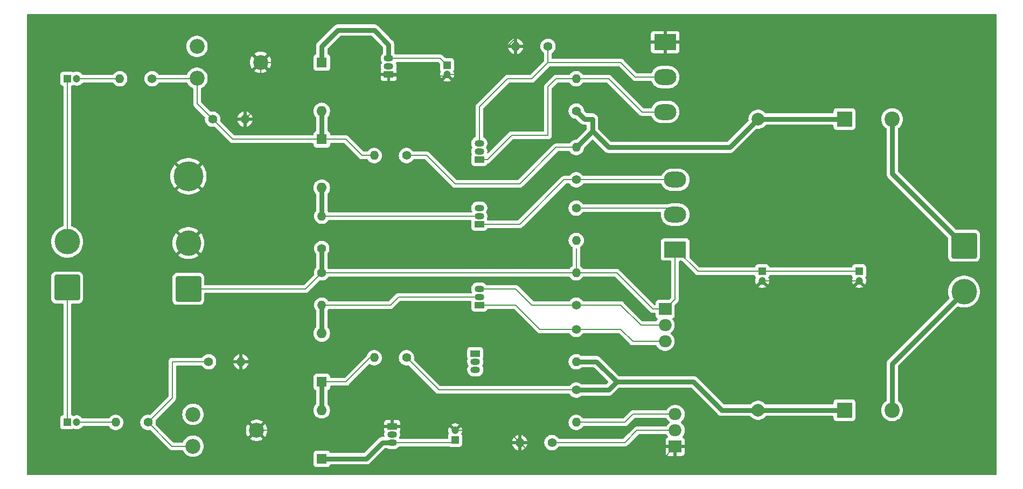
<source format=gbr>
%TF.GenerationSoftware,KiCad,Pcbnew,8.0.4*%
%TF.CreationDate,2024-09-08T18:57:07-07:00*%
%TF.ProjectId,Dorr_Amp_REV-,446f7272-5f41-46d7-905f-5245562d2e6b,-*%
%TF.SameCoordinates,Original*%
%TF.FileFunction,Copper,L2,Bot*%
%TF.FilePolarity,Positive*%
%FSLAX46Y46*%
G04 Gerber Fmt 4.6, Leading zero omitted, Abs format (unit mm)*
G04 Created by KiCad (PCBNEW 8.0.4) date 2024-09-08 18:57:07*
%MOMM*%
%LPD*%
G01*
G04 APERTURE LIST*
G04 Aperture macros list*
%AMRoundRect*
0 Rectangle with rounded corners*
0 $1 Rounding radius*
0 $2 $3 $4 $5 $6 $7 $8 $9 X,Y pos of 4 corners*
0 Add a 4 corners polygon primitive as box body*
4,1,4,$2,$3,$4,$5,$6,$7,$8,$9,$2,$3,0*
0 Add four circle primitives for the rounded corners*
1,1,$1+$1,$2,$3*
1,1,$1+$1,$4,$5*
1,1,$1+$1,$6,$7*
1,1,$1+$1,$8,$9*
0 Add four rect primitives between the rounded corners*
20,1,$1+$1,$2,$3,$4,$5,0*
20,1,$1+$1,$4,$5,$6,$7,0*
20,1,$1+$1,$6,$7,$8,$9,0*
20,1,$1+$1,$8,$9,$2,$3,0*%
G04 Aperture macros list end*
%TA.AperFunction,ComponentPad*%
%ADD10C,1.400000*%
%TD*%
%TA.AperFunction,ComponentPad*%
%ADD11O,1.400000X1.400000*%
%TD*%
%TA.AperFunction,ComponentPad*%
%ADD12C,2.000000*%
%TD*%
%TA.AperFunction,ComponentPad*%
%ADD13R,1.200000X1.200000*%
%TD*%
%TA.AperFunction,ComponentPad*%
%ADD14C,1.200000*%
%TD*%
%TA.AperFunction,ComponentPad*%
%ADD15RoundRect,0.250000X1.750000X-1.750000X1.750000X1.750000X-1.750000X1.750000X-1.750000X-1.750000X0*%
%TD*%
%TA.AperFunction,ComponentPad*%
%ADD16C,4.000000*%
%TD*%
%TA.AperFunction,ComponentPad*%
%ADD17C,2.340000*%
%TD*%
%TA.AperFunction,ComponentPad*%
%ADD18R,1.500000X1.050000*%
%TD*%
%TA.AperFunction,ComponentPad*%
%ADD19O,1.500000X1.050000*%
%TD*%
%TA.AperFunction,ComponentPad*%
%ADD20R,1.600000X1.600000*%
%TD*%
%TA.AperFunction,ComponentPad*%
%ADD21O,1.600000X1.600000*%
%TD*%
%TA.AperFunction,ComponentPad*%
%ADD22R,3.500000X2.500000*%
%TD*%
%TA.AperFunction,ComponentPad*%
%ADD23O,3.500000X2.500000*%
%TD*%
%TA.AperFunction,ComponentPad*%
%ADD24RoundRect,0.250000X-1.750000X1.750000X-1.750000X-1.750000X1.750000X-1.750000X1.750000X1.750000X0*%
%TD*%
%TA.AperFunction,ComponentPad*%
%ADD25R,2.000000X1.905000*%
%TD*%
%TA.AperFunction,ComponentPad*%
%ADD26O,2.000000X1.905000*%
%TD*%
%TA.AperFunction,ComponentPad*%
%ADD27R,2.400000X2.400000*%
%TD*%
%TA.AperFunction,ComponentPad*%
%ADD28C,2.400000*%
%TD*%
%TA.AperFunction,ComponentPad*%
%ADD29C,4.700000*%
%TD*%
%TA.AperFunction,Conductor*%
%ADD30C,0.200000*%
%TD*%
%TA.AperFunction,Conductor*%
%ADD31C,0.762000*%
%TD*%
G04 APERTURE END LIST*
D10*
%TO.P,R8,1*%
%TO.N,Net-(D1-K)*%
X97155000Y-120015000D03*
D11*
%TO.P,R8,2*%
%TO.N,GND*%
X102235000Y-120015000D03*
%TD*%
D10*
%TO.P,R14,1*%
%TO.N,Net-(C8-Pad1)*%
X128270000Y-87630000D03*
D11*
%TO.P,R14,2*%
%TO.N,Net-(D3-K)*%
X123190000Y-87630000D03*
%TD*%
D12*
%TO.P,TP1,1,1*%
%TO.N,Net-(C2-Pad1)*%
X183515000Y-127635000D03*
%TD*%
D10*
%TO.P,R12,1*%
%TO.N,Net-(D3-K)*%
X97790000Y-81915000D03*
D11*
%TO.P,R12,2*%
%TO.N,GND*%
X102870000Y-81915000D03*
%TD*%
D13*
%TO.P,C1,1*%
%TO.N,/18V*%
X184150000Y-105815000D03*
D14*
%TO.P,C1,2*%
%TO.N,GND*%
X184150000Y-107315000D03*
%TD*%
D10*
%TO.P,R15,1*%
%TO.N,Net-(Q2-B)*%
X154940000Y-95885000D03*
D11*
%TO.P,R15,2*%
%TO.N,/18V*%
X154940000Y-100965000D03*
%TD*%
D15*
%TO.P,J3,1,Pin_1*%
%TO.N,/18V*%
X93980000Y-108585000D03*
D16*
%TO.P,J3,2,Pin_2*%
%TO.N,GND*%
X93980000Y-101385000D03*
%TD*%
D10*
%TO.P,R3,1*%
%TO.N,Net-(Q1-E)*%
X154940000Y-114935000D03*
D11*
%TO.P,R3,2*%
%TO.N,Net-(C2-Pad1)*%
X154940000Y-120015000D03*
%TD*%
D13*
%TO.P,C3,1*%
%TO.N,Net-(J2-Pin_1)*%
X74930000Y-129540000D03*
D14*
%TO.P,C3,2*%
%TO.N,Net-(C3-Pad2)*%
X76430000Y-129540000D03*
%TD*%
D17*
%TO.P,R11,1*%
%TO.N,Net-(D3-K)*%
X95330000Y-75500000D03*
%TO.P,R11,2*%
%TO.N,GND*%
X105330000Y-73000000D03*
%TO.P,R11,3*%
%TO.N,N/C*%
X95330000Y-70500000D03*
%TD*%
D10*
%TO.P,R2,1*%
%TO.N,Net-(Q1-C)*%
X154940000Y-111125000D03*
D11*
%TO.P,R2,2*%
%TO.N,/18V*%
X154940000Y-106045000D03*
%TD*%
D13*
%TO.P,C5,1*%
%TO.N,Net-(J2-Pin_2)*%
X74930000Y-75565000D03*
D14*
%TO.P,C5,2*%
%TO.N,Net-(C5-Pad2)*%
X76430000Y-75565000D03*
%TD*%
D18*
%TO.P,Q6,1,E*%
%TO.N,GND*%
X125455000Y-74930000D03*
D19*
%TO.P,Q6,2,B*%
%TO.N,Net-(D3-K)*%
X125455000Y-73660000D03*
%TO.P,Q6,3,C*%
%TO.N,Net-(D4-K)*%
X125455000Y-72390000D03*
%TD*%
D20*
%TO.P,D3,1,K*%
%TO.N,Net-(D3-K)*%
X114935000Y-85090000D03*
D21*
%TO.P,D3,2,A*%
%TO.N,Net-(D3-A)*%
X114935000Y-92710000D03*
%TD*%
D13*
%TO.P,C6,1*%
%TO.N,Net-(D4-K)*%
X134620000Y-73430000D03*
D14*
%TO.P,C6,2*%
%TO.N,GND*%
X134620000Y-74930000D03*
%TD*%
D10*
%TO.P,R10,1*%
%TO.N,Net-(D3-K)*%
X88265000Y-75565000D03*
D11*
%TO.P,R10,2*%
%TO.N,Net-(C5-Pad2)*%
X83185000Y-75565000D03*
%TD*%
D13*
%TO.P,C4,1*%
%TO.N,Net-(D2-K)*%
X135890000Y-132310000D03*
D14*
%TO.P,C4,2*%
%TO.N,GND*%
X135890000Y-130810000D03*
%TD*%
D10*
%TO.P,R6,1*%
%TO.N,Net-(D1-K)*%
X87630000Y-129540000D03*
D11*
%TO.P,R6,2*%
%TO.N,Net-(C3-Pad2)*%
X82550000Y-129540000D03*
%TD*%
D22*
%TO.P,Q10,1,E*%
%TO.N,GND*%
X168910000Y-69850000D03*
D23*
%TO.P,Q10,2,B*%
%TO.N,Net-(Q10-B)*%
X168910000Y-75325000D03*
%TO.P,Q10,3,C*%
%TO.N,Net-(Q10-C)*%
X168910000Y-80800000D03*
%TD*%
D13*
%TO.P,C7,1*%
%TO.N,/18V*%
X199390000Y-105815000D03*
D14*
%TO.P,C7,2*%
%TO.N,GND*%
X199390000Y-107315000D03*
%TD*%
D10*
%TO.P,R16,1*%
%TO.N,Net-(Q10-B)*%
X150495000Y-70485000D03*
D11*
%TO.P,R16,2*%
%TO.N,GND*%
X145415000Y-70485000D03*
%TD*%
D20*
%TO.P,D1,1,K*%
%TO.N,Net-(D1-K)*%
X114935000Y-123190000D03*
D21*
%TO.P,D1,2,A*%
%TO.N,Net-(D1-A)*%
X114935000Y-115570000D03*
%TD*%
D10*
%TO.P,R9,1*%
%TO.N,Net-(Q4-C)*%
X151130000Y-132715000D03*
D11*
%TO.P,R9,2*%
%TO.N,GND*%
X146050000Y-132715000D03*
%TD*%
D24*
%TO.P,J1,1,Pin_1*%
%TO.N,Net-(J1-Pin_1)*%
X215900000Y-101810000D03*
D16*
%TO.P,J1,2,Pin_2*%
%TO.N,Net-(J1-Pin_2)*%
X215900000Y-109010000D03*
%TD*%
D18*
%TO.P,Q8,1,E*%
%TO.N,Net-(Q10-C)*%
X139700000Y-88265000D03*
D19*
%TO.P,Q8,2,B*%
%TO.N,Net-(D4-K)*%
X139700000Y-86995000D03*
%TO.P,Q8,3,C*%
%TO.N,Net-(Q10-B)*%
X139700000Y-85725000D03*
%TD*%
D10*
%TO.P,R18,1*%
%TO.N,Net-(C8-Pad1)*%
X154940000Y-80645000D03*
D11*
%TO.P,R18,2*%
%TO.N,Net-(Q10-C)*%
X154940000Y-75565000D03*
%TD*%
D17*
%TO.P,R7,1*%
%TO.N,Net-(D1-K)*%
X94695000Y-133285000D03*
%TO.P,R7,2*%
%TO.N,GND*%
X104695000Y-130785000D03*
%TO.P,R7,3*%
%TO.N,N/C*%
X94695000Y-128285000D03*
%TD*%
D18*
%TO.P,Q1,1,E*%
%TO.N,Net-(Q1-E)*%
X139700000Y-111125000D03*
D19*
%TO.P,Q1,2,B*%
%TO.N,Net-(D1-A)*%
X139700000Y-109855000D03*
%TO.P,Q1,3,C*%
%TO.N,Net-(Q1-C)*%
X139700000Y-108585000D03*
%TD*%
D10*
%TO.P,R17,1*%
%TO.N,Net-(Q2-C)*%
X154940000Y-91440000D03*
D11*
%TO.P,R17,2*%
%TO.N,Net-(C8-Pad1)*%
X154940000Y-86360000D03*
%TD*%
D25*
%TO.P,Q9,1,E*%
%TO.N,/18V*%
X168910000Y-111760000D03*
D26*
%TO.P,Q9,2,B*%
%TO.N,Net-(Q1-C)*%
X168910000Y-114300000D03*
%TO.P,Q9,3,C*%
%TO.N,Net-(Q1-E)*%
X168910000Y-116840000D03*
%TD*%
D12*
%TO.P,TP2,1,1*%
%TO.N,Net-(C8-Pad1)*%
X183515000Y-81915000D03*
%TD*%
D10*
%TO.P,R1,1*%
%TO.N,/18V*%
X114935000Y-106045000D03*
D11*
%TO.P,R1,2*%
%TO.N,Net-(D1-A)*%
X114935000Y-111125000D03*
%TD*%
D18*
%TO.P,Q7,1,E*%
%TO.N,Net-(Q2-C)*%
X139700000Y-98425000D03*
D19*
%TO.P,Q7,2,B*%
%TO.N,Net-(D3-A)*%
X139700000Y-97155000D03*
%TO.P,Q7,3,C*%
%TO.N,Net-(Q2-B)*%
X139700000Y-95885000D03*
%TD*%
D27*
%TO.P,C2,1*%
%TO.N,Net-(C2-Pad1)*%
X197086041Y-127635000D03*
D28*
%TO.P,C2,2*%
%TO.N,Net-(J1-Pin_2)*%
X204586041Y-127635000D03*
%TD*%
D15*
%TO.P,J2,1,Pin_1*%
%TO.N,Net-(J2-Pin_1)*%
X74930000Y-108375000D03*
D16*
%TO.P,J2,2,Pin_2*%
%TO.N,Net-(J2-Pin_2)*%
X74930000Y-101175000D03*
%TD*%
D20*
%TO.P,D4,1,K*%
%TO.N,Net-(D4-K)*%
X114935000Y-73025000D03*
D21*
%TO.P,D4,2,A*%
%TO.N,Net-(D3-K)*%
X114935000Y-80645000D03*
%TD*%
D18*
%TO.P,Q3,1,E*%
%TO.N,GND*%
X126005000Y-130175000D03*
D19*
%TO.P,Q3,2,B*%
%TO.N,Net-(D1-K)*%
X126005000Y-131445000D03*
%TO.P,Q3,3,C*%
%TO.N,Net-(D2-K)*%
X126005000Y-132715000D03*
%TD*%
D25*
%TO.P,Q5,1,E*%
%TO.N,GND*%
X170490000Y-133350000D03*
D26*
%TO.P,Q5,2,B*%
%TO.N,Net-(Q4-C)*%
X170490000Y-130810000D03*
%TO.P,Q5,3,C*%
%TO.N,Net-(Q4-E)*%
X170490000Y-128270000D03*
%TD*%
D27*
%TO.P,C8,1*%
%TO.N,Net-(C8-Pad1)*%
X197086041Y-81915000D03*
D28*
%TO.P,C8,2*%
%TO.N,Net-(J1-Pin_1)*%
X204586041Y-81915000D03*
%TD*%
D18*
%TO.P,Q4,1,E*%
%TO.N,Net-(Q4-E)*%
X139065000Y-118745000D03*
D19*
%TO.P,Q4,2,B*%
%TO.N,Net-(D2-K)*%
X139065000Y-120015000D03*
%TO.P,Q4,3,C*%
%TO.N,Net-(Q4-C)*%
X139065000Y-121285000D03*
%TD*%
D10*
%TO.P,R13,1*%
%TO.N,/18V*%
X114935000Y-102235000D03*
D11*
%TO.P,R13,2*%
%TO.N,Net-(D3-A)*%
X114935000Y-97155000D03*
%TD*%
D10*
%TO.P,R5,1*%
%TO.N,Net-(C2-Pad1)*%
X154940000Y-124460000D03*
D11*
%TO.P,R5,2*%
%TO.N,Net-(Q4-E)*%
X154940000Y-129540000D03*
%TD*%
D29*
%TO.P,H1,1,1*%
%TO.N,GND*%
X93980000Y-90905000D03*
%TD*%
D10*
%TO.P,R4,1*%
%TO.N,Net-(C2-Pad1)*%
X128270000Y-119380000D03*
D11*
%TO.P,R4,2*%
%TO.N,Net-(D1-K)*%
X123190000Y-119380000D03*
%TD*%
D20*
%TO.P,D2,1,K*%
%TO.N,Net-(D2-K)*%
X114935000Y-135255000D03*
D21*
%TO.P,D2,2,A*%
%TO.N,Net-(D1-K)*%
X114935000Y-127635000D03*
%TD*%
D22*
%TO.P,Q2,1,E*%
%TO.N,/18V*%
X170490000Y-102390000D03*
D23*
%TO.P,Q2,2,B*%
%TO.N,Net-(Q2-B)*%
X170490000Y-96915000D03*
%TO.P,Q2,3,C*%
%TO.N,Net-(Q2-C)*%
X170490000Y-91440000D03*
%TD*%
D30*
%TO.N,Net-(C8-Pad1)*%
X146050000Y-92075000D02*
X151765000Y-86360000D01*
D31*
X197086041Y-81915000D02*
X183515000Y-81915000D01*
X183515000Y-81915000D02*
X179070000Y-86360000D01*
D30*
X131445000Y-87630000D02*
X135890000Y-92075000D01*
X128270000Y-87630000D02*
X131445000Y-87630000D01*
D31*
X179070000Y-86360000D02*
X160020000Y-86360000D01*
X156210000Y-81915000D02*
X154940000Y-80645000D01*
X157480000Y-83820000D02*
X154940000Y-86360000D01*
X157480000Y-81915000D02*
X156210000Y-81915000D01*
X157480000Y-83820000D02*
X157480000Y-81915000D01*
X160020000Y-86360000D02*
X157480000Y-83820000D01*
D30*
X151765000Y-86360000D02*
X154940000Y-86360000D01*
X135890000Y-92075000D02*
X146050000Y-92075000D01*
D31*
%TO.N,Net-(C2-Pad1)*%
X177800000Y-127635000D02*
X173355000Y-123190000D01*
X161290000Y-123190000D02*
X160020000Y-124460000D01*
X161290000Y-123190000D02*
X158115000Y-120015000D01*
X173355000Y-123190000D02*
X161290000Y-123190000D01*
D30*
X128270000Y-119380000D02*
X133350000Y-124460000D01*
D31*
X160020000Y-124460000D02*
X154940000Y-124460000D01*
X197086041Y-127635000D02*
X183515000Y-127635000D01*
D30*
X133350000Y-124460000D02*
X154940000Y-124460000D01*
D31*
X158115000Y-120015000D02*
X154940000Y-120015000D01*
X183515000Y-127635000D02*
X177800000Y-127635000D01*
D30*
%TO.N,Net-(Q10-C)*%
X144780000Y-84455000D02*
X140970000Y-88265000D01*
X140970000Y-88265000D02*
X139700000Y-88265000D01*
X165255000Y-80800000D02*
X160020000Y-75565000D01*
X150495000Y-84455000D02*
X144780000Y-84455000D01*
X150495000Y-76835000D02*
X150495000Y-84455000D01*
X168910000Y-80800000D02*
X165255000Y-80800000D01*
X160020000Y-75565000D02*
X154940000Y-75565000D01*
X151765000Y-75565000D02*
X150495000Y-76835000D01*
X154940000Y-75565000D02*
X151765000Y-75565000D01*
%TO.N,Net-(Q2-C)*%
X139700000Y-98425000D02*
X146050000Y-98425000D01*
X154940000Y-91440000D02*
X170490000Y-91440000D01*
X153035000Y-91440000D02*
X154940000Y-91440000D01*
X146050000Y-98425000D02*
X153035000Y-91440000D01*
%TO.N,GND*%
X135255000Y-130175000D02*
X135890000Y-130810000D01*
X105330000Y-73000000D02*
X105330000Y-79455000D01*
X135890000Y-130810000D02*
X144145000Y-130810000D01*
X109220000Y-123190000D02*
X109220000Y-129540000D01*
X161290000Y-69850000D02*
X159385000Y-67945000D01*
X123825000Y-130175000D02*
X126005000Y-130175000D01*
X125455000Y-75840000D02*
X125455000Y-74930000D01*
X109220000Y-129540000D02*
X107950000Y-130810000D01*
X168585000Y-135255000D02*
X170490000Y-133350000D01*
X106045000Y-120015000D02*
X109220000Y-123190000D01*
X110490000Y-130810000D02*
X123190000Y-130810000D01*
X109220000Y-129540000D02*
X110490000Y-130810000D01*
X107950000Y-130810000D02*
X107925000Y-130785000D01*
X184150000Y-107315000D02*
X199390000Y-107315000D01*
X124460000Y-76835000D02*
X125455000Y-75840000D01*
X105330000Y-73000000D02*
X107290000Y-73000000D01*
X111125000Y-76835000D02*
X124460000Y-76835000D01*
X102235000Y-120015000D02*
X106045000Y-120015000D01*
X168910000Y-69850000D02*
X161290000Y-69850000D01*
X123190000Y-130810000D02*
X123825000Y-130175000D01*
X146050000Y-132715000D02*
X148590000Y-135255000D01*
X139700000Y-74930000D02*
X134620000Y-74930000D01*
X105330000Y-79455000D02*
X102870000Y-81915000D01*
X126005000Y-130175000D02*
X135255000Y-130175000D01*
X148590000Y-135255000D02*
X168585000Y-135255000D01*
X107925000Y-130785000D02*
X104695000Y-130785000D01*
X144145000Y-130810000D02*
X146050000Y-132715000D01*
X125455000Y-74930000D02*
X125730000Y-74930000D01*
X145415000Y-67945000D02*
X145415000Y-69850000D01*
X159385000Y-67945000D02*
X145415000Y-67945000D01*
X145415000Y-69215000D02*
X139700000Y-74930000D01*
X125730000Y-74930000D02*
X125960000Y-75160000D01*
X107290000Y-73000000D02*
X111125000Y-76835000D01*
X125960000Y-75160000D02*
X134620000Y-75160000D01*
%TO.N,Net-(Q10-B)*%
X147955000Y-75565000D02*
X150495000Y-73025000D01*
X168910000Y-75325000D02*
X164225000Y-75325000D01*
X144145000Y-75565000D02*
X139700000Y-80010000D01*
X139700000Y-80010000D02*
X139700000Y-85725000D01*
X144145000Y-75565000D02*
X147955000Y-75565000D01*
X161925000Y-73025000D02*
X150495000Y-73025000D01*
X164225000Y-75325000D02*
X161925000Y-73025000D01*
X150495000Y-73025000D02*
X150495000Y-70485000D01*
%TO.N,Net-(D3-K)*%
X95330000Y-75500000D02*
X95330000Y-79455000D01*
X118745000Y-85090000D02*
X114935000Y-85090000D01*
X97790000Y-81915000D02*
X100965000Y-85090000D01*
X123190000Y-87630000D02*
X121285000Y-87630000D01*
X95330000Y-79455000D02*
X97790000Y-81915000D01*
X100965000Y-85090000D02*
X114935000Y-85090000D01*
X121285000Y-87630000D02*
X118745000Y-85090000D01*
X88265000Y-75565000D02*
X95265000Y-75565000D01*
X95265000Y-75565000D02*
X95330000Y-75500000D01*
D31*
X114935000Y-80645000D02*
X114935000Y-85090000D01*
D30*
%TO.N,/18V*%
X174085000Y-105815000D02*
X184150000Y-105815000D01*
X170490000Y-102390000D02*
X170660000Y-102390000D01*
X168910000Y-111760000D02*
X167005000Y-111760000D01*
X112395000Y-108585000D02*
X114935000Y-106045000D01*
X184150000Y-105815000D02*
X199390000Y-105815000D01*
X93980000Y-108585000D02*
X112395000Y-108585000D01*
X170490000Y-102390000D02*
X170490000Y-110180000D01*
D31*
X114935000Y-102235000D02*
X114935000Y-106045000D01*
D30*
X154940000Y-106045000D02*
X154940000Y-102235000D01*
X167005000Y-111760000D02*
X161290000Y-106045000D01*
X161290000Y-106045000D02*
X154940000Y-106045000D01*
X154940000Y-106045000D02*
X114935000Y-106045000D01*
X170490000Y-110180000D02*
X168910000Y-111760000D01*
X170660000Y-102390000D02*
X174085000Y-105815000D01*
%TO.N,Net-(D3-A)*%
X139700000Y-97155000D02*
X114935000Y-97155000D01*
D31*
X114935000Y-92710000D02*
X114935000Y-97155000D01*
D30*
%TO.N,Net-(C5-Pad2)*%
X76430000Y-75565000D02*
X83185000Y-75565000D01*
%TO.N,Net-(Q4-C)*%
X151130000Y-132715000D02*
X162560000Y-132715000D01*
X164465000Y-130810000D02*
X170490000Y-130810000D01*
X162560000Y-132715000D02*
X164465000Y-130810000D01*
%TO.N,Net-(D1-K)*%
X91375000Y-133285000D02*
X94695000Y-133285000D01*
D31*
X114935000Y-123190000D02*
X114935000Y-127635000D01*
D30*
X91440000Y-125730000D02*
X91440000Y-120015000D01*
X118745000Y-123190000D02*
X114935000Y-123190000D01*
X87630000Y-129540000D02*
X91440000Y-125730000D01*
X87630000Y-129540000D02*
X91375000Y-133285000D01*
X91440000Y-120015000D02*
X97155000Y-120015000D01*
X123190000Y-119380000D02*
X122555000Y-119380000D01*
X122555000Y-119380000D02*
X118745000Y-123190000D01*
%TO.N,Net-(C3-Pad2)*%
X76430000Y-129540000D02*
X81915000Y-129540000D01*
%TO.N,Net-(Q4-E)*%
X162560000Y-129540000D02*
X163830000Y-128270000D01*
X163830000Y-128270000D02*
X170490000Y-128270000D01*
X154940000Y-129540000D02*
X162560000Y-129540000D01*
%TO.N,Net-(D1-A)*%
X139700000Y-109855000D02*
X127000000Y-109855000D01*
X125730000Y-111125000D02*
X114935000Y-111125000D01*
X127000000Y-109855000D02*
X125730000Y-111125000D01*
D31*
X114935000Y-111125000D02*
X114935000Y-115570000D01*
D30*
%TO.N,Net-(Q1-C)*%
X147955000Y-111125000D02*
X154940000Y-111125000D01*
X139700000Y-108585000D02*
X145415000Y-108585000D01*
X165100000Y-114300000D02*
X161925000Y-111125000D01*
X145415000Y-108585000D02*
X147955000Y-111125000D01*
X161925000Y-111125000D02*
X154940000Y-111125000D01*
X168910000Y-114300000D02*
X165100000Y-114300000D01*
%TO.N,Net-(Q1-E)*%
X161925000Y-114935000D02*
X154940000Y-114935000D01*
X168910000Y-116840000D02*
X163830000Y-116840000D01*
X139700000Y-111125000D02*
X145415000Y-111125000D01*
X145415000Y-111125000D02*
X149225000Y-114935000D01*
X149225000Y-114935000D02*
X154940000Y-114935000D01*
X163830000Y-116840000D02*
X161925000Y-114935000D01*
%TO.N,Net-(Q2-B)*%
X154940000Y-95885000D02*
X169460000Y-95885000D01*
X169460000Y-95885000D02*
X170490000Y-96915000D01*
%TO.N,Net-(D4-K)*%
X134620000Y-73430000D02*
X133580000Y-72390000D01*
D31*
X114935000Y-70485000D02*
X117475000Y-67945000D01*
X125455000Y-70210000D02*
X125455000Y-72390000D01*
X114935000Y-73025000D02*
X114935000Y-70485000D01*
X123190000Y-67945000D02*
X125455000Y-70210000D01*
X117475000Y-67945000D02*
X123190000Y-67945000D01*
D30*
X133580000Y-72390000D02*
X125455000Y-72390000D01*
%TO.N,Net-(D2-K)*%
X135485000Y-132715000D02*
X135890000Y-132310000D01*
D31*
X121920000Y-135255000D02*
X124460000Y-132715000D01*
X124460000Y-132715000D02*
X126005000Y-132715000D01*
D30*
X126005000Y-132715000D02*
X135485000Y-132715000D01*
D31*
X114935000Y-135255000D02*
X121920000Y-135255000D01*
D30*
%TO.N,Net-(J2-Pin_2)*%
X74930000Y-101175000D02*
X74930000Y-75565000D01*
%TO.N,Net-(J2-Pin_1)*%
X74930000Y-108375000D02*
X74930000Y-129540000D01*
D31*
%TO.N,Net-(J1-Pin_2)*%
X204586041Y-120323959D02*
X215900000Y-109010000D01*
X204586041Y-127635000D02*
X204586041Y-120323959D01*
%TO.N,Net-(J1-Pin_1)*%
X204586041Y-90496041D02*
X215900000Y-101810000D01*
X204586041Y-81915000D02*
X204586041Y-90496041D01*
%TD*%
%TA.AperFunction,Conductor*%
%TO.N,GND*%
G36*
X220923039Y-65424685D02*
G01*
X220968794Y-65477489D01*
X220980000Y-65529000D01*
X220980000Y-137671000D01*
X220960315Y-137738039D01*
X220907511Y-137783794D01*
X220856000Y-137795000D01*
X68704000Y-137795000D01*
X68636961Y-137775315D01*
X68591206Y-137722511D01*
X68580000Y-137671000D01*
X68580000Y-106574983D01*
X72429500Y-106574983D01*
X72429500Y-110175001D01*
X72429501Y-110175018D01*
X72440000Y-110277796D01*
X72440001Y-110277799D01*
X72484400Y-110411784D01*
X72495186Y-110444334D01*
X72587288Y-110593656D01*
X72711344Y-110717712D01*
X72860666Y-110809814D01*
X73027203Y-110864999D01*
X73129991Y-110875500D01*
X74205500Y-110875499D01*
X74272539Y-110895183D01*
X74318294Y-110947987D01*
X74329500Y-110999499D01*
X74329500Y-128323023D01*
X74309815Y-128390062D01*
X74257011Y-128435817D01*
X74229865Y-128443266D01*
X74230068Y-128444124D01*
X74222520Y-128445907D01*
X74087671Y-128496202D01*
X74087664Y-128496206D01*
X73972455Y-128582452D01*
X73972452Y-128582455D01*
X73886206Y-128697664D01*
X73886202Y-128697671D01*
X73835908Y-128832517D01*
X73829501Y-128892116D01*
X73829500Y-128892135D01*
X73829500Y-130187870D01*
X73829501Y-130187876D01*
X73835908Y-130247483D01*
X73886202Y-130382328D01*
X73886206Y-130382335D01*
X73972452Y-130497544D01*
X73972455Y-130497547D01*
X74087664Y-130583793D01*
X74087671Y-130583797D01*
X74222517Y-130634091D01*
X74222516Y-130634091D01*
X74229444Y-130634835D01*
X74282127Y-130640500D01*
X75577872Y-130640499D01*
X75637483Y-130634091D01*
X75720778Y-130603024D01*
X75772329Y-130583797D01*
X75772329Y-130583796D01*
X75772331Y-130583796D01*
X75821521Y-130546971D01*
X75886982Y-130522554D01*
X75940622Y-130530610D01*
X76127544Y-130603024D01*
X76328024Y-130640500D01*
X76328026Y-130640500D01*
X76531974Y-130640500D01*
X76531976Y-130640500D01*
X76732456Y-130603024D01*
X76922637Y-130529348D01*
X77096041Y-130421981D01*
X77224122Y-130305219D01*
X77246762Y-130284581D01*
X77250706Y-130279359D01*
X77318358Y-130189773D01*
X77374467Y-130148137D01*
X77417312Y-130140500D01*
X81437379Y-130140500D01*
X81504418Y-130160185D01*
X81536333Y-130189773D01*
X81659020Y-130352238D01*
X81823437Y-130502123D01*
X81823439Y-130502125D01*
X82012595Y-130619245D01*
X82012596Y-130619245D01*
X82012599Y-130619247D01*
X82220060Y-130699618D01*
X82438757Y-130740500D01*
X82438759Y-130740500D01*
X82661241Y-130740500D01*
X82661243Y-130740500D01*
X82879940Y-130699618D01*
X83087401Y-130619247D01*
X83276562Y-130502124D01*
X83440981Y-130352236D01*
X83575058Y-130174689D01*
X83674229Y-129975528D01*
X83735115Y-129761536D01*
X83755643Y-129540000D01*
X83755643Y-129539999D01*
X86424357Y-129539999D01*
X86424357Y-129540000D01*
X86444884Y-129761535D01*
X86444885Y-129761537D01*
X86505769Y-129975523D01*
X86505775Y-129975538D01*
X86604938Y-130174683D01*
X86604943Y-130174691D01*
X86739020Y-130352238D01*
X86903437Y-130502123D01*
X86903439Y-130502125D01*
X87092595Y-130619245D01*
X87092596Y-130619245D01*
X87092599Y-130619247D01*
X87300060Y-130699618D01*
X87518757Y-130740500D01*
X87518759Y-130740500D01*
X87741241Y-130740500D01*
X87741243Y-130740500D01*
X87879214Y-130714708D01*
X87948729Y-130721739D01*
X87989680Y-130748916D01*
X91006284Y-133765520D01*
X91143215Y-133844577D01*
X91295943Y-133885501D01*
X91295946Y-133885501D01*
X91461654Y-133885501D01*
X91461670Y-133885500D01*
X93051587Y-133885500D01*
X93118626Y-133905185D01*
X93164381Y-133957989D01*
X93167004Y-133964171D01*
X93185711Y-134011835D01*
X93310898Y-134228665D01*
X93407934Y-134350344D01*
X93467006Y-134424418D01*
X93640264Y-134585177D01*
X93650540Y-134594712D01*
X93857408Y-134735752D01*
X93857413Y-134735754D01*
X93857414Y-134735755D01*
X93857415Y-134735756D01*
X93977218Y-134793449D01*
X94082983Y-134844383D01*
X94082984Y-134844383D01*
X94082987Y-134844385D01*
X94322236Y-134918184D01*
X94322237Y-134918184D01*
X94322240Y-134918185D01*
X94569805Y-134955499D01*
X94569810Y-134955499D01*
X94569813Y-134955500D01*
X94569814Y-134955500D01*
X94820186Y-134955500D01*
X94820187Y-134955500D01*
X94820194Y-134955499D01*
X95067759Y-134918185D01*
X95067760Y-134918184D01*
X95067764Y-134918184D01*
X95307013Y-134844385D01*
X95532592Y-134735752D01*
X95739460Y-134594712D01*
X95922997Y-134424414D01*
X95936777Y-134407135D01*
X113634500Y-134407135D01*
X113634500Y-136102870D01*
X113634501Y-136102876D01*
X113640908Y-136162483D01*
X113691202Y-136297328D01*
X113691206Y-136297335D01*
X113777452Y-136412544D01*
X113777455Y-136412547D01*
X113892664Y-136498793D01*
X113892671Y-136498797D01*
X114027517Y-136549091D01*
X114027516Y-136549091D01*
X114034444Y-136549835D01*
X114087127Y-136555500D01*
X115782872Y-136555499D01*
X115842483Y-136549091D01*
X115977331Y-136498796D01*
X116092546Y-136412546D01*
X116178796Y-136297331D01*
X116208695Y-136217168D01*
X116250565Y-136161234D01*
X116316030Y-136136816D01*
X116324877Y-136136500D01*
X122006823Y-136136500D01*
X122121393Y-136113709D01*
X122177124Y-136102624D01*
X122257335Y-136069399D01*
X122337543Y-136036177D01*
X122337544Y-136036176D01*
X122337547Y-136036175D01*
X122481924Y-135939706D01*
X124788810Y-133632818D01*
X124850133Y-133599334D01*
X124876491Y-133596500D01*
X125215792Y-133596500D01*
X125282831Y-133616185D01*
X125284658Y-133617381D01*
X125294244Y-133623786D01*
X125480873Y-133701091D01*
X125678992Y-133740499D01*
X125678996Y-133740500D01*
X125678997Y-133740500D01*
X126331004Y-133740500D01*
X126331005Y-133740499D01*
X126529127Y-133701091D01*
X126715756Y-133623786D01*
X126883718Y-133511558D01*
X127026558Y-133368718D01*
X127026560Y-133368714D01*
X127030422Y-133364010D01*
X127031818Y-133365156D01*
X127078912Y-133325802D01*
X127128397Y-133315500D01*
X134955240Y-133315500D01*
X135022279Y-133335185D01*
X135029551Y-133340233D01*
X135042185Y-133349691D01*
X135047668Y-133353795D01*
X135047671Y-133353797D01*
X135182517Y-133404091D01*
X135182516Y-133404091D01*
X135189444Y-133404835D01*
X135242127Y-133410500D01*
X136537872Y-133410499D01*
X136597483Y-133404091D01*
X136732331Y-133353796D01*
X136847546Y-133267546D01*
X136933796Y-133152331D01*
X136984091Y-133017483D01*
X136989734Y-132965000D01*
X144873505Y-132965000D01*
X144926239Y-133150349D01*
X145025368Y-133349425D01*
X145159391Y-133526900D01*
X145323738Y-133676721D01*
X145512820Y-133793797D01*
X145512822Y-133793798D01*
X145720195Y-133874135D01*
X145800000Y-133889052D01*
X146300000Y-133889052D01*
X146379804Y-133874135D01*
X146587177Y-133793798D01*
X146587179Y-133793797D01*
X146776261Y-133676721D01*
X146940608Y-133526900D01*
X147074631Y-133349425D01*
X147173760Y-133150349D01*
X147226495Y-132965000D01*
X146300000Y-132965000D01*
X146300000Y-133889052D01*
X145800000Y-133889052D01*
X145800000Y-132965000D01*
X144873505Y-132965000D01*
X136989734Y-132965000D01*
X136990500Y-132957873D01*
X136990500Y-132668922D01*
X145700000Y-132668922D01*
X145700000Y-132761078D01*
X145723852Y-132850095D01*
X145769930Y-132929905D01*
X145835095Y-132995070D01*
X145914905Y-133041148D01*
X146003922Y-133065000D01*
X146096078Y-133065000D01*
X146185095Y-133041148D01*
X146264905Y-132995070D01*
X146330070Y-132929905D01*
X146376148Y-132850095D01*
X146400000Y-132761078D01*
X146400000Y-132714999D01*
X149924357Y-132714999D01*
X149924357Y-132715000D01*
X149944884Y-132936535D01*
X149944885Y-132936537D01*
X150005769Y-133150523D01*
X150005775Y-133150538D01*
X150104938Y-133349683D01*
X150104943Y-133349691D01*
X150239020Y-133527238D01*
X150403437Y-133677123D01*
X150403439Y-133677125D01*
X150592595Y-133794245D01*
X150592596Y-133794245D01*
X150592599Y-133794247D01*
X150800060Y-133874618D01*
X151018757Y-133915500D01*
X151018759Y-133915500D01*
X151241241Y-133915500D01*
X151241243Y-133915500D01*
X151459940Y-133874618D01*
X151667401Y-133794247D01*
X151856562Y-133677124D01*
X152012823Y-133534673D01*
X152020979Y-133527238D01*
X152021235Y-133526900D01*
X152143667Y-133364772D01*
X152199776Y-133323137D01*
X152242621Y-133315500D01*
X162473331Y-133315500D01*
X162473347Y-133315501D01*
X162480943Y-133315501D01*
X162639054Y-133315501D01*
X162639057Y-133315501D01*
X162791785Y-133274577D01*
X162841904Y-133245639D01*
X162928716Y-133195520D01*
X163040520Y-133083716D01*
X163040520Y-133083714D01*
X163050728Y-133073507D01*
X163050729Y-133073504D01*
X164677416Y-131446819D01*
X164738739Y-131413334D01*
X164765097Y-131410500D01*
X169041742Y-131410500D01*
X169108781Y-131430185D01*
X169152227Y-131478205D01*
X169186772Y-131546003D01*
X169199783Y-131571538D01*
X169332829Y-131754660D01*
X169356309Y-131820466D01*
X169340484Y-131888520D01*
X169290378Y-131937215D01*
X169275848Y-131943726D01*
X169247912Y-131954146D01*
X169247906Y-131954149D01*
X169132812Y-132040309D01*
X169132809Y-132040312D01*
X169046649Y-132155406D01*
X169046645Y-132155413D01*
X168996403Y-132290120D01*
X168996401Y-132290127D01*
X168990000Y-132349655D01*
X168990000Y-133100000D01*
X169999252Y-133100000D01*
X169977482Y-133137708D01*
X169940000Y-133277591D01*
X169940000Y-133422409D01*
X169977482Y-133562292D01*
X169999252Y-133600000D01*
X168990000Y-133600000D01*
X168990000Y-134350344D01*
X168996401Y-134409872D01*
X168996403Y-134409879D01*
X169046645Y-134544586D01*
X169046649Y-134544593D01*
X169132809Y-134659687D01*
X169132812Y-134659690D01*
X169247906Y-134745850D01*
X169247913Y-134745854D01*
X169382620Y-134796096D01*
X169382627Y-134796098D01*
X169442155Y-134802499D01*
X169442172Y-134802500D01*
X170240000Y-134802500D01*
X170240000Y-133840747D01*
X170277708Y-133862518D01*
X170417591Y-133900000D01*
X170562409Y-133900000D01*
X170702292Y-133862518D01*
X170740000Y-133840747D01*
X170740000Y-134802500D01*
X171537828Y-134802500D01*
X171537844Y-134802499D01*
X171597372Y-134796098D01*
X171597379Y-134796096D01*
X171732086Y-134745854D01*
X171732093Y-134745850D01*
X171847187Y-134659690D01*
X171847190Y-134659687D01*
X171933350Y-134544593D01*
X171933354Y-134544586D01*
X171983596Y-134409879D01*
X171983598Y-134409872D01*
X171989999Y-134350344D01*
X171990000Y-134350327D01*
X171990000Y-133600000D01*
X170980748Y-133600000D01*
X171002518Y-133562292D01*
X171040000Y-133422409D01*
X171040000Y-133277591D01*
X171002518Y-133137708D01*
X170980748Y-133100000D01*
X171990000Y-133100000D01*
X171990000Y-132349672D01*
X171989999Y-132349655D01*
X171983598Y-132290127D01*
X171983596Y-132290120D01*
X171933354Y-132155413D01*
X171933350Y-132155406D01*
X171847190Y-132040312D01*
X171847187Y-132040309D01*
X171732093Y-131954149D01*
X171732083Y-131954144D01*
X171704153Y-131943726D01*
X171648220Y-131901854D01*
X171623804Y-131836389D01*
X171638657Y-131768116D01*
X171647159Y-131754675D01*
X171780217Y-131571538D01*
X171884048Y-131367758D01*
X171891770Y-131343992D01*
X171954721Y-131150249D01*
X171954721Y-131150248D01*
X171954722Y-131150245D01*
X171990500Y-130924354D01*
X171990500Y-130695646D01*
X171954722Y-130469755D01*
X171954721Y-130469751D01*
X171954721Y-130469750D01*
X171884049Y-130252244D01*
X171870721Y-130226087D01*
X171780217Y-130048462D01*
X171645786Y-129863434D01*
X171484066Y-129701714D01*
X171399559Y-129640316D01*
X171356896Y-129584988D01*
X171350917Y-129515375D01*
X171383523Y-129453580D01*
X171399556Y-129439685D01*
X171484066Y-129378286D01*
X171645786Y-129216566D01*
X171780217Y-129031538D01*
X171884048Y-128827758D01*
X171899964Y-128778774D01*
X171954721Y-128610249D01*
X171954721Y-128610248D01*
X171954722Y-128610245D01*
X171990500Y-128384354D01*
X171990500Y-128155646D01*
X171954722Y-127929755D01*
X171954721Y-127929751D01*
X171954721Y-127929750D01*
X171884049Y-127712244D01*
X171780216Y-127508461D01*
X171645786Y-127323434D01*
X171484066Y-127161714D01*
X171299038Y-127027283D01*
X171210687Y-126982266D01*
X171095255Y-126923450D01*
X170877748Y-126852778D01*
X170708326Y-126825944D01*
X170651854Y-126817000D01*
X170328146Y-126817000D01*
X170252849Y-126828926D01*
X170102253Y-126852778D01*
X170102250Y-126852778D01*
X169884744Y-126923450D01*
X169680961Y-127027283D01*
X169575396Y-127103980D01*
X169495934Y-127161714D01*
X169495932Y-127161716D01*
X169495931Y-127161716D01*
X169334216Y-127323431D01*
X169334216Y-127323432D01*
X169334214Y-127323434D01*
X169276480Y-127402896D01*
X169199783Y-127508461D01*
X169152227Y-127601795D01*
X169104252Y-127652591D01*
X169041742Y-127669500D01*
X163750942Y-127669500D01*
X163598213Y-127710423D01*
X163558174Y-127733541D01*
X163558173Y-127733541D01*
X163461287Y-127789477D01*
X163461282Y-127789481D01*
X163389078Y-127861686D01*
X163349480Y-127901284D01*
X163349478Y-127901286D01*
X162831194Y-128419571D01*
X162347584Y-128903181D01*
X162286261Y-128936666D01*
X162259903Y-128939500D01*
X156052621Y-128939500D01*
X155985582Y-128919815D01*
X155953667Y-128890227D01*
X155932155Y-128861741D01*
X155859529Y-128765568D01*
X155830979Y-128727761D01*
X155666562Y-128577876D01*
X155666560Y-128577874D01*
X155477404Y-128460754D01*
X155477398Y-128460752D01*
X155269940Y-128380382D01*
X155051243Y-128339500D01*
X154828757Y-128339500D01*
X154610060Y-128380382D01*
X154517668Y-128416175D01*
X154402601Y-128460752D01*
X154402595Y-128460754D01*
X154213439Y-128577874D01*
X154213437Y-128577876D01*
X154049020Y-128727761D01*
X153914943Y-128905308D01*
X153914938Y-128905316D01*
X153815775Y-129104461D01*
X153815769Y-129104476D01*
X153754885Y-129318462D01*
X153754884Y-129318464D01*
X153734357Y-129539999D01*
X153734357Y-129540000D01*
X153754884Y-129761535D01*
X153754885Y-129761537D01*
X153815769Y-129975523D01*
X153815775Y-129975538D01*
X153914938Y-130174683D01*
X153914943Y-130174691D01*
X154049020Y-130352238D01*
X154213437Y-130502123D01*
X154213439Y-130502125D01*
X154402595Y-130619245D01*
X154402596Y-130619245D01*
X154402599Y-130619247D01*
X154610060Y-130699618D01*
X154828757Y-130740500D01*
X154828759Y-130740500D01*
X155051241Y-130740500D01*
X155051243Y-130740500D01*
X155269940Y-130699618D01*
X155477401Y-130619247D01*
X155666562Y-130502124D01*
X155830981Y-130352236D01*
X155953667Y-130189772D01*
X156009776Y-130148137D01*
X156052621Y-130140500D01*
X162473331Y-130140500D01*
X162473347Y-130140501D01*
X162480943Y-130140501D01*
X162639054Y-130140501D01*
X162639057Y-130140501D01*
X162791785Y-130099577D01*
X162841904Y-130070639D01*
X162928716Y-130020520D01*
X163040520Y-129908716D01*
X163040520Y-129908714D01*
X163050728Y-129898507D01*
X163050729Y-129898504D01*
X164042416Y-128906819D01*
X164103739Y-128873334D01*
X164130097Y-128870500D01*
X169041742Y-128870500D01*
X169108781Y-128890185D01*
X169152227Y-128938205D01*
X169154407Y-128942483D01*
X169199783Y-129031538D01*
X169334214Y-129216566D01*
X169495934Y-129378286D01*
X169536712Y-129407913D01*
X169580438Y-129439682D01*
X169623103Y-129495013D01*
X169629082Y-129564626D01*
X169596476Y-129626421D01*
X169580438Y-129640318D01*
X169495932Y-129701715D01*
X169334216Y-129863431D01*
X169334216Y-129863432D01*
X169334214Y-129863434D01*
X169294436Y-129918184D01*
X169199783Y-130048461D01*
X169152227Y-130141795D01*
X169104252Y-130192591D01*
X169041742Y-130209500D01*
X164551669Y-130209500D01*
X164551653Y-130209499D01*
X164544057Y-130209499D01*
X164385943Y-130209499D01*
X164278587Y-130238265D01*
X164233210Y-130250424D01*
X164233209Y-130250425D01*
X164183096Y-130279359D01*
X164183095Y-130279360D01*
X164174052Y-130284581D01*
X164096285Y-130329479D01*
X164096282Y-130329481D01*
X164020509Y-130405255D01*
X163984480Y-130441284D01*
X163984478Y-130441286D01*
X163159561Y-131266204D01*
X162347584Y-132078181D01*
X162286261Y-132111666D01*
X162259903Y-132114500D01*
X152242621Y-132114500D01*
X152175582Y-132094815D01*
X152143667Y-132065227D01*
X152020979Y-131902761D01*
X151856562Y-131752876D01*
X151856560Y-131752874D01*
X151667404Y-131635754D01*
X151667398Y-131635752D01*
X151459940Y-131555382D01*
X151241243Y-131514500D01*
X151018757Y-131514500D01*
X150800060Y-131555382D01*
X150758357Y-131571538D01*
X150592601Y-131635752D01*
X150592595Y-131635754D01*
X150403439Y-131752874D01*
X150403437Y-131752876D01*
X150239020Y-131902761D01*
X150104943Y-132080308D01*
X150104938Y-132080316D01*
X150005775Y-132279461D01*
X150005769Y-132279476D01*
X149944885Y-132493462D01*
X149944884Y-132493464D01*
X149924357Y-132714999D01*
X146400000Y-132714999D01*
X146400000Y-132668922D01*
X146376148Y-132579905D01*
X146330070Y-132500095D01*
X146294975Y-132465000D01*
X146300000Y-132465000D01*
X147226495Y-132465000D01*
X147173760Y-132279650D01*
X147074631Y-132080574D01*
X146940608Y-131903099D01*
X146776261Y-131753278D01*
X146587179Y-131636202D01*
X146587177Y-131636201D01*
X146379799Y-131555864D01*
X146300000Y-131540946D01*
X146300000Y-132465000D01*
X146294975Y-132465000D01*
X146264905Y-132434930D01*
X146185095Y-132388852D01*
X146096078Y-132365000D01*
X146003922Y-132365000D01*
X145914905Y-132388852D01*
X145835095Y-132434930D01*
X145769930Y-132500095D01*
X145723852Y-132579905D01*
X145700000Y-132668922D01*
X136990500Y-132668922D01*
X136990500Y-132465000D01*
X144873505Y-132465000D01*
X145800000Y-132465000D01*
X145800000Y-131540946D01*
X145720200Y-131555864D01*
X145512822Y-131636201D01*
X145512820Y-131636202D01*
X145323738Y-131753278D01*
X145159391Y-131903099D01*
X145025368Y-132080574D01*
X144926239Y-132279650D01*
X144873505Y-132465000D01*
X136990500Y-132465000D01*
X136990499Y-131662128D01*
X136984091Y-131602517D01*
X136933796Y-131467669D01*
X136909340Y-131435000D01*
X136894044Y-131414567D01*
X136869627Y-131349103D01*
X136882311Y-131284983D01*
X136920114Y-131209064D01*
X136920115Y-131209063D01*
X136975902Y-131012991D01*
X136975903Y-131012989D01*
X136994713Y-130810000D01*
X136994713Y-130809999D01*
X136975903Y-130607010D01*
X136975902Y-130607007D01*
X136920116Y-130410936D01*
X136920113Y-130410930D01*
X136829249Y-130228449D01*
X136829247Y-130228447D01*
X136827465Y-130226087D01*
X136184855Y-130868696D01*
X136190000Y-130849496D01*
X136190000Y-130770504D01*
X136169556Y-130694204D01*
X136130060Y-130625795D01*
X136074205Y-130569940D01*
X136005796Y-130530444D01*
X135929496Y-130510000D01*
X135850504Y-130510000D01*
X135774204Y-130530444D01*
X135705795Y-130569940D01*
X135649940Y-130625795D01*
X135610444Y-130694204D01*
X135590000Y-130770504D01*
X135590000Y-130849496D01*
X135595145Y-130868699D01*
X134952533Y-130226087D01*
X134950755Y-130228442D01*
X134950754Y-130228443D01*
X134859886Y-130410930D01*
X134859883Y-130410936D01*
X134804097Y-130607007D01*
X134804096Y-130607010D01*
X134785287Y-130809999D01*
X134785287Y-130810000D01*
X134804096Y-131012989D01*
X134804097Y-131012991D01*
X134859884Y-131209063D01*
X134859890Y-131209078D01*
X134897688Y-131284985D01*
X134909949Y-131353770D01*
X134885955Y-131414568D01*
X134846204Y-131467668D01*
X134846202Y-131467671D01*
X134795908Y-131602517D01*
X134789501Y-131662116D01*
X134789501Y-131662123D01*
X134789500Y-131662135D01*
X134789500Y-131990500D01*
X134769815Y-132057539D01*
X134717011Y-132103294D01*
X134665500Y-132114500D01*
X127247454Y-132114500D01*
X127180415Y-132094815D01*
X127134660Y-132042011D01*
X127124716Y-131972853D01*
X127136649Y-131936464D01*
X127136455Y-131936384D01*
X127137513Y-131933828D01*
X127138100Y-131932040D01*
X127138785Y-131930757D01*
X127138786Y-131930756D01*
X127216091Y-131744127D01*
X127255500Y-131546003D01*
X127255500Y-131343997D01*
X127216091Y-131145873D01*
X127182451Y-131064661D01*
X127174983Y-130995194D01*
X127194592Y-130950144D01*
X127194101Y-130949876D01*
X127197102Y-130944379D01*
X127197748Y-130942896D01*
X127198352Y-130942089D01*
X127248597Y-130807376D01*
X127248598Y-130807372D01*
X127254999Y-130747844D01*
X127255000Y-130747827D01*
X127255000Y-130425000D01*
X126370866Y-130425000D01*
X126346674Y-130422617D01*
X126331004Y-130419500D01*
X126331003Y-130419500D01*
X126290830Y-130419500D01*
X126305075Y-130405255D01*
X126354444Y-130319745D01*
X126380000Y-130224370D01*
X126380000Y-130125630D01*
X126354444Y-130030255D01*
X126305075Y-129944745D01*
X126285330Y-129925000D01*
X127255000Y-129925000D01*
X127255000Y-129875758D01*
X135309311Y-129875758D01*
X135890000Y-130456446D01*
X135890001Y-130456446D01*
X136470687Y-129875758D01*
X136382413Y-129821101D01*
X136382411Y-129821100D01*
X136192321Y-129747460D01*
X135991928Y-129710000D01*
X135788072Y-129710000D01*
X135587678Y-129747460D01*
X135397588Y-129821100D01*
X135397581Y-129821104D01*
X135309312Y-129875757D01*
X135309311Y-129875758D01*
X127255000Y-129875758D01*
X127255000Y-129602172D01*
X127254999Y-129602155D01*
X127248598Y-129542627D01*
X127248596Y-129542620D01*
X127198354Y-129407913D01*
X127198350Y-129407906D01*
X127112190Y-129292812D01*
X127112187Y-129292809D01*
X126997093Y-129206649D01*
X126997086Y-129206645D01*
X126862379Y-129156403D01*
X126862372Y-129156401D01*
X126802844Y-129150000D01*
X126255000Y-129150000D01*
X126255000Y-129894670D01*
X126235255Y-129874925D01*
X126149745Y-129825556D01*
X126054370Y-129800000D01*
X125955630Y-129800000D01*
X125860255Y-129825556D01*
X125774745Y-129874925D01*
X125755000Y-129894670D01*
X125755000Y-129150000D01*
X125207155Y-129150000D01*
X125147627Y-129156401D01*
X125147620Y-129156403D01*
X125012913Y-129206645D01*
X125012906Y-129206649D01*
X124897812Y-129292809D01*
X124897809Y-129292812D01*
X124811649Y-129407906D01*
X124811645Y-129407913D01*
X124761403Y-129542620D01*
X124761401Y-129542627D01*
X124755000Y-129602155D01*
X124755000Y-129925000D01*
X125724670Y-129925000D01*
X125704925Y-129944745D01*
X125655556Y-130030255D01*
X125630000Y-130125630D01*
X125630000Y-130224370D01*
X125655556Y-130319745D01*
X125704925Y-130405255D01*
X125719170Y-130419500D01*
X125678997Y-130419500D01*
X125678996Y-130419500D01*
X125663326Y-130422617D01*
X125639134Y-130425000D01*
X124755000Y-130425000D01*
X124755000Y-130747844D01*
X124761401Y-130807372D01*
X124761403Y-130807379D01*
X124811645Y-130942086D01*
X124812251Y-130942895D01*
X124812604Y-130943841D01*
X124815897Y-130949872D01*
X124815030Y-130950345D01*
X124836670Y-131008359D01*
X124827547Y-131064661D01*
X124793910Y-131145868D01*
X124793907Y-131145880D01*
X124754500Y-131343992D01*
X124754500Y-131546007D01*
X124782209Y-131685309D01*
X124775982Y-131754901D01*
X124733119Y-131810078D01*
X124667229Y-131833322D01*
X124660592Y-131833500D01*
X124373177Y-131833500D01*
X124217334Y-131864500D01*
X124202876Y-131867376D01*
X124202873Y-131867376D01*
X124042459Y-131933821D01*
X124042446Y-131933828D01*
X123898078Y-132030292D01*
X123898076Y-132030295D01*
X121591189Y-134337181D01*
X121529866Y-134370666D01*
X121503508Y-134373500D01*
X116324878Y-134373500D01*
X116257839Y-134353815D01*
X116212084Y-134301011D01*
X116208696Y-134292833D01*
X116178797Y-134212671D01*
X116178793Y-134212664D01*
X116092547Y-134097455D01*
X116092544Y-134097452D01*
X115977335Y-134011206D01*
X115977328Y-134011202D01*
X115842482Y-133960908D01*
X115842483Y-133960908D01*
X115782883Y-133954501D01*
X115782881Y-133954500D01*
X115782873Y-133954500D01*
X115782864Y-133954500D01*
X114087129Y-133954500D01*
X114087123Y-133954501D01*
X114027516Y-133960908D01*
X113892671Y-134011202D01*
X113892664Y-134011206D01*
X113777455Y-134097452D01*
X113777452Y-134097455D01*
X113691206Y-134212664D01*
X113691202Y-134212671D01*
X113640908Y-134347517D01*
X113634501Y-134407116D01*
X113634500Y-134407135D01*
X95936777Y-134407135D01*
X96079102Y-134228665D01*
X96204289Y-134011835D01*
X96295760Y-133778769D01*
X96351474Y-133534673D01*
X96352031Y-133527238D01*
X96370184Y-133285004D01*
X96370184Y-133284995D01*
X96351475Y-133035336D01*
X96351474Y-133035331D01*
X96351474Y-133035327D01*
X96295760Y-132791231D01*
X96204289Y-132558165D01*
X96079102Y-132341335D01*
X95922997Y-132145586D01*
X95922996Y-132145585D01*
X95922993Y-132145581D01*
X95739460Y-131975288D01*
X95532592Y-131834248D01*
X95532588Y-131834246D01*
X95532585Y-131834244D01*
X95532584Y-131834243D01*
X95314034Y-131728996D01*
X95307015Y-131725616D01*
X95307017Y-131725616D01*
X95067765Y-131651816D01*
X95067759Y-131651814D01*
X94820194Y-131614500D01*
X94820187Y-131614500D01*
X94569813Y-131614500D01*
X94569805Y-131614500D01*
X94322240Y-131651814D01*
X94322234Y-131651816D01*
X94082983Y-131725616D01*
X93857415Y-131834243D01*
X93857414Y-131834244D01*
X93650539Y-131975288D01*
X93467006Y-132145581D01*
X93310898Y-132341335D01*
X93185714Y-132558158D01*
X93185711Y-132558163D01*
X93185711Y-132558165D01*
X93167014Y-132605804D01*
X93124200Y-132661016D01*
X93058330Y-132684317D01*
X93051587Y-132684500D01*
X91675098Y-132684500D01*
X91608059Y-132664815D01*
X91587417Y-132648181D01*
X89724230Y-130784995D01*
X103020317Y-130784995D01*
X103020317Y-130785004D01*
X103039021Y-131034597D01*
X103039021Y-131034599D01*
X103094714Y-131278607D01*
X103094720Y-131278626D01*
X103186163Y-131511618D01*
X103311311Y-131728381D01*
X103311318Y-131728392D01*
X103349799Y-131776645D01*
X103349800Y-131776645D01*
X104093958Y-131032487D01*
X104118978Y-131092890D01*
X104190112Y-131199351D01*
X104280649Y-131289888D01*
X104387110Y-131361022D01*
X104447511Y-131386041D01*
X103703403Y-132130148D01*
X103857658Y-132235317D01*
X103857666Y-132235322D01*
X104083167Y-132343916D01*
X104083165Y-132343916D01*
X104322346Y-132417694D01*
X104322352Y-132417696D01*
X104569843Y-132454999D01*
X104569852Y-132455000D01*
X104820148Y-132455000D01*
X104820156Y-132454999D01*
X105067647Y-132417696D01*
X105067653Y-132417694D01*
X105306833Y-132343916D01*
X105532334Y-132235322D01*
X105532344Y-132235315D01*
X105686595Y-132130148D01*
X104942489Y-131386041D01*
X105002890Y-131361022D01*
X105109351Y-131289888D01*
X105199888Y-131199351D01*
X105271022Y-131092890D01*
X105296041Y-131032488D01*
X106040197Y-131776645D01*
X106040198Y-131776644D01*
X106078690Y-131728379D01*
X106203836Y-131511618D01*
X106295279Y-131278626D01*
X106295285Y-131278607D01*
X106350978Y-131034599D01*
X106350978Y-131034597D01*
X106369683Y-130785004D01*
X106369683Y-130784995D01*
X106350978Y-130535402D01*
X106350978Y-130535400D01*
X106295285Y-130291392D01*
X106295279Y-130291373D01*
X106203836Y-130058381D01*
X106078688Y-129841618D01*
X106078681Y-129841607D01*
X106040199Y-129793354D01*
X106040198Y-129793353D01*
X105296041Y-130537510D01*
X105271022Y-130477110D01*
X105199888Y-130370649D01*
X105109351Y-130280112D01*
X105002890Y-130208978D01*
X104942488Y-130183958D01*
X105686595Y-129439850D01*
X105532335Y-129334678D01*
X105532334Y-129334677D01*
X105306832Y-129226083D01*
X105306834Y-129226083D01*
X105067653Y-129152305D01*
X105067647Y-129152303D01*
X104820156Y-129115000D01*
X104569843Y-129115000D01*
X104322352Y-129152303D01*
X104322346Y-129152305D01*
X104083166Y-129226083D01*
X103857664Y-129334679D01*
X103857651Y-129334686D01*
X103703403Y-129439849D01*
X104447512Y-130183958D01*
X104387110Y-130208978D01*
X104280649Y-130280112D01*
X104190112Y-130370649D01*
X104118978Y-130477110D01*
X104093958Y-130537512D01*
X103349800Y-129793354D01*
X103311311Y-129841617D01*
X103186163Y-130058381D01*
X103094720Y-130291373D01*
X103094714Y-130291392D01*
X103039021Y-130535400D01*
X103039021Y-130535402D01*
X103020317Y-130784995D01*
X89724230Y-130784995D01*
X88841314Y-129902079D01*
X88807829Y-129840756D01*
X88809730Y-129780460D01*
X88815115Y-129761536D01*
X88835643Y-129540000D01*
X88815115Y-129318464D01*
X88809729Y-129299534D01*
X88810315Y-129229669D01*
X88841312Y-129177921D01*
X89734239Y-128284995D01*
X93019816Y-128284995D01*
X93019816Y-128285004D01*
X93038524Y-128534663D01*
X93038525Y-128534668D01*
X93094236Y-128778755D01*
X93094238Y-128778764D01*
X93094240Y-128778769D01*
X93185711Y-129011835D01*
X93310898Y-129228665D01*
X93430217Y-129378286D01*
X93467006Y-129424418D01*
X93594398Y-129542620D01*
X93650540Y-129594712D01*
X93857408Y-129735752D01*
X93857413Y-129735754D01*
X93857414Y-129735755D01*
X93857415Y-129735756D01*
X93950245Y-129780460D01*
X94082983Y-129844383D01*
X94082984Y-129844383D01*
X94082987Y-129844385D01*
X94322236Y-129918184D01*
X94322237Y-129918184D01*
X94322240Y-129918185D01*
X94569805Y-129955499D01*
X94569810Y-129955499D01*
X94569813Y-129955500D01*
X94569814Y-129955500D01*
X94820186Y-129955500D01*
X94820187Y-129955500D01*
X94820194Y-129955499D01*
X95067759Y-129918185D01*
X95067760Y-129918184D01*
X95067764Y-129918184D01*
X95307013Y-129844385D01*
X95532592Y-129735752D01*
X95739460Y-129594712D01*
X95922997Y-129424414D01*
X96079102Y-129228665D01*
X96204289Y-129011835D01*
X96295760Y-128778769D01*
X96351474Y-128534673D01*
X96351475Y-128534663D01*
X96370184Y-128285004D01*
X96370184Y-128284995D01*
X96351475Y-128035336D01*
X96351474Y-128035331D01*
X96351474Y-128035327D01*
X96295760Y-127791231D01*
X96234444Y-127634998D01*
X113629532Y-127634998D01*
X113629532Y-127635001D01*
X113649364Y-127861686D01*
X113649366Y-127861697D01*
X113708258Y-128081488D01*
X113708261Y-128081497D01*
X113804431Y-128287732D01*
X113804432Y-128287734D01*
X113934954Y-128474141D01*
X114095858Y-128635045D01*
X114095861Y-128635047D01*
X114282266Y-128765568D01*
X114488504Y-128861739D01*
X114488509Y-128861740D01*
X114488511Y-128861741D01*
X114531777Y-128873334D01*
X114708308Y-128920635D01*
X114870230Y-128934801D01*
X114934998Y-128940468D01*
X114935000Y-128940468D01*
X114935002Y-128940468D01*
X114991673Y-128935509D01*
X115161692Y-128920635D01*
X115381496Y-128861739D01*
X115587734Y-128765568D01*
X115774139Y-128635047D01*
X115935047Y-128474139D01*
X116065568Y-128287734D01*
X116161739Y-128081496D01*
X116220635Y-127861692D01*
X116240468Y-127635000D01*
X116220635Y-127408308D01*
X116161739Y-127188504D01*
X116065568Y-126982266D01*
X115935047Y-126795861D01*
X115935045Y-126795858D01*
X115852819Y-126713632D01*
X115819334Y-126652309D01*
X115816500Y-126625951D01*
X115816500Y-124579877D01*
X115836185Y-124512838D01*
X115888989Y-124467083D01*
X115897168Y-124463695D01*
X115977326Y-124433798D01*
X115977326Y-124433797D01*
X115977331Y-124433796D01*
X116092546Y-124347546D01*
X116178796Y-124232331D01*
X116229091Y-124097483D01*
X116235500Y-124037873D01*
X116235500Y-123914500D01*
X116255185Y-123847461D01*
X116307989Y-123801706D01*
X116359500Y-123790500D01*
X118658331Y-123790500D01*
X118658347Y-123790501D01*
X118665943Y-123790501D01*
X118824054Y-123790501D01*
X118824057Y-123790501D01*
X118976785Y-123749577D01*
X119026904Y-123720639D01*
X119113716Y-123670520D01*
X119225520Y-123558716D01*
X119225520Y-123558714D01*
X119235728Y-123548507D01*
X119235730Y-123548504D01*
X122380816Y-120403417D01*
X122442137Y-120369934D01*
X122511829Y-120374918D01*
X122533772Y-120385673D01*
X122652595Y-120459245D01*
X122652596Y-120459245D01*
X122652599Y-120459247D01*
X122860060Y-120539618D01*
X123078757Y-120580500D01*
X123078759Y-120580500D01*
X123301241Y-120580500D01*
X123301243Y-120580500D01*
X123519940Y-120539618D01*
X123727401Y-120459247D01*
X123916562Y-120342124D01*
X124080981Y-120192236D01*
X124215058Y-120014689D01*
X124314229Y-119815528D01*
X124375115Y-119601536D01*
X124395643Y-119380000D01*
X124395643Y-119379999D01*
X127064357Y-119379999D01*
X127064357Y-119380000D01*
X127084884Y-119601535D01*
X127084885Y-119601537D01*
X127145769Y-119815523D01*
X127145775Y-119815538D01*
X127244938Y-120014683D01*
X127244943Y-120014691D01*
X127379020Y-120192238D01*
X127543437Y-120342123D01*
X127543439Y-120342125D01*
X127732595Y-120459245D01*
X127732596Y-120459245D01*
X127732599Y-120459247D01*
X127940060Y-120539618D01*
X128158757Y-120580500D01*
X128158759Y-120580500D01*
X128381241Y-120580500D01*
X128381243Y-120580500D01*
X128519215Y-120554708D01*
X128588730Y-120561739D01*
X128629681Y-120588916D01*
X132865139Y-124824374D01*
X132865149Y-124824385D01*
X132869479Y-124828715D01*
X132869480Y-124828716D01*
X132981284Y-124940520D01*
X133068095Y-124990639D01*
X133068097Y-124990641D01*
X133106151Y-125012611D01*
X133118215Y-125019577D01*
X133270943Y-125060501D01*
X133270946Y-125060501D01*
X133436653Y-125060501D01*
X133436669Y-125060500D01*
X153827379Y-125060500D01*
X153894418Y-125080185D01*
X153926333Y-125109773D01*
X154049020Y-125272238D01*
X154213437Y-125422123D01*
X154213439Y-125422125D01*
X154402595Y-125539245D01*
X154402596Y-125539245D01*
X154402599Y-125539247D01*
X154610060Y-125619618D01*
X154828757Y-125660500D01*
X154828759Y-125660500D01*
X155051241Y-125660500D01*
X155051243Y-125660500D01*
X155269940Y-125619618D01*
X155477401Y-125539247D01*
X155666562Y-125422124D01*
X155719502Y-125373863D01*
X155782306Y-125343246D01*
X155803040Y-125341500D01*
X160106823Y-125341500D01*
X160221393Y-125318709D01*
X160277124Y-125307624D01*
X160362559Y-125272236D01*
X160437543Y-125241177D01*
X160437544Y-125241176D01*
X160437547Y-125241175D01*
X160581924Y-125144706D01*
X161618810Y-124107818D01*
X161680133Y-124074334D01*
X161706491Y-124071500D01*
X172938508Y-124071500D01*
X173005547Y-124091185D01*
X173026189Y-124107819D01*
X175079134Y-126160763D01*
X177115294Y-128196923D01*
X177203366Y-128284995D01*
X177238078Y-128319707D01*
X177238081Y-128319709D01*
X177328884Y-128380382D01*
X177328885Y-128380382D01*
X177382453Y-128416175D01*
X177382455Y-128416176D01*
X177382459Y-128416178D01*
X177522391Y-128474139D01*
X177542876Y-128482624D01*
X177542880Y-128482624D01*
X177542881Y-128482625D01*
X177713176Y-128516500D01*
X177713179Y-128516500D01*
X177713180Y-128516500D01*
X182232598Y-128516500D01*
X182299637Y-128536185D01*
X182323828Y-128556517D01*
X182326834Y-128559783D01*
X182326836Y-128559785D01*
X182495256Y-128742738D01*
X182691491Y-128895474D01*
X182910190Y-129013828D01*
X183145386Y-129094571D01*
X183390665Y-129135500D01*
X183639335Y-129135500D01*
X183884614Y-129094571D01*
X184119810Y-129013828D01*
X184338509Y-128895474D01*
X184534744Y-128742738D01*
X184703164Y-128559785D01*
X184703165Y-128559783D01*
X184706172Y-128556517D01*
X184766059Y-128520527D01*
X184797402Y-128516500D01*
X195261542Y-128516500D01*
X195328581Y-128536185D01*
X195374336Y-128588989D01*
X195385542Y-128640500D01*
X195385542Y-128882876D01*
X195391949Y-128942483D01*
X195442243Y-129077328D01*
X195442247Y-129077335D01*
X195528493Y-129192544D01*
X195528496Y-129192547D01*
X195643705Y-129278793D01*
X195643712Y-129278797D01*
X195778558Y-129329091D01*
X195778557Y-129329091D01*
X195785485Y-129329835D01*
X195838168Y-129335500D01*
X198333913Y-129335499D01*
X198393524Y-129329091D01*
X198528372Y-129278796D01*
X198643587Y-129192546D01*
X198729837Y-129077331D01*
X198780132Y-128942483D01*
X198786541Y-128882873D01*
X198786540Y-127634995D01*
X202880773Y-127634995D01*
X202880773Y-127635004D01*
X202899818Y-127889154D01*
X202909084Y-127929753D01*
X202956533Y-128137637D01*
X203045881Y-128365291D01*
X203049649Y-128374890D01*
X203055113Y-128384354D01*
X203177082Y-128595612D01*
X203335991Y-128794877D01*
X203522824Y-128968232D01*
X203733407Y-129111805D01*
X203733412Y-129111807D01*
X203733413Y-129111808D01*
X203733414Y-129111809D01*
X203855369Y-129170538D01*
X203963033Y-129222387D01*
X203963034Y-129222387D01*
X203963037Y-129222389D01*
X204206583Y-129297513D01*
X204458606Y-129335500D01*
X204713476Y-129335500D01*
X204965499Y-129297513D01*
X205209045Y-129222389D01*
X205438675Y-129111805D01*
X205649258Y-128968232D01*
X205836091Y-128794877D01*
X205995000Y-128595612D01*
X206122434Y-128374888D01*
X206215549Y-128137637D01*
X206272263Y-127889157D01*
X206283925Y-127733541D01*
X206291309Y-127635004D01*
X206291309Y-127634995D01*
X206277704Y-127453459D01*
X206272263Y-127380843D01*
X206215549Y-127132363D01*
X206122434Y-126895112D01*
X205995000Y-126674388D01*
X205836091Y-126475123D01*
X205649258Y-126301768D01*
X205649254Y-126301765D01*
X205521689Y-126214792D01*
X205477387Y-126160763D01*
X205467541Y-126112339D01*
X205467541Y-120740449D01*
X205487226Y-120673410D01*
X205503855Y-120652773D01*
X214808880Y-111347747D01*
X214870201Y-111314264D01*
X214939893Y-111319248D01*
X214942122Y-111320105D01*
X215125775Y-111392819D01*
X215430527Y-111471066D01*
X215496010Y-111479338D01*
X215742670Y-111510499D01*
X215742679Y-111510499D01*
X215742682Y-111510500D01*
X215742684Y-111510500D01*
X216057316Y-111510500D01*
X216057318Y-111510500D01*
X216057321Y-111510499D01*
X216057329Y-111510499D01*
X216271039Y-111483501D01*
X216369473Y-111471066D01*
X216674225Y-111392819D01*
X216674228Y-111392818D01*
X216966757Y-111276998D01*
X216966758Y-111276997D01*
X216966756Y-111276997D01*
X216966766Y-111276994D01*
X217242484Y-111125416D01*
X217497030Y-110940478D01*
X217726390Y-110725094D01*
X217926947Y-110482663D01*
X218095537Y-110217007D01*
X218229503Y-109932315D01*
X218326731Y-109633079D01*
X218385688Y-109324015D01*
X218385689Y-109324004D01*
X218405444Y-109010005D01*
X218405444Y-109009994D01*
X218385689Y-108695995D01*
X218385688Y-108695988D01*
X218385688Y-108695985D01*
X218326731Y-108386921D01*
X218229503Y-108087685D01*
X218213821Y-108054360D01*
X218140673Y-107898912D01*
X218095537Y-107802993D01*
X218039104Y-107714069D01*
X217926948Y-107537338D01*
X217926945Y-107537334D01*
X217726393Y-107294909D01*
X217726391Y-107294907D01*
X217497031Y-107079523D01*
X217497021Y-107079515D01*
X217242495Y-106894591D01*
X217242488Y-106894586D01*
X217242484Y-106894584D01*
X216966766Y-106743006D01*
X216966763Y-106743004D01*
X216966758Y-106743002D01*
X216966757Y-106743001D01*
X216674228Y-106627181D01*
X216674225Y-106627180D01*
X216369476Y-106548934D01*
X216369463Y-106548932D01*
X216057329Y-106509500D01*
X216057318Y-106509500D01*
X215742682Y-106509500D01*
X215742670Y-106509500D01*
X215430536Y-106548932D01*
X215430523Y-106548934D01*
X215125774Y-106627180D01*
X215125771Y-106627181D01*
X214833242Y-106743001D01*
X214833241Y-106743002D01*
X214557516Y-106894584D01*
X214557504Y-106894591D01*
X214302978Y-107079515D01*
X214302968Y-107079523D01*
X214073608Y-107294907D01*
X214073606Y-107294909D01*
X213873054Y-107537334D01*
X213873051Y-107537338D01*
X213704464Y-107802990D01*
X213704461Y-107802996D01*
X213570499Y-108087678D01*
X213570497Y-108087683D01*
X213473270Y-108386916D01*
X213414311Y-108695988D01*
X213414310Y-108695995D01*
X213394556Y-109009994D01*
X213394556Y-109010005D01*
X213414310Y-109324004D01*
X213414311Y-109324011D01*
X213473270Y-109633083D01*
X213570497Y-109932315D01*
X213584767Y-109962640D01*
X213595501Y-110031680D01*
X213567204Y-110095564D01*
X213560250Y-110103119D01*
X203901337Y-119762031D01*
X203901336Y-119762032D01*
X203804863Y-119906415D01*
X203738418Y-120066830D01*
X203738415Y-120066842D01*
X203705863Y-120230492D01*
X203705862Y-120230497D01*
X203704541Y-120237136D01*
X203704541Y-126112339D01*
X203684856Y-126179378D01*
X203650393Y-126214792D01*
X203522827Y-126301765D01*
X203335993Y-126475121D01*
X203335991Y-126475123D01*
X203177082Y-126674388D01*
X203049649Y-126895109D01*
X202956533Y-127132362D01*
X202956531Y-127132369D01*
X202899818Y-127380845D01*
X202880773Y-127634995D01*
X198786540Y-127634995D01*
X198786540Y-126387128D01*
X198780132Y-126327517D01*
X198770528Y-126301768D01*
X198729838Y-126192671D01*
X198729834Y-126192664D01*
X198643588Y-126077455D01*
X198643585Y-126077452D01*
X198528376Y-125991206D01*
X198528369Y-125991202D01*
X198393523Y-125940908D01*
X198393524Y-125940908D01*
X198333924Y-125934501D01*
X198333922Y-125934500D01*
X198333914Y-125934500D01*
X198333905Y-125934500D01*
X195838170Y-125934500D01*
X195838164Y-125934501D01*
X195778557Y-125940908D01*
X195643712Y-125991202D01*
X195643705Y-125991206D01*
X195528496Y-126077452D01*
X195528493Y-126077455D01*
X195442247Y-126192664D01*
X195442243Y-126192671D01*
X195391949Y-126327517D01*
X195385542Y-126387116D01*
X195385542Y-126387123D01*
X195385541Y-126387135D01*
X195385541Y-126629500D01*
X195365856Y-126696539D01*
X195313052Y-126742294D01*
X195261541Y-126753500D01*
X184797402Y-126753500D01*
X184730363Y-126733815D01*
X184706172Y-126713483D01*
X184687307Y-126692990D01*
X184534744Y-126527262D01*
X184338509Y-126374526D01*
X184338507Y-126374525D01*
X184338506Y-126374524D01*
X184119811Y-126256172D01*
X184119802Y-126256169D01*
X183884616Y-126175429D01*
X183639335Y-126134500D01*
X183390665Y-126134500D01*
X183145383Y-126175429D01*
X182910197Y-126256169D01*
X182910188Y-126256172D01*
X182691493Y-126374524D01*
X182562244Y-126475123D01*
X182495256Y-126527262D01*
X182357124Y-126677314D01*
X182323828Y-126713483D01*
X182263941Y-126749473D01*
X182232598Y-126753500D01*
X178216491Y-126753500D01*
X178149452Y-126733815D01*
X178128810Y-126717181D01*
X173916927Y-122505296D01*
X173916926Y-122505295D01*
X173772543Y-122408822D01*
X173612128Y-122342377D01*
X173612118Y-122342374D01*
X173441823Y-122308500D01*
X173441821Y-122308500D01*
X173441820Y-122308500D01*
X161706492Y-122308500D01*
X161639453Y-122288815D01*
X161618811Y-122272181D01*
X158676927Y-119330296D01*
X158676926Y-119330295D01*
X158532543Y-119233822D01*
X158372128Y-119167377D01*
X158372118Y-119167374D01*
X158201823Y-119133500D01*
X158201821Y-119133500D01*
X158201820Y-119133500D01*
X155803040Y-119133500D01*
X155736001Y-119113815D01*
X155719502Y-119101137D01*
X155666562Y-119052876D01*
X155666560Y-119052874D01*
X155477404Y-118935754D01*
X155477398Y-118935752D01*
X155269940Y-118855382D01*
X155051243Y-118814500D01*
X154828757Y-118814500D01*
X154610060Y-118855382D01*
X154478864Y-118906207D01*
X154402601Y-118935752D01*
X154402595Y-118935754D01*
X154213439Y-119052874D01*
X154213437Y-119052876D01*
X154049020Y-119202761D01*
X153914943Y-119380308D01*
X153914938Y-119380316D01*
X153815775Y-119579461D01*
X153815769Y-119579476D01*
X153754885Y-119793462D01*
X153754884Y-119793464D01*
X153734357Y-120014999D01*
X153734357Y-120015000D01*
X153754884Y-120236535D01*
X153754885Y-120236537D01*
X153815769Y-120450523D01*
X153815775Y-120450538D01*
X153914938Y-120649683D01*
X153914943Y-120649691D01*
X154049020Y-120827238D01*
X154213437Y-120977123D01*
X154213439Y-120977125D01*
X154402595Y-121094245D01*
X154402596Y-121094245D01*
X154402599Y-121094247D01*
X154610060Y-121174618D01*
X154828757Y-121215500D01*
X154828759Y-121215500D01*
X155051241Y-121215500D01*
X155051243Y-121215500D01*
X155269940Y-121174618D01*
X155477401Y-121094247D01*
X155666562Y-120977124D01*
X155719502Y-120928863D01*
X155782306Y-120898246D01*
X155803040Y-120896500D01*
X157698508Y-120896500D01*
X157765547Y-120916185D01*
X157786189Y-120932819D01*
X159955689Y-123102319D01*
X159989174Y-123163642D01*
X159984190Y-123233334D01*
X159955689Y-123277681D01*
X159691189Y-123542181D01*
X159629866Y-123575666D01*
X159603508Y-123578500D01*
X155803040Y-123578500D01*
X155736001Y-123558815D01*
X155719502Y-123546137D01*
X155666562Y-123497876D01*
X155666560Y-123497874D01*
X155477404Y-123380754D01*
X155477398Y-123380752D01*
X155269940Y-123300382D01*
X155051243Y-123259500D01*
X154828757Y-123259500D01*
X154610060Y-123300382D01*
X154478864Y-123351207D01*
X154402601Y-123380752D01*
X154402595Y-123380754D01*
X154213439Y-123497874D01*
X154213437Y-123497876D01*
X154049020Y-123647761D01*
X153926333Y-123810227D01*
X153870224Y-123851863D01*
X153827379Y-123859500D01*
X133650097Y-123859500D01*
X133583058Y-123839815D01*
X133562416Y-123823181D01*
X129481314Y-119742079D01*
X129447829Y-119680756D01*
X129449730Y-119620460D01*
X129455115Y-119601536D01*
X129475643Y-119380000D01*
X129469886Y-119317876D01*
X129455115Y-119158464D01*
X129455114Y-119158462D01*
X129425072Y-119052876D01*
X129394229Y-118944472D01*
X129389888Y-118935754D01*
X129295061Y-118745316D01*
X129295056Y-118745308D01*
X129160979Y-118567761D01*
X128996562Y-118417876D01*
X128996560Y-118417874D01*
X128807404Y-118300754D01*
X128807398Y-118300752D01*
X128787388Y-118293000D01*
X128599940Y-118220382D01*
X128381243Y-118179500D01*
X128158757Y-118179500D01*
X127940060Y-118220382D01*
X127844968Y-118257221D01*
X127732601Y-118300752D01*
X127732595Y-118300754D01*
X127543439Y-118417874D01*
X127543437Y-118417876D01*
X127379020Y-118567761D01*
X127244943Y-118745308D01*
X127244938Y-118745316D01*
X127145775Y-118944461D01*
X127145769Y-118944476D01*
X127084885Y-119158462D01*
X127084884Y-119158464D01*
X127064357Y-119379999D01*
X124395643Y-119379999D01*
X124389886Y-119317876D01*
X124375115Y-119158464D01*
X124375114Y-119158462D01*
X124345072Y-119052876D01*
X124314229Y-118944472D01*
X124309888Y-118935754D01*
X124215061Y-118745316D01*
X124215056Y-118745308D01*
X124080979Y-118567761D01*
X123916562Y-118417876D01*
X123916560Y-118417874D01*
X123727404Y-118300754D01*
X123727398Y-118300752D01*
X123707388Y-118293000D01*
X123519940Y-118220382D01*
X123301243Y-118179500D01*
X123078757Y-118179500D01*
X122860060Y-118220382D01*
X122764968Y-118257221D01*
X122652601Y-118300752D01*
X122652595Y-118300754D01*
X122463439Y-118417874D01*
X122463437Y-118417876D01*
X122299020Y-118567761D01*
X122164943Y-118745308D01*
X122164936Y-118745320D01*
X122065775Y-118944462D01*
X122065768Y-118944480D01*
X122044551Y-119019050D01*
X122012966Y-119072796D01*
X118532584Y-122553181D01*
X118471261Y-122586666D01*
X118444903Y-122589500D01*
X116359499Y-122589500D01*
X116292460Y-122569815D01*
X116246705Y-122517011D01*
X116235499Y-122465500D01*
X116235499Y-122342129D01*
X116235498Y-122342123D01*
X116235497Y-122342116D01*
X116229091Y-122282517D01*
X116224829Y-122271091D01*
X116178797Y-122147671D01*
X116178793Y-122147664D01*
X116092547Y-122032455D01*
X116092544Y-122032452D01*
X115977335Y-121946206D01*
X115977328Y-121946202D01*
X115842482Y-121895908D01*
X115842483Y-121895908D01*
X115782883Y-121889501D01*
X115782881Y-121889500D01*
X115782873Y-121889500D01*
X115782864Y-121889500D01*
X114087129Y-121889500D01*
X114087123Y-121889501D01*
X114027516Y-121895908D01*
X113892671Y-121946202D01*
X113892664Y-121946206D01*
X113777455Y-122032452D01*
X113777452Y-122032455D01*
X113691206Y-122147664D01*
X113691202Y-122147671D01*
X113640908Y-122282517D01*
X113637900Y-122310500D01*
X113634501Y-122342123D01*
X113634500Y-122342135D01*
X113634500Y-124037870D01*
X113634501Y-124037876D01*
X113640908Y-124097483D01*
X113691202Y-124232328D01*
X113691206Y-124232335D01*
X113777452Y-124347544D01*
X113777455Y-124347547D01*
X113892664Y-124433793D01*
X113892673Y-124433798D01*
X113972832Y-124463695D01*
X114028766Y-124505565D01*
X114053184Y-124571030D01*
X114053500Y-124579877D01*
X114053500Y-126625951D01*
X114033815Y-126692990D01*
X114017181Y-126713632D01*
X113934954Y-126795858D01*
X113804432Y-126982265D01*
X113804431Y-126982267D01*
X113708261Y-127188502D01*
X113708258Y-127188511D01*
X113649366Y-127408302D01*
X113649364Y-127408313D01*
X113629532Y-127634998D01*
X96234444Y-127634998D01*
X96204289Y-127558165D01*
X96079102Y-127341335D01*
X95922997Y-127145586D01*
X95922996Y-127145585D01*
X95922993Y-127145581D01*
X95739460Y-126975288D01*
X95663430Y-126923452D01*
X95532592Y-126834248D01*
X95532588Y-126834246D01*
X95532585Y-126834244D01*
X95532584Y-126834243D01*
X95307015Y-126725616D01*
X95307017Y-126725616D01*
X95067765Y-126651816D01*
X95067759Y-126651814D01*
X94820194Y-126614500D01*
X94820187Y-126614500D01*
X94569813Y-126614500D01*
X94569805Y-126614500D01*
X94322240Y-126651814D01*
X94322234Y-126651816D01*
X94082983Y-126725616D01*
X93857415Y-126834243D01*
X93857414Y-126834244D01*
X93650539Y-126975288D01*
X93467006Y-127145581D01*
X93310898Y-127341335D01*
X93185711Y-127558164D01*
X93094242Y-127791225D01*
X93094236Y-127791244D01*
X93038525Y-128035331D01*
X93038524Y-128035336D01*
X93019816Y-128284995D01*
X89734239Y-128284995D01*
X91920520Y-126098716D01*
X91999577Y-125961784D01*
X92040501Y-125809057D01*
X92040501Y-125650942D01*
X92040501Y-125643347D01*
X92040500Y-125643329D01*
X92040500Y-120739500D01*
X92060185Y-120672461D01*
X92112989Y-120626706D01*
X92164500Y-120615500D01*
X96042379Y-120615500D01*
X96109418Y-120635185D01*
X96141333Y-120664773D01*
X96264020Y-120827238D01*
X96428437Y-120977123D01*
X96428439Y-120977125D01*
X96617595Y-121094245D01*
X96617596Y-121094245D01*
X96617599Y-121094247D01*
X96825060Y-121174618D01*
X97043757Y-121215500D01*
X97043759Y-121215500D01*
X97266241Y-121215500D01*
X97266243Y-121215500D01*
X97484940Y-121174618D01*
X97692401Y-121094247D01*
X97881562Y-120977124D01*
X98045981Y-120827236D01*
X98180058Y-120649689D01*
X98279229Y-120450528D01*
X98332016Y-120265000D01*
X101058505Y-120265000D01*
X101111239Y-120450349D01*
X101210368Y-120649425D01*
X101344391Y-120826900D01*
X101508738Y-120976721D01*
X101697820Y-121093797D01*
X101697822Y-121093798D01*
X101905195Y-121174135D01*
X101985000Y-121189052D01*
X102485000Y-121189052D01*
X102564804Y-121174135D01*
X102772177Y-121093798D01*
X102772179Y-121093797D01*
X102961261Y-120976721D01*
X103125608Y-120826900D01*
X103259631Y-120649425D01*
X103358760Y-120450349D01*
X103411495Y-120265000D01*
X102485000Y-120265000D01*
X102485000Y-121189052D01*
X101985000Y-121189052D01*
X101985000Y-120265000D01*
X101058505Y-120265000D01*
X98332016Y-120265000D01*
X98340115Y-120236536D01*
X98360643Y-120015000D01*
X98356373Y-119968922D01*
X101885000Y-119968922D01*
X101885000Y-120061078D01*
X101908852Y-120150095D01*
X101954930Y-120229905D01*
X102020095Y-120295070D01*
X102099905Y-120341148D01*
X102188922Y-120365000D01*
X102281078Y-120365000D01*
X102370095Y-120341148D01*
X102449905Y-120295070D01*
X102515070Y-120229905D01*
X102561148Y-120150095D01*
X102585000Y-120061078D01*
X102585000Y-119968922D01*
X102561148Y-119879905D01*
X102515070Y-119800095D01*
X102479975Y-119765000D01*
X102485000Y-119765000D01*
X103411495Y-119765000D01*
X103358760Y-119579650D01*
X103259631Y-119380574D01*
X103125608Y-119203099D01*
X102961261Y-119053278D01*
X102772179Y-118936202D01*
X102772177Y-118936201D01*
X102564799Y-118855864D01*
X102485000Y-118840946D01*
X102485000Y-119765000D01*
X102479975Y-119765000D01*
X102449905Y-119734930D01*
X102370095Y-119688852D01*
X102281078Y-119665000D01*
X102188922Y-119665000D01*
X102099905Y-119688852D01*
X102020095Y-119734930D01*
X101954930Y-119800095D01*
X101908852Y-119879905D01*
X101885000Y-119968922D01*
X98356373Y-119968922D01*
X98342159Y-119815528D01*
X98340115Y-119793464D01*
X98340114Y-119793462D01*
X98332016Y-119765000D01*
X101058505Y-119765000D01*
X101985000Y-119765000D01*
X101985000Y-118840946D01*
X101905200Y-118855864D01*
X101697822Y-118936201D01*
X101697820Y-118936202D01*
X101508738Y-119053278D01*
X101344391Y-119203099D01*
X101210368Y-119380574D01*
X101111239Y-119579650D01*
X101058505Y-119765000D01*
X98332016Y-119765000D01*
X98331172Y-119762035D01*
X98279229Y-119579472D01*
X98278942Y-119578895D01*
X98180061Y-119380316D01*
X98180056Y-119380308D01*
X98045979Y-119202761D01*
X97881562Y-119052876D01*
X97881560Y-119052874D01*
X97692404Y-118935754D01*
X97692398Y-118935752D01*
X97484940Y-118855382D01*
X97266243Y-118814500D01*
X97043757Y-118814500D01*
X96825060Y-118855382D01*
X96693864Y-118906207D01*
X96617601Y-118935752D01*
X96617595Y-118935754D01*
X96428439Y-119052874D01*
X96428437Y-119052876D01*
X96264020Y-119202761D01*
X96141333Y-119365227D01*
X96085224Y-119406863D01*
X96042379Y-119414500D01*
X91360943Y-119414500D01*
X91208216Y-119455423D01*
X91208209Y-119455426D01*
X91071290Y-119534475D01*
X91071282Y-119534481D01*
X90959481Y-119646282D01*
X90959475Y-119646290D01*
X90880426Y-119783209D01*
X90880423Y-119783216D01*
X90839500Y-119935943D01*
X90839500Y-125429901D01*
X90819815Y-125496940D01*
X90803181Y-125517582D01*
X87989679Y-128331083D01*
X87928356Y-128364568D01*
X87879213Y-128365290D01*
X87741243Y-128339500D01*
X87518757Y-128339500D01*
X87300060Y-128380382D01*
X87207668Y-128416175D01*
X87092601Y-128460752D01*
X87092595Y-128460754D01*
X86903439Y-128577874D01*
X86903437Y-128577876D01*
X86739020Y-128727761D01*
X86604943Y-128905308D01*
X86604938Y-128905316D01*
X86505775Y-129104461D01*
X86505769Y-129104476D01*
X86444885Y-129318462D01*
X86444884Y-129318464D01*
X86424357Y-129539999D01*
X83755643Y-129539999D01*
X83736693Y-129335499D01*
X83735115Y-129318464D01*
X83735114Y-129318462D01*
X83729729Y-129299536D01*
X83674229Y-129104472D01*
X83669299Y-129094571D01*
X83575061Y-128905316D01*
X83575056Y-128905308D01*
X83440979Y-128727761D01*
X83276562Y-128577876D01*
X83276560Y-128577874D01*
X83087404Y-128460754D01*
X83087398Y-128460752D01*
X82879940Y-128380382D01*
X82661243Y-128339500D01*
X82438757Y-128339500D01*
X82220060Y-128380382D01*
X82127668Y-128416175D01*
X82012601Y-128460752D01*
X82012595Y-128460754D01*
X81823439Y-128577874D01*
X81823437Y-128577876D01*
X81659020Y-128727761D01*
X81536333Y-128890227D01*
X81480224Y-128931863D01*
X81437379Y-128939500D01*
X77417312Y-128939500D01*
X77350273Y-128919815D01*
X77318358Y-128890227D01*
X77246762Y-128795418D01*
X77096041Y-128658019D01*
X77096039Y-128658017D01*
X76922642Y-128550655D01*
X76922635Y-128550651D01*
X76827546Y-128513814D01*
X76732456Y-128476976D01*
X76531976Y-128439500D01*
X76328024Y-128439500D01*
X76127544Y-128476976D01*
X76127541Y-128476976D01*
X76127541Y-128476977D01*
X75940626Y-128549388D01*
X75871002Y-128555250D01*
X75821521Y-128533027D01*
X75772335Y-128496206D01*
X75772328Y-128496202D01*
X75637482Y-128445908D01*
X75629938Y-128444126D01*
X75630474Y-128441853D01*
X75576688Y-128419571D01*
X75536843Y-128362177D01*
X75530500Y-128323024D01*
X75530500Y-118172135D01*
X137814500Y-118172135D01*
X137814500Y-119317870D01*
X137814501Y-119317876D01*
X137820908Y-119377483D01*
X137871202Y-119512328D01*
X137871203Y-119512330D01*
X137871204Y-119512331D01*
X137872028Y-119513432D01*
X137872509Y-119514721D01*
X137875454Y-119520114D01*
X137874678Y-119520537D01*
X137896448Y-119578895D01*
X137887325Y-119635198D01*
X137853910Y-119715868D01*
X137853907Y-119715880D01*
X137814500Y-119913992D01*
X137814500Y-120116007D01*
X137853907Y-120314119D01*
X137853909Y-120314127D01*
X137931213Y-120500755D01*
X137984904Y-120581109D01*
X138005782Y-120647787D01*
X137987297Y-120715167D01*
X137984904Y-120718891D01*
X137931213Y-120799244D01*
X137853909Y-120985872D01*
X137853907Y-120985880D01*
X137814500Y-121183992D01*
X137814500Y-121386007D01*
X137853907Y-121584119D01*
X137853909Y-121584127D01*
X137931212Y-121770752D01*
X137931217Y-121770762D01*
X138043441Y-121938718D01*
X138186281Y-122081558D01*
X138354237Y-122193782D01*
X138354241Y-122193784D01*
X138354244Y-122193786D01*
X138540873Y-122271091D01*
X138728942Y-122308500D01*
X138738992Y-122310499D01*
X138738996Y-122310500D01*
X138738997Y-122310500D01*
X139391004Y-122310500D01*
X139391005Y-122310499D01*
X139589127Y-122271091D01*
X139775756Y-122193786D01*
X139943718Y-122081558D01*
X140086558Y-121938718D01*
X140198786Y-121770756D01*
X140276091Y-121584127D01*
X140315500Y-121386003D01*
X140315500Y-121183997D01*
X140276091Y-120985873D01*
X140198786Y-120799244D01*
X140145094Y-120718889D01*
X140124217Y-120652214D01*
X140142701Y-120584834D01*
X140145078Y-120581134D01*
X140198786Y-120500756D01*
X140276091Y-120314127D01*
X140315500Y-120116003D01*
X140315500Y-119913997D01*
X140276091Y-119715873D01*
X140242673Y-119635198D01*
X140235205Y-119565730D01*
X140254964Y-119520340D01*
X140254547Y-119520112D01*
X140257095Y-119515444D01*
X140257972Y-119513431D01*
X140258796Y-119512331D01*
X140309091Y-119377483D01*
X140315500Y-119317873D01*
X140315499Y-118172128D01*
X140309091Y-118112517D01*
X140297976Y-118082717D01*
X140258797Y-117977671D01*
X140258793Y-117977664D01*
X140172547Y-117862455D01*
X140172544Y-117862452D01*
X140057335Y-117776206D01*
X140057328Y-117776202D01*
X139922482Y-117725908D01*
X139922483Y-117725908D01*
X139862883Y-117719501D01*
X139862881Y-117719500D01*
X139862873Y-117719500D01*
X139862864Y-117719500D01*
X138267129Y-117719500D01*
X138267123Y-117719501D01*
X138207516Y-117725908D01*
X138072671Y-117776202D01*
X138072664Y-117776206D01*
X137957455Y-117862452D01*
X137957452Y-117862455D01*
X137871206Y-117977664D01*
X137871202Y-117977671D01*
X137820908Y-118112517D01*
X137814501Y-118172116D01*
X137814501Y-118172123D01*
X137814500Y-118172135D01*
X75530500Y-118172135D01*
X75530500Y-110999499D01*
X75550185Y-110932460D01*
X75602989Y-110886705D01*
X75654500Y-110875499D01*
X76730002Y-110875499D01*
X76730008Y-110875499D01*
X76832797Y-110864999D01*
X76999334Y-110809814D01*
X77148656Y-110717712D01*
X77272712Y-110593656D01*
X77364814Y-110444334D01*
X77419999Y-110277797D01*
X77430500Y-110175009D01*
X77430499Y-106784983D01*
X91479500Y-106784983D01*
X91479500Y-110385001D01*
X91479501Y-110385018D01*
X91490000Y-110487796D01*
X91490001Y-110487799D01*
X91545185Y-110654331D01*
X91545187Y-110654336D01*
X91549002Y-110660521D01*
X91637288Y-110803656D01*
X91761344Y-110927712D01*
X91910666Y-111019814D01*
X92077203Y-111074999D01*
X92179991Y-111085500D01*
X95780008Y-111085499D01*
X95882797Y-111074999D01*
X96049334Y-111019814D01*
X96198656Y-110927712D01*
X96322712Y-110803656D01*
X96414814Y-110654334D01*
X96469999Y-110487797D01*
X96480500Y-110385009D01*
X96480500Y-109309500D01*
X96500185Y-109242461D01*
X96552989Y-109196706D01*
X96604500Y-109185500D01*
X112308331Y-109185500D01*
X112308347Y-109185501D01*
X112315943Y-109185501D01*
X112474054Y-109185501D01*
X112474057Y-109185501D01*
X112626785Y-109144577D01*
X112676904Y-109115639D01*
X112763716Y-109065520D01*
X112875520Y-108953716D01*
X112875520Y-108953714D01*
X112885728Y-108943507D01*
X112885730Y-108943504D01*
X114575319Y-107253914D01*
X114636640Y-107220431D01*
X114685783Y-107219708D01*
X114823757Y-107245500D01*
X114823759Y-107245500D01*
X115046241Y-107245500D01*
X115046243Y-107245500D01*
X115264940Y-107204618D01*
X115472401Y-107124247D01*
X115661562Y-107007124D01*
X115825981Y-106857236D01*
X115948667Y-106694772D01*
X116004776Y-106653137D01*
X116047621Y-106645500D01*
X153827379Y-106645500D01*
X153894418Y-106665185D01*
X153926332Y-106694772D01*
X153938157Y-106710431D01*
X154049020Y-106857238D01*
X154213437Y-107007123D01*
X154213439Y-107007125D01*
X154402595Y-107124245D01*
X154402596Y-107124245D01*
X154402599Y-107124247D01*
X154610060Y-107204618D01*
X154828757Y-107245500D01*
X154828759Y-107245500D01*
X155051241Y-107245500D01*
X155051243Y-107245500D01*
X155269940Y-107204618D01*
X155477401Y-107124247D01*
X155666562Y-107007124D01*
X155830981Y-106857236D01*
X155953667Y-106694772D01*
X156009776Y-106653137D01*
X156052621Y-106645500D01*
X160989903Y-106645500D01*
X161056942Y-106665185D01*
X161077583Y-106681818D01*
X166636284Y-112240520D01*
X166636286Y-112240521D01*
X166636290Y-112240524D01*
X166773209Y-112319573D01*
X166773216Y-112319577D01*
X166925943Y-112360501D01*
X166925945Y-112360501D01*
X167091654Y-112360501D01*
X167091670Y-112360500D01*
X167285501Y-112360500D01*
X167352540Y-112380185D01*
X167398295Y-112432989D01*
X167409501Y-112484500D01*
X167409501Y-112760376D01*
X167415908Y-112819983D01*
X167466202Y-112954828D01*
X167466206Y-112954835D01*
X167552452Y-113070044D01*
X167552455Y-113070047D01*
X167667664Y-113156293D01*
X167667669Y-113156296D01*
X167695539Y-113166690D01*
X167751473Y-113208561D01*
X167775891Y-113274024D01*
X167761040Y-113342298D01*
X167752525Y-113355759D01*
X167619783Y-113538461D01*
X167572227Y-113631795D01*
X167524252Y-113682591D01*
X167461742Y-113699500D01*
X165400097Y-113699500D01*
X165333058Y-113679815D01*
X165312416Y-113663181D01*
X162412590Y-110763355D01*
X162412588Y-110763352D01*
X162293717Y-110644481D01*
X162293716Y-110644480D01*
X162186948Y-110582838D01*
X162186947Y-110582837D01*
X162156783Y-110565422D01*
X162094438Y-110548717D01*
X162004057Y-110524499D01*
X161845943Y-110524499D01*
X161838347Y-110524499D01*
X161838331Y-110524500D01*
X156052621Y-110524500D01*
X155985582Y-110504815D01*
X155953667Y-110475227D01*
X155929959Y-110443833D01*
X155864892Y-110357669D01*
X155830979Y-110312761D01*
X155666562Y-110162876D01*
X155666560Y-110162874D01*
X155477404Y-110045754D01*
X155477398Y-110045752D01*
X155441074Y-110031680D01*
X155269940Y-109965382D01*
X155051243Y-109924500D01*
X154828757Y-109924500D01*
X154610060Y-109965382D01*
X154478864Y-110016207D01*
X154402601Y-110045752D01*
X154402595Y-110045754D01*
X154213439Y-110162874D01*
X154213437Y-110162876D01*
X154049020Y-110312761D01*
X153926333Y-110475227D01*
X153870224Y-110516863D01*
X153827379Y-110524500D01*
X148255097Y-110524500D01*
X148188058Y-110504815D01*
X148167416Y-110488181D01*
X145902590Y-108223355D01*
X145902588Y-108223352D01*
X145783717Y-108104481D01*
X145783716Y-108104480D01*
X145696904Y-108054360D01*
X145696904Y-108054359D01*
X145696900Y-108054358D01*
X145646785Y-108025423D01*
X145494057Y-107984499D01*
X145335943Y-107984499D01*
X145328347Y-107984499D01*
X145328331Y-107984500D01*
X140823397Y-107984500D01*
X140756358Y-107964815D01*
X140726288Y-107935279D01*
X140725422Y-107935990D01*
X140721555Y-107931278D01*
X140578718Y-107788441D01*
X140410762Y-107676217D01*
X140410752Y-107676212D01*
X140224127Y-107598909D01*
X140224119Y-107598907D01*
X140026007Y-107559500D01*
X140026003Y-107559500D01*
X139373997Y-107559500D01*
X139373992Y-107559500D01*
X139175880Y-107598907D01*
X139175872Y-107598909D01*
X138989247Y-107676212D01*
X138989237Y-107676217D01*
X138821281Y-107788441D01*
X138678441Y-107931281D01*
X138566217Y-108099237D01*
X138566212Y-108099247D01*
X138488909Y-108285872D01*
X138488907Y-108285880D01*
X138449500Y-108483992D01*
X138449500Y-108686007D01*
X138488907Y-108884119D01*
X138488909Y-108884127D01*
X138566214Y-109070757D01*
X138566900Y-109072040D01*
X138567056Y-109072789D01*
X138568545Y-109076384D01*
X138567863Y-109076666D01*
X138581147Y-109140442D01*
X138556151Y-109205687D01*
X138499848Y-109247061D01*
X138457546Y-109254500D01*
X126920942Y-109254500D01*
X126768214Y-109295423D01*
X126718693Y-109324015D01*
X126718692Y-109324015D01*
X126631287Y-109374477D01*
X126631282Y-109374481D01*
X126519478Y-109486286D01*
X125517584Y-110488181D01*
X125456261Y-110521666D01*
X125429903Y-110524500D01*
X116047621Y-110524500D01*
X115980582Y-110504815D01*
X115948667Y-110475227D01*
X115924959Y-110443833D01*
X115859892Y-110357669D01*
X115825979Y-110312761D01*
X115661562Y-110162876D01*
X115661560Y-110162874D01*
X115472404Y-110045754D01*
X115472398Y-110045752D01*
X115436074Y-110031680D01*
X115264940Y-109965382D01*
X115046243Y-109924500D01*
X114823757Y-109924500D01*
X114605060Y-109965382D01*
X114473864Y-110016207D01*
X114397601Y-110045752D01*
X114397595Y-110045754D01*
X114208439Y-110162874D01*
X114208437Y-110162876D01*
X114044020Y-110312761D01*
X113909943Y-110490308D01*
X113909938Y-110490316D01*
X113810775Y-110689461D01*
X113810769Y-110689476D01*
X113749885Y-110903462D01*
X113749884Y-110903464D01*
X113729357Y-111124999D01*
X113729357Y-111125000D01*
X113749884Y-111346535D01*
X113749885Y-111346537D01*
X113810769Y-111560523D01*
X113810775Y-111560538D01*
X113909938Y-111759683D01*
X113909943Y-111759691D01*
X113974366Y-111845001D01*
X114010111Y-111892335D01*
X114028454Y-111916624D01*
X114053146Y-111981985D01*
X114053500Y-111991351D01*
X114053500Y-114560951D01*
X114033815Y-114627990D01*
X114017181Y-114648632D01*
X113934954Y-114730858D01*
X113804432Y-114917265D01*
X113804431Y-114917267D01*
X113708261Y-115123502D01*
X113708258Y-115123511D01*
X113649366Y-115343302D01*
X113649364Y-115343313D01*
X113629532Y-115569998D01*
X113629532Y-115570001D01*
X113649364Y-115796686D01*
X113649366Y-115796697D01*
X113708258Y-116016488D01*
X113708261Y-116016497D01*
X113804431Y-116222732D01*
X113804432Y-116222734D01*
X113934954Y-116409141D01*
X114095858Y-116570045D01*
X114095861Y-116570047D01*
X114282266Y-116700568D01*
X114488504Y-116796739D01*
X114708308Y-116855635D01*
X114870230Y-116869801D01*
X114934998Y-116875468D01*
X114935000Y-116875468D01*
X114935002Y-116875468D01*
X114991673Y-116870509D01*
X115161692Y-116855635D01*
X115381496Y-116796739D01*
X115587734Y-116700568D01*
X115774139Y-116570047D01*
X115935047Y-116409139D01*
X116065568Y-116222734D01*
X116161739Y-116016496D01*
X116220635Y-115796692D01*
X116240468Y-115570000D01*
X116220635Y-115343308D01*
X116161739Y-115123504D01*
X116065568Y-114917266D01*
X115935047Y-114730861D01*
X115935045Y-114730858D01*
X115852819Y-114648632D01*
X115819334Y-114587309D01*
X115816500Y-114560951D01*
X115816500Y-111991351D01*
X115836185Y-111924312D01*
X115841546Y-111916624D01*
X115859889Y-111892335D01*
X115948667Y-111774772D01*
X116004776Y-111733137D01*
X116047621Y-111725500D01*
X125643331Y-111725500D01*
X125643347Y-111725501D01*
X125650943Y-111725501D01*
X125809054Y-111725501D01*
X125809057Y-111725501D01*
X125961785Y-111684577D01*
X126011904Y-111655639D01*
X126098716Y-111605520D01*
X126210520Y-111493716D01*
X126210520Y-111493714D01*
X126220728Y-111483507D01*
X126220729Y-111483504D01*
X127212416Y-110491819D01*
X127273739Y-110458334D01*
X127300097Y-110455500D01*
X138325500Y-110455500D01*
X138392539Y-110475185D01*
X138438294Y-110527989D01*
X138449500Y-110579500D01*
X138449500Y-111697870D01*
X138449501Y-111697876D01*
X138455908Y-111757483D01*
X138506202Y-111892328D01*
X138506206Y-111892335D01*
X138592452Y-112007544D01*
X138592455Y-112007547D01*
X138707664Y-112093793D01*
X138707671Y-112093797D01*
X138842517Y-112144091D01*
X138842516Y-112144091D01*
X138849444Y-112144835D01*
X138902127Y-112150500D01*
X140497872Y-112150499D01*
X140557483Y-112144091D01*
X140692331Y-112093796D01*
X140807546Y-112007546D01*
X140893796Y-111892331D01*
X140906559Y-111858111D01*
X140925934Y-111806166D01*
X140967806Y-111750233D01*
X141033270Y-111725816D01*
X141042116Y-111725500D01*
X145114903Y-111725500D01*
X145181942Y-111745185D01*
X145202583Y-111761818D01*
X148856284Y-115415520D01*
X148856286Y-115415521D01*
X148856290Y-115415524D01*
X148950096Y-115469682D01*
X148993216Y-115494577D01*
X149145943Y-115535501D01*
X149145945Y-115535501D01*
X149311654Y-115535501D01*
X149311670Y-115535500D01*
X153827379Y-115535500D01*
X153894418Y-115555185D01*
X153926333Y-115584773D01*
X154049020Y-115747238D01*
X154213437Y-115897123D01*
X154213439Y-115897125D01*
X154402595Y-116014245D01*
X154402596Y-116014245D01*
X154402599Y-116014247D01*
X154610060Y-116094618D01*
X154828757Y-116135500D01*
X154828759Y-116135500D01*
X155051241Y-116135500D01*
X155051243Y-116135500D01*
X155269940Y-116094618D01*
X155477401Y-116014247D01*
X155666562Y-115897124D01*
X155830981Y-115747236D01*
X155953667Y-115584772D01*
X156009776Y-115543137D01*
X156052621Y-115535500D01*
X161624903Y-115535500D01*
X161691942Y-115555185D01*
X161712584Y-115571819D01*
X163345139Y-117204374D01*
X163345149Y-117204385D01*
X163349479Y-117208715D01*
X163349480Y-117208716D01*
X163461284Y-117320520D01*
X163548095Y-117370639D01*
X163548097Y-117370641D01*
X163586151Y-117392611D01*
X163598215Y-117399577D01*
X163750943Y-117440501D01*
X163750946Y-117440501D01*
X163916653Y-117440501D01*
X163916669Y-117440500D01*
X167461742Y-117440500D01*
X167528781Y-117460185D01*
X167572227Y-117508205D01*
X167619783Y-117601538D01*
X167754214Y-117786566D01*
X167915934Y-117948286D01*
X168100962Y-118082717D01*
X168276418Y-118172116D01*
X168304744Y-118186549D01*
X168522251Y-118257221D01*
X168522252Y-118257221D01*
X168522255Y-118257222D01*
X168748146Y-118293000D01*
X168748147Y-118293000D01*
X169071853Y-118293000D01*
X169071854Y-118293000D01*
X169297745Y-118257222D01*
X169297748Y-118257221D01*
X169297749Y-118257221D01*
X169515255Y-118186549D01*
X169515255Y-118186548D01*
X169515258Y-118186548D01*
X169719038Y-118082717D01*
X169904066Y-117948286D01*
X170065786Y-117786566D01*
X170200217Y-117601538D01*
X170304048Y-117397758D01*
X170312859Y-117370641D01*
X170374721Y-117180249D01*
X170374721Y-117180248D01*
X170374722Y-117180245D01*
X170410500Y-116954354D01*
X170410500Y-116725646D01*
X170374722Y-116499755D01*
X170374721Y-116499751D01*
X170374721Y-116499750D01*
X170304049Y-116282244D01*
X170229279Y-116135500D01*
X170200217Y-116078462D01*
X170065786Y-115893434D01*
X169904066Y-115731714D01*
X169819559Y-115670316D01*
X169776896Y-115614988D01*
X169770917Y-115545375D01*
X169803523Y-115483580D01*
X169819556Y-115469685D01*
X169904066Y-115408286D01*
X170065786Y-115246566D01*
X170200217Y-115061538D01*
X170304048Y-114857758D01*
X170312859Y-114830641D01*
X170374721Y-114640249D01*
X170374721Y-114640248D01*
X170374722Y-114640245D01*
X170410500Y-114414354D01*
X170410500Y-114185646D01*
X170374722Y-113959755D01*
X170374721Y-113959751D01*
X170374721Y-113959750D01*
X170304049Y-113742244D01*
X170200216Y-113538461D01*
X170067472Y-113355755D01*
X170043994Y-113289953D01*
X170059819Y-113221899D01*
X170109925Y-113173204D01*
X170124455Y-113166692D01*
X170152331Y-113156296D01*
X170267546Y-113070046D01*
X170353796Y-112954831D01*
X170404091Y-112819983D01*
X170410500Y-112760373D01*
X170410499Y-111160095D01*
X170430184Y-111093057D01*
X170446813Y-111072420D01*
X170848506Y-110670728D01*
X170848511Y-110670724D01*
X170858714Y-110660520D01*
X170858716Y-110660520D01*
X170970520Y-110548716D01*
X171049577Y-110411784D01*
X171085479Y-110277797D01*
X171090500Y-110259058D01*
X171090500Y-110100943D01*
X171090500Y-108249240D01*
X183569311Y-108249240D01*
X183657585Y-108303897D01*
X183847678Y-108377539D01*
X184048072Y-108415000D01*
X184251928Y-108415000D01*
X184452322Y-108377539D01*
X184642412Y-108303899D01*
X184642416Y-108303897D01*
X184730686Y-108249241D01*
X184730686Y-108249240D01*
X198809311Y-108249240D01*
X198897585Y-108303897D01*
X199087678Y-108377539D01*
X199288072Y-108415000D01*
X199491928Y-108415000D01*
X199692322Y-108377539D01*
X199882412Y-108303899D01*
X199882416Y-108303897D01*
X199970686Y-108249241D01*
X199970686Y-108249240D01*
X199390001Y-107668553D01*
X199390000Y-107668553D01*
X198809311Y-108249240D01*
X184730686Y-108249240D01*
X184150001Y-107668553D01*
X184150000Y-107668553D01*
X183569311Y-108249240D01*
X171090500Y-108249240D01*
X171090500Y-104264499D01*
X171110185Y-104197460D01*
X171162989Y-104151705D01*
X171214500Y-104140499D01*
X171509902Y-104140499D01*
X171576941Y-104160184D01*
X171597583Y-104176818D01*
X173600139Y-106179374D01*
X173600149Y-106179385D01*
X173604479Y-106183715D01*
X173604480Y-106183716D01*
X173716284Y-106295520D01*
X173716286Y-106295521D01*
X173716290Y-106295524D01*
X173819879Y-106355330D01*
X173853216Y-106374577D01*
X173965019Y-106404534D01*
X174005942Y-106415500D01*
X174005943Y-106415500D01*
X182933023Y-106415500D01*
X183000062Y-106435185D01*
X183045817Y-106487989D01*
X183053266Y-106515134D01*
X183054124Y-106514932D01*
X183055907Y-106522479D01*
X183106202Y-106657328D01*
X183106206Y-106657335D01*
X183145954Y-106710431D01*
X183170372Y-106775895D01*
X183157688Y-106840013D01*
X183119888Y-106915925D01*
X183119883Y-106915936D01*
X183064097Y-107112007D01*
X183064096Y-107112010D01*
X183045287Y-107314999D01*
X183045287Y-107315000D01*
X183064096Y-107517989D01*
X183064097Y-107517992D01*
X183119883Y-107714063D01*
X183119886Y-107714069D01*
X183210751Y-107896551D01*
X183212533Y-107898911D01*
X183855145Y-107256298D01*
X183850000Y-107275504D01*
X183850000Y-107354496D01*
X183870444Y-107430796D01*
X183909940Y-107499205D01*
X183965795Y-107555060D01*
X184034204Y-107594556D01*
X184110504Y-107615000D01*
X184189496Y-107615000D01*
X184265796Y-107594556D01*
X184334205Y-107555060D01*
X184390060Y-107499205D01*
X184429556Y-107430796D01*
X184450000Y-107354496D01*
X184450000Y-107275504D01*
X184444854Y-107256301D01*
X185087465Y-107898912D01*
X185089247Y-107896553D01*
X185089248Y-107896551D01*
X185180113Y-107714069D01*
X185180116Y-107714063D01*
X185235902Y-107517992D01*
X185235903Y-107517989D01*
X185254713Y-107315000D01*
X185254713Y-107314999D01*
X185235903Y-107112010D01*
X185235902Y-107112008D01*
X185180115Y-106915936D01*
X185180110Y-106915925D01*
X185142311Y-106840013D01*
X185130050Y-106771228D01*
X185154045Y-106710431D01*
X185193796Y-106657331D01*
X185244091Y-106522483D01*
X185244091Y-106522481D01*
X185245874Y-106514938D01*
X185248146Y-106515474D01*
X185270429Y-106461688D01*
X185327823Y-106421843D01*
X185366976Y-106415500D01*
X198173023Y-106415500D01*
X198240062Y-106435185D01*
X198285817Y-106487989D01*
X198293266Y-106515134D01*
X198294124Y-106514932D01*
X198295907Y-106522479D01*
X198346202Y-106657328D01*
X198346206Y-106657335D01*
X198385954Y-106710431D01*
X198410372Y-106775895D01*
X198397688Y-106840013D01*
X198359888Y-106915925D01*
X198359883Y-106915936D01*
X198304097Y-107112007D01*
X198304096Y-107112010D01*
X198285287Y-107314999D01*
X198285287Y-107315000D01*
X198304096Y-107517989D01*
X198304097Y-107517992D01*
X198359883Y-107714063D01*
X198359886Y-107714069D01*
X198450751Y-107896551D01*
X198452533Y-107898911D01*
X199095145Y-107256298D01*
X199090000Y-107275504D01*
X199090000Y-107354496D01*
X199110444Y-107430796D01*
X199149940Y-107499205D01*
X199205795Y-107555060D01*
X199274204Y-107594556D01*
X199350504Y-107615000D01*
X199429496Y-107615000D01*
X199505796Y-107594556D01*
X199574205Y-107555060D01*
X199630060Y-107499205D01*
X199669556Y-107430796D01*
X199690000Y-107354496D01*
X199690000Y-107275504D01*
X199684854Y-107256301D01*
X200327465Y-107898912D01*
X200329247Y-107896553D01*
X200329248Y-107896551D01*
X200420113Y-107714069D01*
X200420116Y-107714063D01*
X200475902Y-107517992D01*
X200475903Y-107517989D01*
X200494713Y-107315000D01*
X200494713Y-107314999D01*
X200475903Y-107112010D01*
X200475902Y-107112008D01*
X200420115Y-106915936D01*
X200420110Y-106915925D01*
X200382311Y-106840013D01*
X200370050Y-106771228D01*
X200394045Y-106710431D01*
X200433796Y-106657331D01*
X200484091Y-106522483D01*
X200490500Y-106462873D01*
X200490499Y-105167128D01*
X200484091Y-105107517D01*
X200459349Y-105041181D01*
X200433797Y-104972671D01*
X200433793Y-104972664D01*
X200347547Y-104857455D01*
X200347544Y-104857452D01*
X200232335Y-104771206D01*
X200232328Y-104771202D01*
X200097482Y-104720908D01*
X200097483Y-104720908D01*
X200037883Y-104714501D01*
X200037881Y-104714500D01*
X200037873Y-104714500D01*
X200037864Y-104714500D01*
X198742129Y-104714500D01*
X198742123Y-104714501D01*
X198682516Y-104720908D01*
X198547671Y-104771202D01*
X198547664Y-104771206D01*
X198432455Y-104857452D01*
X198432452Y-104857455D01*
X198346206Y-104972664D01*
X198346202Y-104972671D01*
X198295908Y-105107517D01*
X198294126Y-105115062D01*
X198291853Y-105114525D01*
X198269571Y-105168312D01*
X198212177Y-105208157D01*
X198173024Y-105214500D01*
X185366977Y-105214500D01*
X185299938Y-105194815D01*
X185254183Y-105142011D01*
X185246733Y-105114865D01*
X185245876Y-105115068D01*
X185244092Y-105107520D01*
X185234900Y-105082876D01*
X185193796Y-104972669D01*
X185193795Y-104972668D01*
X185193793Y-104972664D01*
X185107547Y-104857455D01*
X185107544Y-104857452D01*
X184992335Y-104771206D01*
X184992328Y-104771202D01*
X184857482Y-104720908D01*
X184857483Y-104720908D01*
X184797883Y-104714501D01*
X184797881Y-104714500D01*
X184797873Y-104714500D01*
X184797864Y-104714500D01*
X183502129Y-104714500D01*
X183502123Y-104714501D01*
X183442516Y-104720908D01*
X183307671Y-104771202D01*
X183307664Y-104771206D01*
X183192455Y-104857452D01*
X183192452Y-104857455D01*
X183106206Y-104972664D01*
X183106202Y-104972671D01*
X183055908Y-105107517D01*
X183054126Y-105115062D01*
X183051853Y-105114525D01*
X183029571Y-105168312D01*
X182972177Y-105208157D01*
X182933024Y-105214500D01*
X174385097Y-105214500D01*
X174318058Y-105194815D01*
X174297416Y-105178181D01*
X172776818Y-103657583D01*
X172743333Y-103596260D01*
X172740499Y-103569902D01*
X172740499Y-101092129D01*
X172740498Y-101092123D01*
X172740497Y-101092116D01*
X172734304Y-101034500D01*
X172734091Y-101032516D01*
X172683797Y-100897671D01*
X172683793Y-100897664D01*
X172597547Y-100782455D01*
X172597544Y-100782452D01*
X172482335Y-100696206D01*
X172482328Y-100696202D01*
X172347482Y-100645908D01*
X172347483Y-100645908D01*
X172287883Y-100639501D01*
X172287881Y-100639500D01*
X172287873Y-100639500D01*
X172287864Y-100639500D01*
X168692129Y-100639500D01*
X168692123Y-100639501D01*
X168632516Y-100645908D01*
X168497671Y-100696202D01*
X168497664Y-100696206D01*
X168382455Y-100782452D01*
X168382452Y-100782455D01*
X168296206Y-100897664D01*
X168296202Y-100897671D01*
X168245908Y-101032517D01*
X168241766Y-101071050D01*
X168239501Y-101092123D01*
X168239500Y-101092135D01*
X168239500Y-103687870D01*
X168239501Y-103687876D01*
X168245908Y-103747483D01*
X168296202Y-103882328D01*
X168296206Y-103882335D01*
X168382452Y-103997544D01*
X168382455Y-103997547D01*
X168497664Y-104083793D01*
X168497671Y-104083797D01*
X168632517Y-104134091D01*
X168632516Y-104134091D01*
X168639444Y-104134835D01*
X168692127Y-104140500D01*
X169765500Y-104140499D01*
X169832539Y-104160183D01*
X169878294Y-104212987D01*
X169889500Y-104264499D01*
X169889500Y-109879902D01*
X169869815Y-109946941D01*
X169853181Y-109967583D01*
X169550083Y-110270681D01*
X169488760Y-110304166D01*
X169462402Y-110307000D01*
X167862129Y-110307000D01*
X167862123Y-110307001D01*
X167802516Y-110313408D01*
X167667671Y-110363702D01*
X167667664Y-110363706D01*
X167552455Y-110449952D01*
X167552452Y-110449955D01*
X167466206Y-110565164D01*
X167466202Y-110565171D01*
X167415908Y-110700017D01*
X167409501Y-110759616D01*
X167409500Y-110759635D01*
X167409500Y-111015902D01*
X167389815Y-111082941D01*
X167337011Y-111128696D01*
X167267853Y-111138640D01*
X167204297Y-111109615D01*
X167197819Y-111103583D01*
X161777590Y-105683355D01*
X161777588Y-105683352D01*
X161658717Y-105564481D01*
X161658716Y-105564480D01*
X161551948Y-105502838D01*
X161551947Y-105502837D01*
X161521783Y-105485422D01*
X161465881Y-105470443D01*
X161369057Y-105444499D01*
X161210943Y-105444499D01*
X161203347Y-105444499D01*
X161203331Y-105444500D01*
X156052621Y-105444500D01*
X155985582Y-105424815D01*
X155953667Y-105395227D01*
X155830979Y-105232761D01*
X155666563Y-105082877D01*
X155666562Y-105082876D01*
X155599221Y-105041180D01*
X155552587Y-104989153D01*
X155540500Y-104935754D01*
X155540500Y-102155946D01*
X155540500Y-102155943D01*
X155529700Y-102115636D01*
X155531363Y-102045792D01*
X155570525Y-101987929D01*
X155584183Y-101978129D01*
X155666562Y-101927124D01*
X155830981Y-101777236D01*
X155965058Y-101599689D01*
X156064229Y-101400528D01*
X156125115Y-101186536D01*
X156145643Y-100965000D01*
X156125115Y-100743464D01*
X156064229Y-100529472D01*
X156059418Y-100519810D01*
X155965061Y-100330316D01*
X155965056Y-100330308D01*
X155830979Y-100152761D01*
X155666562Y-100002876D01*
X155666560Y-100002874D01*
X155477404Y-99885754D01*
X155477398Y-99885752D01*
X155475457Y-99885000D01*
X155269940Y-99805382D01*
X155051243Y-99764500D01*
X154828757Y-99764500D01*
X154610060Y-99805382D01*
X154478864Y-99856207D01*
X154402601Y-99885752D01*
X154402595Y-99885754D01*
X154213439Y-100002874D01*
X154213437Y-100002876D01*
X154049020Y-100152761D01*
X153914943Y-100330308D01*
X153914938Y-100330316D01*
X153815775Y-100529461D01*
X153815769Y-100529476D01*
X153754885Y-100743462D01*
X153754884Y-100743464D01*
X153734357Y-100964999D01*
X153734357Y-100965000D01*
X153754884Y-101186535D01*
X153754885Y-101186537D01*
X153815769Y-101400523D01*
X153815775Y-101400538D01*
X153914938Y-101599683D01*
X153914943Y-101599691D01*
X154049020Y-101777238D01*
X154213437Y-101927123D01*
X154213439Y-101927125D01*
X154295800Y-101978120D01*
X154342436Y-102030147D01*
X154353540Y-102099129D01*
X154350299Y-102115636D01*
X154339500Y-102155941D01*
X154339500Y-104935754D01*
X154319815Y-105002793D01*
X154280778Y-105041181D01*
X154213436Y-105082877D01*
X154049020Y-105232761D01*
X153926333Y-105395227D01*
X153870224Y-105436863D01*
X153827379Y-105444500D01*
X116047621Y-105444500D01*
X115980582Y-105424815D01*
X115948667Y-105395227D01*
X115841546Y-105253376D01*
X115816854Y-105188015D01*
X115816500Y-105178649D01*
X115816500Y-103101351D01*
X115836185Y-103034312D01*
X115841546Y-103026624D01*
X115886451Y-102967160D01*
X115960058Y-102869689D01*
X116059229Y-102670528D01*
X116120115Y-102456536D01*
X116140643Y-102235000D01*
X116134728Y-102171171D01*
X116120115Y-102013464D01*
X116120114Y-102013462D01*
X116112849Y-101987929D01*
X116059229Y-101799472D01*
X116059224Y-101799461D01*
X115960061Y-101600316D01*
X115960056Y-101600308D01*
X115825979Y-101422761D01*
X115661562Y-101272876D01*
X115661560Y-101272874D01*
X115472404Y-101155754D01*
X115472398Y-101155752D01*
X115264940Y-101075382D01*
X115046243Y-101034500D01*
X114823757Y-101034500D01*
X114605060Y-101075382D01*
X114561816Y-101092135D01*
X114397601Y-101155752D01*
X114397595Y-101155754D01*
X114208439Y-101272874D01*
X114208437Y-101272876D01*
X114044020Y-101422761D01*
X113909943Y-101600308D01*
X113909938Y-101600316D01*
X113810775Y-101799461D01*
X113810769Y-101799476D01*
X113749885Y-102013462D01*
X113749884Y-102013464D01*
X113729357Y-102234999D01*
X113729357Y-102235000D01*
X113749884Y-102456535D01*
X113749885Y-102456537D01*
X113810769Y-102670523D01*
X113810775Y-102670538D01*
X113909938Y-102869683D01*
X113909943Y-102869691D01*
X114028454Y-103026624D01*
X114053146Y-103091985D01*
X114053500Y-103101351D01*
X114053500Y-105178649D01*
X114033815Y-105245688D01*
X114028454Y-105253376D01*
X113909943Y-105410308D01*
X113909938Y-105410316D01*
X113810775Y-105609461D01*
X113810769Y-105609476D01*
X113749885Y-105823462D01*
X113749884Y-105823464D01*
X113729357Y-106044999D01*
X113729357Y-106045000D01*
X113749885Y-106266537D01*
X113755270Y-106285463D01*
X113754683Y-106355330D01*
X113723685Y-106407078D01*
X112182584Y-107948181D01*
X112121261Y-107981666D01*
X112094903Y-107984500D01*
X96604499Y-107984500D01*
X96537460Y-107964815D01*
X96491705Y-107912011D01*
X96480499Y-107860500D01*
X96480499Y-106784998D01*
X96480498Y-106784981D01*
X96469999Y-106682203D01*
X96469998Y-106682200D01*
X96464360Y-106665185D01*
X96414814Y-106515666D01*
X96322712Y-106366344D01*
X96198656Y-106242288D01*
X96049334Y-106150186D01*
X95882797Y-106095001D01*
X95882795Y-106095000D01*
X95780010Y-106084500D01*
X92179998Y-106084500D01*
X92179981Y-106084501D01*
X92077203Y-106095000D01*
X92077200Y-106095001D01*
X91910668Y-106150185D01*
X91910663Y-106150187D01*
X91761342Y-106242289D01*
X91637289Y-106366342D01*
X91545187Y-106515663D01*
X91545186Y-106515666D01*
X91490001Y-106682203D01*
X91490001Y-106682204D01*
X91490000Y-106682204D01*
X91479500Y-106784983D01*
X77430499Y-106784983D01*
X77430499Y-106574992D01*
X77424438Y-106515663D01*
X77419999Y-106472203D01*
X77419998Y-106472200D01*
X77401209Y-106415500D01*
X77364814Y-106305666D01*
X77272712Y-106156344D01*
X77148656Y-106032288D01*
X76999334Y-105940186D01*
X76832797Y-105885001D01*
X76832795Y-105885000D01*
X76730010Y-105874500D01*
X73129998Y-105874500D01*
X73129981Y-105874501D01*
X73027203Y-105885000D01*
X73027200Y-105885001D01*
X72860668Y-105940185D01*
X72860663Y-105940187D01*
X72711342Y-106032289D01*
X72587289Y-106156342D01*
X72495187Y-106305663D01*
X72495186Y-106305666D01*
X72440001Y-106472203D01*
X72440001Y-106472204D01*
X72440000Y-106472204D01*
X72429500Y-106574983D01*
X68580000Y-106574983D01*
X68580000Y-101174994D01*
X72424556Y-101174994D01*
X72424556Y-101175005D01*
X72444310Y-101489004D01*
X72444311Y-101489011D01*
X72465542Y-101600308D01*
X72499293Y-101777238D01*
X72503270Y-101798083D01*
X72600497Y-102097316D01*
X72600499Y-102097321D01*
X72734461Y-102382003D01*
X72734464Y-102382009D01*
X72903051Y-102647661D01*
X72903054Y-102647665D01*
X73103606Y-102890090D01*
X73103608Y-102890092D01*
X73103610Y-102890094D01*
X73318602Y-103091985D01*
X73332968Y-103105476D01*
X73332978Y-103105484D01*
X73587504Y-103290408D01*
X73587509Y-103290410D01*
X73587516Y-103290416D01*
X73863234Y-103441994D01*
X73863239Y-103441996D01*
X73863241Y-103441997D01*
X73863242Y-103441998D01*
X74155771Y-103557818D01*
X74155774Y-103557819D01*
X74402877Y-103621264D01*
X74460527Y-103636066D01*
X74526010Y-103644338D01*
X74772670Y-103675499D01*
X74772679Y-103675499D01*
X74772682Y-103675500D01*
X74772684Y-103675500D01*
X75087316Y-103675500D01*
X75087318Y-103675500D01*
X75087321Y-103675499D01*
X75087329Y-103675499D01*
X75276983Y-103651540D01*
X75399473Y-103636066D01*
X75704225Y-103557819D01*
X75704228Y-103557818D01*
X75996757Y-103441998D01*
X75996758Y-103441997D01*
X75996756Y-103441997D01*
X75996766Y-103441994D01*
X76272484Y-103290416D01*
X76527030Y-103105478D01*
X76756390Y-102890094D01*
X76956947Y-102647663D01*
X77125537Y-102382007D01*
X77259503Y-102097315D01*
X77356731Y-101798079D01*
X77415688Y-101489015D01*
X77419856Y-101422764D01*
X77422232Y-101384994D01*
X91475057Y-101384994D01*
X91475057Y-101385005D01*
X91494807Y-101698942D01*
X91494808Y-101698949D01*
X91553755Y-102007958D01*
X91650963Y-102307132D01*
X91650965Y-102307137D01*
X91784900Y-102591761D01*
X91784903Y-102591767D01*
X91953457Y-102857367D01*
X91953460Y-102857371D01*
X92044286Y-102967160D01*
X92757340Y-102254105D01*
X92835864Y-102362184D01*
X93002816Y-102529136D01*
X93110892Y-102607658D01*
X92394971Y-103323579D01*
X92394972Y-103323581D01*
X92637772Y-103499985D01*
X92637790Y-103499996D01*
X92913447Y-103651540D01*
X92913455Y-103651544D01*
X93205926Y-103767340D01*
X93510620Y-103845573D01*
X93510629Y-103845575D01*
X93822701Y-103884999D01*
X93822715Y-103885000D01*
X94137285Y-103885000D01*
X94137298Y-103884999D01*
X94449370Y-103845575D01*
X94449379Y-103845573D01*
X94754073Y-103767340D01*
X95046544Y-103651544D01*
X95046552Y-103651540D01*
X95322209Y-103499996D01*
X95322219Y-103499990D01*
X95565026Y-103323579D01*
X95565027Y-103323579D01*
X94849106Y-102607658D01*
X94957184Y-102529136D01*
X95124136Y-102362184D01*
X95202658Y-102254106D01*
X95915712Y-102967160D01*
X96006544Y-102857364D01*
X96175096Y-102591767D01*
X96175099Y-102591761D01*
X96309034Y-102307137D01*
X96309036Y-102307132D01*
X96406244Y-102007958D01*
X96465191Y-101698949D01*
X96465192Y-101698942D01*
X96484943Y-101385005D01*
X96484943Y-101384994D01*
X96465192Y-101071057D01*
X96465191Y-101071050D01*
X96406244Y-100762041D01*
X96309036Y-100462867D01*
X96309034Y-100462862D01*
X96175099Y-100178238D01*
X96175096Y-100178232D01*
X96006542Y-99912632D01*
X96006539Y-99912628D01*
X95915712Y-99802838D01*
X95202658Y-100515892D01*
X95124136Y-100407816D01*
X94957184Y-100240864D01*
X94849106Y-100162340D01*
X95565027Y-99446419D01*
X95565026Y-99446417D01*
X95322227Y-99270014D01*
X95322209Y-99270003D01*
X95046552Y-99118459D01*
X95046544Y-99118455D01*
X94754073Y-99002659D01*
X94449379Y-98924426D01*
X94449370Y-98924424D01*
X94137298Y-98885000D01*
X93822701Y-98885000D01*
X93510629Y-98924424D01*
X93510620Y-98924426D01*
X93205926Y-99002659D01*
X92913455Y-99118455D01*
X92913447Y-99118459D01*
X92637787Y-99270004D01*
X92637782Y-99270007D01*
X92394972Y-99446418D01*
X92394971Y-99446419D01*
X93110893Y-100162341D01*
X93002816Y-100240864D01*
X92835864Y-100407816D01*
X92757341Y-100515893D01*
X92044286Y-99802838D01*
X92044285Y-99802838D01*
X91953459Y-99912629D01*
X91953457Y-99912632D01*
X91784903Y-100178232D01*
X91784900Y-100178238D01*
X91650965Y-100462862D01*
X91650963Y-100462867D01*
X91553755Y-100762041D01*
X91494808Y-101071050D01*
X91494807Y-101071057D01*
X91475057Y-101384994D01*
X77422232Y-101384994D01*
X77435444Y-101175005D01*
X77435444Y-101174994D01*
X77415689Y-100860995D01*
X77415688Y-100860988D01*
X77415688Y-100860985D01*
X77356731Y-100551921D01*
X77259503Y-100252685D01*
X77253940Y-100240864D01*
X77145295Y-100009981D01*
X77125537Y-99967993D01*
X76981273Y-99740668D01*
X76956948Y-99702338D01*
X76956945Y-99702334D01*
X76756393Y-99459909D01*
X76756391Y-99459907D01*
X76746372Y-99450498D01*
X76527030Y-99244522D01*
X76527027Y-99244520D01*
X76527021Y-99244515D01*
X76272495Y-99059591D01*
X76272488Y-99059586D01*
X76272484Y-99059584D01*
X75996766Y-98908006D01*
X75996763Y-98908004D01*
X75996758Y-98908002D01*
X75996757Y-98908001D01*
X75704230Y-98792182D01*
X75623661Y-98771495D01*
X75563624Y-98735756D01*
X75532439Y-98673232D01*
X75530500Y-98651391D01*
X75530500Y-90904996D01*
X91125170Y-90904996D01*
X91125170Y-90905003D01*
X91144473Y-91236426D01*
X91144474Y-91236437D01*
X91202118Y-91563351D01*
X91202121Y-91563365D01*
X91297336Y-91881408D01*
X91428827Y-92186236D01*
X91428833Y-92186249D01*
X91594824Y-92473755D01*
X91792357Y-92739087D01*
X92864727Y-91666716D01*
X92950278Y-91784466D01*
X93100534Y-91934722D01*
X93218281Y-92020270D01*
X92149289Y-93089263D01*
X92275215Y-93194925D01*
X92552588Y-93377356D01*
X92849252Y-93526347D01*
X92849258Y-93526350D01*
X93161213Y-93639892D01*
X93161234Y-93639899D01*
X93484248Y-93716456D01*
X93484263Y-93716458D01*
X93814012Y-93754999D01*
X93814013Y-93755000D01*
X94145987Y-93755000D01*
X94145987Y-93754999D01*
X94475736Y-93716458D01*
X94475751Y-93716456D01*
X94798765Y-93639899D01*
X94798786Y-93639892D01*
X95110741Y-93526350D01*
X95110747Y-93526347D01*
X95407411Y-93377356D01*
X95684789Y-93194922D01*
X95810708Y-93089263D01*
X95810709Y-93089262D01*
X94741718Y-92020270D01*
X94859466Y-91934722D01*
X95009722Y-91784466D01*
X95095270Y-91666717D01*
X96167641Y-92739088D01*
X96189298Y-92709998D01*
X113629532Y-92709998D01*
X113629532Y-92710001D01*
X113649364Y-92936686D01*
X113649366Y-92936697D01*
X113708258Y-93156488D01*
X113708261Y-93156497D01*
X113804431Y-93362732D01*
X113804432Y-93362734D01*
X113934951Y-93549137D01*
X113934952Y-93549138D01*
X113934953Y-93549139D01*
X114017182Y-93631368D01*
X114050666Y-93692689D01*
X114053500Y-93719048D01*
X114053500Y-96288649D01*
X114033815Y-96355688D01*
X114028459Y-96363368D01*
X113998479Y-96403068D01*
X113909943Y-96520308D01*
X113909938Y-96520316D01*
X113810775Y-96719461D01*
X113810769Y-96719476D01*
X113749885Y-96933462D01*
X113749884Y-96933464D01*
X113729357Y-97154999D01*
X113729357Y-97155000D01*
X113749884Y-97376535D01*
X113749885Y-97376537D01*
X113810769Y-97590523D01*
X113810775Y-97590538D01*
X113909938Y-97789683D01*
X113909943Y-97789691D01*
X114044020Y-97967238D01*
X114208437Y-98117123D01*
X114208439Y-98117125D01*
X114397595Y-98234245D01*
X114397596Y-98234245D01*
X114397599Y-98234247D01*
X114605060Y-98314618D01*
X114823757Y-98355500D01*
X114823759Y-98355500D01*
X115046241Y-98355500D01*
X115046243Y-98355500D01*
X115264940Y-98314618D01*
X115472401Y-98234247D01*
X115661562Y-98117124D01*
X115825981Y-97967236D01*
X115948667Y-97804772D01*
X116004776Y-97763137D01*
X116047621Y-97755500D01*
X138325500Y-97755500D01*
X138392539Y-97775185D01*
X138438294Y-97827989D01*
X138449500Y-97879500D01*
X138449500Y-98997870D01*
X138449501Y-98997876D01*
X138455908Y-99057483D01*
X138506202Y-99192328D01*
X138506206Y-99192335D01*
X138592452Y-99307544D01*
X138592455Y-99307547D01*
X138707664Y-99393793D01*
X138707671Y-99393797D01*
X138842517Y-99444091D01*
X138842516Y-99444091D01*
X138849444Y-99444835D01*
X138902127Y-99450500D01*
X140497872Y-99450499D01*
X140557483Y-99444091D01*
X140692331Y-99393796D01*
X140807546Y-99307546D01*
X140893796Y-99192331D01*
X140906559Y-99158111D01*
X140925934Y-99106166D01*
X140967806Y-99050233D01*
X141033270Y-99025816D01*
X141042116Y-99025500D01*
X145963331Y-99025500D01*
X145963347Y-99025501D01*
X145970943Y-99025501D01*
X146129054Y-99025501D01*
X146129057Y-99025501D01*
X146281785Y-98984577D01*
X146331904Y-98955639D01*
X146418716Y-98905520D01*
X146530520Y-98793716D01*
X146530520Y-98793714D01*
X146540728Y-98783507D01*
X146540729Y-98783504D01*
X149439235Y-95884999D01*
X153734357Y-95884999D01*
X153734357Y-95885000D01*
X153754884Y-96106535D01*
X153754885Y-96106537D01*
X153815769Y-96320523D01*
X153815775Y-96320538D01*
X153914938Y-96519683D01*
X153914943Y-96519691D01*
X154049020Y-96697238D01*
X154213437Y-96847123D01*
X154213439Y-96847125D01*
X154402595Y-96964245D01*
X154402596Y-96964245D01*
X154402599Y-96964247D01*
X154610060Y-97044618D01*
X154828757Y-97085500D01*
X154828759Y-97085500D01*
X155051241Y-97085500D01*
X155051243Y-97085500D01*
X155269940Y-97044618D01*
X155477401Y-96964247D01*
X155666562Y-96847124D01*
X155830981Y-96697236D01*
X155953667Y-96534772D01*
X156009776Y-96493137D01*
X156052621Y-96485500D01*
X168139545Y-96485500D01*
X168206584Y-96505185D01*
X168252339Y-96557989D01*
X168262484Y-96625685D01*
X168239501Y-96800256D01*
X168239500Y-96800272D01*
X168239500Y-97029741D01*
X168255992Y-97155000D01*
X168269452Y-97257238D01*
X168301418Y-97376537D01*
X168328842Y-97478887D01*
X168416650Y-97690876D01*
X168416656Y-97690888D01*
X168492160Y-97821666D01*
X168531392Y-97889617D01*
X168671081Y-98071661D01*
X168671089Y-98071670D01*
X168833330Y-98233911D01*
X168833338Y-98233918D01*
X168833339Y-98233919D01*
X168883962Y-98272764D01*
X169015382Y-98373607D01*
X169015385Y-98373608D01*
X169015388Y-98373611D01*
X169214112Y-98488344D01*
X169214117Y-98488346D01*
X169214123Y-98488349D01*
X169305480Y-98526190D01*
X169426113Y-98576158D01*
X169647762Y-98635548D01*
X169875266Y-98665500D01*
X169875273Y-98665500D01*
X171104727Y-98665500D01*
X171104734Y-98665500D01*
X171332238Y-98635548D01*
X171553887Y-98576158D01*
X171765888Y-98488344D01*
X171964612Y-98373611D01*
X172146661Y-98233919D01*
X172146665Y-98233914D01*
X172146670Y-98233911D01*
X172308911Y-98071670D01*
X172308914Y-98071665D01*
X172308919Y-98071661D01*
X172448611Y-97889612D01*
X172563344Y-97690888D01*
X172651158Y-97478887D01*
X172710548Y-97257238D01*
X172740500Y-97029734D01*
X172740500Y-96800266D01*
X172710548Y-96572762D01*
X172651158Y-96351113D01*
X172563344Y-96139112D01*
X172448611Y-95940388D01*
X172448608Y-95940385D01*
X172448607Y-95940382D01*
X172308918Y-95758338D01*
X172308911Y-95758330D01*
X172146670Y-95596089D01*
X172146661Y-95596081D01*
X171964617Y-95456392D01*
X171765890Y-95341657D01*
X171765876Y-95341650D01*
X171553887Y-95253842D01*
X171484414Y-95235227D01*
X171332238Y-95194452D01*
X171294215Y-95189446D01*
X171104741Y-95164500D01*
X171104734Y-95164500D01*
X169875266Y-95164500D01*
X169875258Y-95164500D01*
X169658715Y-95193009D01*
X169647762Y-95194452D01*
X169510313Y-95231281D01*
X169426113Y-95253842D01*
X169426103Y-95253845D01*
X169374886Y-95275061D01*
X169327433Y-95284500D01*
X156052621Y-95284500D01*
X155985582Y-95264815D01*
X155953667Y-95235227D01*
X155830979Y-95072761D01*
X155666562Y-94922876D01*
X155666560Y-94922874D01*
X155477404Y-94805754D01*
X155477398Y-94805752D01*
X155269940Y-94725382D01*
X155051243Y-94684500D01*
X154828757Y-94684500D01*
X154610060Y-94725382D01*
X154478864Y-94776207D01*
X154402601Y-94805752D01*
X154402595Y-94805754D01*
X154213439Y-94922874D01*
X154213437Y-94922876D01*
X154049020Y-95072761D01*
X153914943Y-95250308D01*
X153914938Y-95250316D01*
X153815775Y-95449461D01*
X153815769Y-95449476D01*
X153754885Y-95663462D01*
X153754884Y-95663464D01*
X153734357Y-95884999D01*
X149439235Y-95884999D01*
X153247417Y-92076819D01*
X153308740Y-92043334D01*
X153335098Y-92040500D01*
X153827379Y-92040500D01*
X153894418Y-92060185D01*
X153926333Y-92089773D01*
X154049020Y-92252238D01*
X154213437Y-92402123D01*
X154213439Y-92402125D01*
X154402595Y-92519245D01*
X154402596Y-92519245D01*
X154402599Y-92519247D01*
X154610060Y-92599618D01*
X154828757Y-92640500D01*
X154828759Y-92640500D01*
X155051241Y-92640500D01*
X155051243Y-92640500D01*
X155269940Y-92599618D01*
X155477401Y-92519247D01*
X155666562Y-92402124D01*
X155830981Y-92252236D01*
X155953667Y-92089772D01*
X156009776Y-92048137D01*
X156052621Y-92040500D01*
X168261154Y-92040500D01*
X168328193Y-92060185D01*
X168373948Y-92112989D01*
X168375715Y-92117048D01*
X168416650Y-92215876D01*
X168416656Y-92215888D01*
X168524178Y-92402123D01*
X168531392Y-92414617D01*
X168671081Y-92596661D01*
X168671089Y-92596670D01*
X168833330Y-92758911D01*
X168833338Y-92758918D01*
X169015382Y-92898607D01*
X169015385Y-92898608D01*
X169015388Y-92898611D01*
X169214112Y-93013344D01*
X169214117Y-93013346D01*
X169214123Y-93013349D01*
X169305480Y-93051190D01*
X169426113Y-93101158D01*
X169647762Y-93160548D01*
X169875266Y-93190500D01*
X169875273Y-93190500D01*
X171104727Y-93190500D01*
X171104734Y-93190500D01*
X171332238Y-93160548D01*
X171553887Y-93101158D01*
X171765888Y-93013344D01*
X171964612Y-92898611D01*
X172146661Y-92758919D01*
X172146665Y-92758914D01*
X172146670Y-92758911D01*
X172308911Y-92596670D01*
X172308914Y-92596665D01*
X172308919Y-92596661D01*
X172448611Y-92414612D01*
X172563344Y-92215888D01*
X172651158Y-92003887D01*
X172710548Y-91782238D01*
X172740500Y-91554734D01*
X172740500Y-91325266D01*
X172710548Y-91097762D01*
X172651158Y-90876113D01*
X172563344Y-90664112D01*
X172448611Y-90465388D01*
X172448608Y-90465385D01*
X172448607Y-90465382D01*
X172308918Y-90283338D01*
X172308911Y-90283330D01*
X172146670Y-90121089D01*
X172146661Y-90121081D01*
X171964617Y-89981392D01*
X171765890Y-89866657D01*
X171765876Y-89866650D01*
X171553887Y-89778842D01*
X171332238Y-89719452D01*
X171294215Y-89714446D01*
X171104741Y-89689500D01*
X171104734Y-89689500D01*
X169875266Y-89689500D01*
X169875258Y-89689500D01*
X169658715Y-89718009D01*
X169647762Y-89719452D01*
X169554076Y-89744554D01*
X169426112Y-89778842D01*
X169214123Y-89866650D01*
X169214109Y-89866657D01*
X169015382Y-89981392D01*
X168833338Y-90121081D01*
X168671081Y-90283338D01*
X168531392Y-90465382D01*
X168416657Y-90664109D01*
X168416650Y-90664123D01*
X168375715Y-90762952D01*
X168331875Y-90817356D01*
X168265580Y-90839421D01*
X168261154Y-90839500D01*
X156052621Y-90839500D01*
X155985582Y-90819815D01*
X155953667Y-90790227D01*
X155830979Y-90627761D01*
X155666562Y-90477876D01*
X155666560Y-90477874D01*
X155477404Y-90360754D01*
X155477398Y-90360752D01*
X155269940Y-90280382D01*
X155051243Y-90239500D01*
X154828757Y-90239500D01*
X154610060Y-90280382D01*
X154478864Y-90331207D01*
X154402601Y-90360752D01*
X154402595Y-90360754D01*
X154213439Y-90477874D01*
X154213437Y-90477876D01*
X154049020Y-90627761D01*
X153926333Y-90790227D01*
X153870224Y-90831863D01*
X153827379Y-90839500D01*
X153121670Y-90839500D01*
X153121654Y-90839499D01*
X153114058Y-90839499D01*
X152955943Y-90839499D01*
X152879579Y-90859961D01*
X152803214Y-90880423D01*
X152803209Y-90880426D01*
X152666290Y-90959475D01*
X152666282Y-90959481D01*
X145837584Y-97788181D01*
X145776261Y-97821666D01*
X145749903Y-97824500D01*
X141042115Y-97824500D01*
X140975076Y-97804815D01*
X140929321Y-97752011D01*
X140925933Y-97743833D01*
X140893797Y-97657671D01*
X140893796Y-97657670D01*
X140893796Y-97657669D01*
X140892967Y-97656562D01*
X140892485Y-97655268D01*
X140889546Y-97649886D01*
X140890319Y-97649463D01*
X140868551Y-97591099D01*
X140877675Y-97534798D01*
X140911089Y-97454132D01*
X140911089Y-97454131D01*
X140911091Y-97454127D01*
X140950500Y-97256003D01*
X140950500Y-97053997D01*
X140911091Y-96855873D01*
X140833786Y-96669244D01*
X140780094Y-96588889D01*
X140759217Y-96522214D01*
X140777701Y-96454834D01*
X140780078Y-96451134D01*
X140833786Y-96370756D01*
X140911091Y-96184127D01*
X140950500Y-95986003D01*
X140950500Y-95783997D01*
X140911091Y-95585873D01*
X140833786Y-95399244D01*
X140833784Y-95399241D01*
X140833782Y-95399237D01*
X140721558Y-95231281D01*
X140578718Y-95088441D01*
X140410762Y-94976217D01*
X140410752Y-94976212D01*
X140224127Y-94898909D01*
X140224119Y-94898907D01*
X140026007Y-94859500D01*
X140026003Y-94859500D01*
X139373997Y-94859500D01*
X139373992Y-94859500D01*
X139175880Y-94898907D01*
X139175872Y-94898909D01*
X138989247Y-94976212D01*
X138989237Y-94976217D01*
X138821281Y-95088441D01*
X138678441Y-95231281D01*
X138566217Y-95399237D01*
X138566212Y-95399247D01*
X138488909Y-95585872D01*
X138488907Y-95585880D01*
X138449500Y-95783992D01*
X138449500Y-95986007D01*
X138488907Y-96184119D01*
X138488909Y-96184127D01*
X138566214Y-96370757D01*
X138566900Y-96372040D01*
X138567056Y-96372789D01*
X138568545Y-96376384D01*
X138567863Y-96376666D01*
X138581147Y-96440442D01*
X138556151Y-96505687D01*
X138499848Y-96547061D01*
X138457546Y-96554500D01*
X116047621Y-96554500D01*
X115980582Y-96534815D01*
X115948667Y-96505227D01*
X115899744Y-96440442D01*
X115841545Y-96363374D01*
X115816854Y-96298015D01*
X115816500Y-96288649D01*
X115816500Y-93719048D01*
X115836185Y-93652009D01*
X115852814Y-93631371D01*
X115935047Y-93549139D01*
X116065568Y-93362734D01*
X116161739Y-93156496D01*
X116220635Y-92936692D01*
X116240468Y-92710000D01*
X116220635Y-92483308D01*
X116161739Y-92263504D01*
X116065568Y-92057266D01*
X115935047Y-91870861D01*
X115935045Y-91870858D01*
X115774141Y-91709954D01*
X115587734Y-91579432D01*
X115587732Y-91579431D01*
X115381497Y-91483261D01*
X115381488Y-91483258D01*
X115161697Y-91424366D01*
X115161693Y-91424365D01*
X115161692Y-91424365D01*
X115161691Y-91424364D01*
X115161686Y-91424364D01*
X114935002Y-91404532D01*
X114934998Y-91404532D01*
X114708313Y-91424364D01*
X114708302Y-91424366D01*
X114488511Y-91483258D01*
X114488502Y-91483261D01*
X114282267Y-91579431D01*
X114282265Y-91579432D01*
X114095858Y-91709954D01*
X113934954Y-91870858D01*
X113804432Y-92057265D01*
X113804431Y-92057267D01*
X113708261Y-92263502D01*
X113708258Y-92263511D01*
X113649366Y-92483302D01*
X113649364Y-92483313D01*
X113629532Y-92709998D01*
X96189298Y-92709998D01*
X96365175Y-92473756D01*
X96531166Y-92186249D01*
X96531172Y-92186236D01*
X96662663Y-91881408D01*
X96757878Y-91563365D01*
X96757881Y-91563351D01*
X96815525Y-91236437D01*
X96815526Y-91236426D01*
X96834830Y-90905003D01*
X96834830Y-90904996D01*
X96815526Y-90573573D01*
X96815525Y-90573562D01*
X96757881Y-90246648D01*
X96757878Y-90246634D01*
X96662663Y-89928591D01*
X96531172Y-89623763D01*
X96531166Y-89623750D01*
X96365172Y-89336239D01*
X96167642Y-89070910D01*
X95095270Y-90143281D01*
X95009722Y-90025534D01*
X94859466Y-89875278D01*
X94741717Y-89789728D01*
X95810709Y-88720736D01*
X95810709Y-88720735D01*
X95684784Y-88615074D01*
X95407411Y-88432643D01*
X95110747Y-88283652D01*
X95110741Y-88283649D01*
X94798786Y-88170107D01*
X94798765Y-88170100D01*
X94475751Y-88093543D01*
X94475736Y-88093541D01*
X94145987Y-88055000D01*
X93814013Y-88055000D01*
X93484263Y-88093541D01*
X93484248Y-88093543D01*
X93161234Y-88170100D01*
X93161213Y-88170107D01*
X92849258Y-88283649D01*
X92849252Y-88283652D01*
X92552581Y-88432646D01*
X92275220Y-88615070D01*
X92275213Y-88615075D01*
X92149289Y-88720735D01*
X93218282Y-89789728D01*
X93100534Y-89875278D01*
X92950278Y-90025534D01*
X92864728Y-90143282D01*
X91792357Y-89070911D01*
X91792356Y-89070911D01*
X91594829Y-89336236D01*
X91594825Y-89336242D01*
X91428833Y-89623750D01*
X91428827Y-89623763D01*
X91297336Y-89928591D01*
X91202121Y-90246634D01*
X91202118Y-90246648D01*
X91144474Y-90573562D01*
X91144473Y-90573573D01*
X91125170Y-90904996D01*
X75530500Y-90904996D01*
X75530500Y-76781976D01*
X75550185Y-76714937D01*
X75602989Y-76669182D01*
X75630135Y-76661736D01*
X75629932Y-76660876D01*
X75637479Y-76659092D01*
X75637481Y-76659091D01*
X75637483Y-76659091D01*
X75726403Y-76625926D01*
X75772329Y-76608797D01*
X75772329Y-76608796D01*
X75772331Y-76608796D01*
X75821521Y-76571971D01*
X75886982Y-76547554D01*
X75940622Y-76555610D01*
X76127544Y-76628024D01*
X76328024Y-76665500D01*
X76328026Y-76665500D01*
X76531974Y-76665500D01*
X76531976Y-76665500D01*
X76732456Y-76628024D01*
X76922637Y-76554348D01*
X77096041Y-76446981D01*
X77246764Y-76309579D01*
X77318358Y-76214773D01*
X77374467Y-76173137D01*
X77417312Y-76165500D01*
X82072379Y-76165500D01*
X82139418Y-76185185D01*
X82171333Y-76214773D01*
X82294020Y-76377238D01*
X82458437Y-76527123D01*
X82458439Y-76527125D01*
X82647595Y-76644245D01*
X82647596Y-76644245D01*
X82647599Y-76644247D01*
X82855060Y-76724618D01*
X83073757Y-76765500D01*
X83073759Y-76765500D01*
X83296241Y-76765500D01*
X83296243Y-76765500D01*
X83514940Y-76724618D01*
X83722401Y-76644247D01*
X83911562Y-76527124D01*
X84075981Y-76377236D01*
X84210058Y-76199689D01*
X84309229Y-76000528D01*
X84370115Y-75786536D01*
X84390643Y-75565000D01*
X84390643Y-75564999D01*
X87059357Y-75564999D01*
X87059357Y-75565000D01*
X87079884Y-75786535D01*
X87079885Y-75786537D01*
X87140769Y-76000523D01*
X87140775Y-76000538D01*
X87239938Y-76199683D01*
X87239943Y-76199691D01*
X87374020Y-76377238D01*
X87538437Y-76527123D01*
X87538439Y-76527125D01*
X87727595Y-76644245D01*
X87727596Y-76644245D01*
X87727599Y-76644247D01*
X87935060Y-76724618D01*
X88153757Y-76765500D01*
X88153759Y-76765500D01*
X88376241Y-76765500D01*
X88376243Y-76765500D01*
X88594940Y-76724618D01*
X88802401Y-76644247D01*
X88991562Y-76527124D01*
X89155981Y-76377236D01*
X89278667Y-76214772D01*
X89334776Y-76173137D01*
X89377621Y-76165500D01*
X93713708Y-76165500D01*
X93780747Y-76185185D01*
X93821094Y-76227499D01*
X93945898Y-76443665D01*
X94071981Y-76601768D01*
X94102006Y-76639418D01*
X94257410Y-76783611D01*
X94285540Y-76809712D01*
X94492408Y-76950752D01*
X94492411Y-76950753D01*
X94492412Y-76950754D01*
X94659302Y-77031124D01*
X94711161Y-77077946D01*
X94729500Y-77142844D01*
X94729500Y-79368330D01*
X94729499Y-79368348D01*
X94729499Y-79534054D01*
X94729498Y-79534054D01*
X94729499Y-79534057D01*
X94770423Y-79686785D01*
X94795648Y-79730476D01*
X94849477Y-79823712D01*
X94849481Y-79823717D01*
X94968349Y-79942585D01*
X94968355Y-79942590D01*
X96578685Y-81552920D01*
X96612170Y-81614243D01*
X96610271Y-81674532D01*
X96604885Y-81693462D01*
X96584357Y-81914999D01*
X96584357Y-81915000D01*
X96604884Y-82136535D01*
X96604885Y-82136537D01*
X96665769Y-82350523D01*
X96665775Y-82350538D01*
X96764938Y-82549683D01*
X96764943Y-82549691D01*
X96899020Y-82727238D01*
X96979415Y-82800527D01*
X97061779Y-82875612D01*
X97063437Y-82877123D01*
X97063439Y-82877125D01*
X97252595Y-82994245D01*
X97252596Y-82994245D01*
X97252599Y-82994247D01*
X97460060Y-83074618D01*
X97678757Y-83115500D01*
X97678759Y-83115500D01*
X97901241Y-83115500D01*
X97901243Y-83115500D01*
X98039215Y-83089708D01*
X98108730Y-83096739D01*
X98149681Y-83123916D01*
X100480139Y-85454374D01*
X100480149Y-85454385D01*
X100484479Y-85458715D01*
X100484480Y-85458716D01*
X100596284Y-85570520D01*
X100683095Y-85620639D01*
X100683097Y-85620641D01*
X100721151Y-85642611D01*
X100733215Y-85649577D01*
X100885943Y-85690500D01*
X113510501Y-85690500D01*
X113577540Y-85710185D01*
X113623295Y-85762989D01*
X113634501Y-85814500D01*
X113634501Y-85937876D01*
X113640908Y-85997483D01*
X113691202Y-86132328D01*
X113691206Y-86132335D01*
X113777452Y-86247544D01*
X113777455Y-86247547D01*
X113892664Y-86333793D01*
X113892671Y-86333797D01*
X114027517Y-86384091D01*
X114027516Y-86384091D01*
X114034251Y-86384815D01*
X114087127Y-86390500D01*
X115782872Y-86390499D01*
X115842483Y-86384091D01*
X115977331Y-86333796D01*
X116092546Y-86247546D01*
X116178796Y-86132331D01*
X116229091Y-85997483D01*
X116235500Y-85937873D01*
X116235500Y-85814500D01*
X116255185Y-85747461D01*
X116307989Y-85701706D01*
X116359500Y-85690500D01*
X118444903Y-85690500D01*
X118511942Y-85710185D01*
X118532584Y-85726819D01*
X120800139Y-87994374D01*
X120800149Y-87994385D01*
X120804479Y-87998715D01*
X120804480Y-87998716D01*
X120916284Y-88110520D01*
X120916286Y-88110521D01*
X120916290Y-88110524D01*
X121053209Y-88189573D01*
X121053216Y-88189577D01*
X121165019Y-88219534D01*
X121205942Y-88230500D01*
X121205943Y-88230500D01*
X122077379Y-88230500D01*
X122144418Y-88250185D01*
X122176333Y-88279773D01*
X122299020Y-88442238D01*
X122463437Y-88592123D01*
X122463439Y-88592125D01*
X122652595Y-88709245D01*
X122652596Y-88709245D01*
X122652599Y-88709247D01*
X122860060Y-88789618D01*
X123078757Y-88830500D01*
X123078759Y-88830500D01*
X123301241Y-88830500D01*
X123301243Y-88830500D01*
X123519940Y-88789618D01*
X123727401Y-88709247D01*
X123916562Y-88592124D01*
X124080981Y-88442236D01*
X124215058Y-88264689D01*
X124314229Y-88065528D01*
X124375115Y-87851536D01*
X124395643Y-87630000D01*
X124395643Y-87629999D01*
X127064357Y-87629999D01*
X127064357Y-87630000D01*
X127084884Y-87851535D01*
X127084885Y-87851537D01*
X127145769Y-88065523D01*
X127145775Y-88065538D01*
X127244938Y-88264683D01*
X127244943Y-88264691D01*
X127379020Y-88442238D01*
X127543437Y-88592123D01*
X127543439Y-88592125D01*
X127732595Y-88709245D01*
X127732596Y-88709245D01*
X127732599Y-88709247D01*
X127940060Y-88789618D01*
X128158757Y-88830500D01*
X128158759Y-88830500D01*
X128381241Y-88830500D01*
X128381243Y-88830500D01*
X128599940Y-88789618D01*
X128807401Y-88709247D01*
X128996562Y-88592124D01*
X129160981Y-88442236D01*
X129283667Y-88279772D01*
X129339776Y-88238137D01*
X129382621Y-88230500D01*
X131144903Y-88230500D01*
X131211942Y-88250185D01*
X131232584Y-88266819D01*
X135405139Y-92439374D01*
X135405149Y-92439385D01*
X135409479Y-92443715D01*
X135409480Y-92443716D01*
X135521284Y-92555520D01*
X135597665Y-92599618D01*
X135658215Y-92634577D01*
X135810942Y-92675500D01*
X135810943Y-92675500D01*
X145963331Y-92675500D01*
X145963347Y-92675501D01*
X145970943Y-92675501D01*
X146129054Y-92675501D01*
X146129057Y-92675501D01*
X146281785Y-92634577D01*
X146342335Y-92599618D01*
X146418716Y-92555520D01*
X146530520Y-92443716D01*
X146530520Y-92443714D01*
X146540724Y-92433511D01*
X146540727Y-92433506D01*
X151977417Y-86996819D01*
X152038740Y-86963334D01*
X152065098Y-86960500D01*
X153827379Y-86960500D01*
X153894418Y-86980185D01*
X153926333Y-87009773D01*
X154049020Y-87172238D01*
X154213437Y-87322123D01*
X154213439Y-87322125D01*
X154402595Y-87439245D01*
X154402596Y-87439245D01*
X154402599Y-87439247D01*
X154610060Y-87519618D01*
X154828757Y-87560500D01*
X154828759Y-87560500D01*
X155051241Y-87560500D01*
X155051243Y-87560500D01*
X155269940Y-87519618D01*
X155477401Y-87439247D01*
X155666562Y-87322124D01*
X155830981Y-87172236D01*
X155965058Y-86994689D01*
X156064229Y-86795528D01*
X156125115Y-86581536D01*
X156137326Y-86449751D01*
X156163112Y-86384815D01*
X156173108Y-86373520D01*
X157392318Y-85154309D01*
X157453641Y-85120825D01*
X157523333Y-85125809D01*
X157567680Y-85154310D01*
X158545699Y-86132328D01*
X159335294Y-86921923D01*
X159406552Y-86993181D01*
X159458078Y-87044707D01*
X159602446Y-87141171D01*
X159602459Y-87141178D01*
X159762871Y-87207622D01*
X159762876Y-87207624D01*
X159762880Y-87207624D01*
X159762881Y-87207625D01*
X159933176Y-87241500D01*
X159933179Y-87241500D01*
X179156823Y-87241500D01*
X179279556Y-87217086D01*
X179327124Y-87207624D01*
X179462326Y-87151622D01*
X179487543Y-87141177D01*
X179487544Y-87141176D01*
X179487547Y-87141175D01*
X179631924Y-87044706D01*
X183234521Y-83442106D01*
X183295842Y-83408623D01*
X183342610Y-83407481D01*
X183361213Y-83410585D01*
X183390663Y-83415500D01*
X183390665Y-83415500D01*
X183639335Y-83415500D01*
X183884614Y-83374571D01*
X184119810Y-83293828D01*
X184338509Y-83175474D01*
X184534744Y-83022738D01*
X184703164Y-82839785D01*
X184703165Y-82839783D01*
X184706172Y-82836517D01*
X184766059Y-82800527D01*
X184797402Y-82796500D01*
X195261542Y-82796500D01*
X195328581Y-82816185D01*
X195374336Y-82868989D01*
X195385542Y-82920500D01*
X195385542Y-83162876D01*
X195391949Y-83222483D01*
X195442243Y-83357328D01*
X195442247Y-83357335D01*
X195528493Y-83472544D01*
X195528496Y-83472547D01*
X195643705Y-83558793D01*
X195643712Y-83558797D01*
X195778558Y-83609091D01*
X195778557Y-83609091D01*
X195785485Y-83609835D01*
X195838168Y-83615500D01*
X198333913Y-83615499D01*
X198393524Y-83609091D01*
X198528372Y-83558796D01*
X198643587Y-83472546D01*
X198729837Y-83357331D01*
X198780132Y-83222483D01*
X198786541Y-83162873D01*
X198786540Y-81914995D01*
X202880773Y-81914995D01*
X202880773Y-81915004D01*
X202899818Y-82169154D01*
X202946424Y-82373349D01*
X202956533Y-82417637D01*
X203049648Y-82654888D01*
X203177082Y-82875612D01*
X203335991Y-83074877D01*
X203522824Y-83248232D01*
X203650393Y-83335207D01*
X203694694Y-83389233D01*
X203704541Y-83437659D01*
X203704541Y-90409220D01*
X203704541Y-90582862D01*
X203704541Y-90582864D01*
X203704540Y-90582864D01*
X203738415Y-90753159D01*
X203738418Y-90753169D01*
X203804863Y-90913584D01*
X203901336Y-91057967D01*
X203901337Y-91057968D01*
X213363181Y-100519810D01*
X213396666Y-100581133D01*
X213399500Y-100607491D01*
X213399500Y-103610001D01*
X213399501Y-103610018D01*
X213410000Y-103712796D01*
X213410001Y-103712799D01*
X213465185Y-103879331D01*
X213465187Y-103879336D01*
X213467037Y-103882335D01*
X213557288Y-104028656D01*
X213681344Y-104152712D01*
X213830666Y-104244814D01*
X213997203Y-104299999D01*
X214099991Y-104310500D01*
X217700008Y-104310499D01*
X217802797Y-104299999D01*
X217969334Y-104244814D01*
X218118656Y-104152712D01*
X218242712Y-104028656D01*
X218334814Y-103879334D01*
X218389999Y-103712797D01*
X218400500Y-103610009D01*
X218400499Y-100009992D01*
X218396208Y-99967990D01*
X218389999Y-99907203D01*
X218389998Y-99907200D01*
X218382642Y-99885000D01*
X218334814Y-99740666D01*
X218242712Y-99591344D01*
X218118656Y-99467288D01*
X218025888Y-99410069D01*
X217969336Y-99375187D01*
X217969331Y-99375185D01*
X217967862Y-99374698D01*
X217802797Y-99320001D01*
X217802795Y-99320000D01*
X217700016Y-99309500D01*
X217700009Y-99309500D01*
X214697492Y-99309500D01*
X214630453Y-99289815D01*
X214609811Y-99273181D01*
X205503860Y-90167230D01*
X205470375Y-90105907D01*
X205467541Y-90079549D01*
X205467541Y-83437659D01*
X205487226Y-83370620D01*
X205521687Y-83335207D01*
X205649258Y-83248232D01*
X205836091Y-83074877D01*
X205995000Y-82875612D01*
X206122434Y-82654888D01*
X206215549Y-82417637D01*
X206272263Y-82169157D01*
X206287856Y-81961078D01*
X206291309Y-81915004D01*
X206291309Y-81914995D01*
X206275204Y-81700095D01*
X206272263Y-81660843D01*
X206215549Y-81412363D01*
X206122434Y-81175112D01*
X205995000Y-80954388D01*
X205836091Y-80755123D01*
X205649258Y-80581768D01*
X205438675Y-80438195D01*
X205438671Y-80438193D01*
X205438668Y-80438191D01*
X205438667Y-80438190D01*
X205209047Y-80327612D01*
X205209049Y-80327612D01*
X204965507Y-80252489D01*
X204965503Y-80252488D01*
X204965499Y-80252487D01*
X204844272Y-80234214D01*
X204713481Y-80214500D01*
X204713476Y-80214500D01*
X204458606Y-80214500D01*
X204458600Y-80214500D01*
X204301650Y-80238157D01*
X204206583Y-80252487D01*
X204206580Y-80252488D01*
X204206574Y-80252489D01*
X203963033Y-80327612D01*
X203733414Y-80438190D01*
X203733413Y-80438191D01*
X203522823Y-80581768D01*
X203335993Y-80755121D01*
X203335991Y-80755123D01*
X203177082Y-80954388D01*
X203049649Y-81175109D01*
X202956533Y-81412362D01*
X202956531Y-81412369D01*
X202899818Y-81660845D01*
X202880773Y-81914995D01*
X198786540Y-81914995D01*
X198786540Y-80667128D01*
X198780132Y-80607517D01*
X198770528Y-80581768D01*
X198729838Y-80472671D01*
X198729834Y-80472664D01*
X198643588Y-80357455D01*
X198643585Y-80357452D01*
X198528376Y-80271206D01*
X198528369Y-80271202D01*
X198393523Y-80220908D01*
X198393524Y-80220908D01*
X198333924Y-80214501D01*
X198333922Y-80214500D01*
X198333914Y-80214500D01*
X198333905Y-80214500D01*
X195838170Y-80214500D01*
X195838164Y-80214501D01*
X195778557Y-80220908D01*
X195643712Y-80271202D01*
X195643705Y-80271206D01*
X195528496Y-80357452D01*
X195528493Y-80357455D01*
X195442247Y-80472664D01*
X195442243Y-80472671D01*
X195391949Y-80607517D01*
X195385542Y-80667116D01*
X195385542Y-80667123D01*
X195385541Y-80667135D01*
X195385541Y-80909500D01*
X195365856Y-80976539D01*
X195313052Y-81022294D01*
X195261541Y-81033500D01*
X184797402Y-81033500D01*
X184730363Y-81013815D01*
X184706172Y-80993483D01*
X184690574Y-80976539D01*
X184534744Y-80807262D01*
X184338509Y-80654526D01*
X184338507Y-80654525D01*
X184338506Y-80654524D01*
X184119811Y-80536172D01*
X184119802Y-80536169D01*
X183884616Y-80455429D01*
X183639335Y-80414500D01*
X183390665Y-80414500D01*
X183145383Y-80455429D01*
X182910197Y-80536169D01*
X182910188Y-80536172D01*
X182691493Y-80654524D01*
X182495257Y-80807261D01*
X182326833Y-80990217D01*
X182190826Y-81198393D01*
X182090936Y-81426118D01*
X182029892Y-81667175D01*
X182029890Y-81667187D01*
X182009357Y-81914995D01*
X182009357Y-81915005D01*
X182024430Y-82096913D01*
X182010349Y-82165349D01*
X181988535Y-82194834D01*
X178741189Y-85442181D01*
X178679866Y-85475666D01*
X178653508Y-85478500D01*
X160436491Y-85478500D01*
X160369452Y-85458815D01*
X160348810Y-85442181D01*
X158397819Y-83491189D01*
X158364334Y-83429866D01*
X158361500Y-83403508D01*
X158361500Y-81828177D01*
X158327625Y-81657881D01*
X158327624Y-81657880D01*
X158327624Y-81657876D01*
X158309551Y-81614243D01*
X158261178Y-81497459D01*
X158261171Y-81497446D01*
X158164706Y-81353077D01*
X158164703Y-81353073D01*
X158041926Y-81230296D01*
X158041922Y-81230293D01*
X157897553Y-81133828D01*
X157897540Y-81133821D01*
X157737128Y-81067377D01*
X157737118Y-81067374D01*
X157566822Y-81033500D01*
X157566820Y-81033500D01*
X156626491Y-81033500D01*
X156559452Y-81013815D01*
X156538810Y-80997181D01*
X156173116Y-80631486D01*
X156139631Y-80570163D01*
X156137326Y-80555246D01*
X156125115Y-80423464D01*
X156064229Y-80209472D01*
X156059264Y-80199500D01*
X155965061Y-80010316D01*
X155965056Y-80010308D01*
X155830979Y-79832761D01*
X155666562Y-79682876D01*
X155666560Y-79682874D01*
X155477404Y-79565754D01*
X155477398Y-79565752D01*
X155269940Y-79485382D01*
X155051243Y-79444500D01*
X154828757Y-79444500D01*
X154610060Y-79485382D01*
X154496235Y-79529478D01*
X154402601Y-79565752D01*
X154402595Y-79565754D01*
X154213439Y-79682874D01*
X154213437Y-79682876D01*
X154049020Y-79832761D01*
X153914943Y-80010308D01*
X153914938Y-80010316D01*
X153815775Y-80209461D01*
X153815769Y-80209476D01*
X153754885Y-80423462D01*
X153754884Y-80423464D01*
X153734357Y-80644999D01*
X153734357Y-80645000D01*
X153754884Y-80866535D01*
X153754885Y-80866537D01*
X153815769Y-81080523D01*
X153815775Y-81080538D01*
X153914938Y-81279683D01*
X153914943Y-81279691D01*
X154049020Y-81457238D01*
X154179174Y-81575888D01*
X154210501Y-81604447D01*
X154213437Y-81607123D01*
X154213439Y-81607125D01*
X154402595Y-81724245D01*
X154402596Y-81724245D01*
X154402599Y-81724247D01*
X154610060Y-81804618D01*
X154828757Y-81845500D01*
X154842508Y-81845500D01*
X154909547Y-81865185D01*
X154930189Y-81881819D01*
X155243205Y-82194834D01*
X155525294Y-82476923D01*
X155648077Y-82599706D01*
X155696301Y-82631928D01*
X155792453Y-82696175D01*
X155792455Y-82696176D01*
X155792459Y-82696178D01*
X155952871Y-82762622D01*
X155952876Y-82762624D01*
X155952880Y-82762624D01*
X155952881Y-82762625D01*
X156123176Y-82796500D01*
X156123179Y-82796500D01*
X156123180Y-82796500D01*
X156474500Y-82796500D01*
X156541539Y-82816185D01*
X156587294Y-82868989D01*
X156598500Y-82920500D01*
X156598500Y-83403508D01*
X156578815Y-83470547D01*
X156562181Y-83491189D01*
X154930189Y-85123181D01*
X154868866Y-85156666D01*
X154842508Y-85159500D01*
X154828757Y-85159500D01*
X154610060Y-85200382D01*
X154509764Y-85239237D01*
X154402601Y-85280752D01*
X154402595Y-85280754D01*
X154213439Y-85397874D01*
X154213437Y-85397876D01*
X154049020Y-85547761D01*
X153926333Y-85710227D01*
X153870224Y-85751863D01*
X153827379Y-85759500D01*
X151851670Y-85759500D01*
X151851654Y-85759499D01*
X151844058Y-85759499D01*
X151685943Y-85759499D01*
X151609579Y-85779961D01*
X151533214Y-85800423D01*
X151533209Y-85800426D01*
X151396290Y-85879475D01*
X151396282Y-85879481D01*
X145837584Y-91438181D01*
X145776261Y-91471666D01*
X145749903Y-91474500D01*
X136190097Y-91474500D01*
X136123058Y-91454815D01*
X136102416Y-91438181D01*
X131932590Y-87268355D01*
X131932588Y-87268352D01*
X131813717Y-87149481D01*
X131813709Y-87149475D01*
X131695502Y-87081229D01*
X131695502Y-87081228D01*
X131695497Y-87081227D01*
X131688967Y-87077456D01*
X131676786Y-87070423D01*
X131638603Y-87060192D01*
X131524057Y-87029499D01*
X131365943Y-87029499D01*
X131358347Y-87029499D01*
X131358331Y-87029500D01*
X129382621Y-87029500D01*
X129315582Y-87009815D01*
X129283667Y-86980227D01*
X129160979Y-86817761D01*
X128996562Y-86667876D01*
X128996560Y-86667874D01*
X128807404Y-86550754D01*
X128807398Y-86550752D01*
X128599940Y-86470382D01*
X128381243Y-86429500D01*
X128158757Y-86429500D01*
X127940060Y-86470382D01*
X127839746Y-86509244D01*
X127732601Y-86550752D01*
X127732595Y-86550754D01*
X127543439Y-86667874D01*
X127543437Y-86667876D01*
X127379020Y-86817761D01*
X127244943Y-86995308D01*
X127244938Y-86995316D01*
X127145775Y-87194461D01*
X127145769Y-87194476D01*
X127084885Y-87408462D01*
X127084884Y-87408464D01*
X127064357Y-87629999D01*
X124395643Y-87629999D01*
X124375115Y-87408464D01*
X124314229Y-87194472D01*
X124303157Y-87172236D01*
X124215061Y-86995316D01*
X124215056Y-86995308D01*
X124080979Y-86817761D01*
X123916562Y-86667876D01*
X123916560Y-86667874D01*
X123727404Y-86550754D01*
X123727398Y-86550752D01*
X123519940Y-86470382D01*
X123301243Y-86429500D01*
X123078757Y-86429500D01*
X122860060Y-86470382D01*
X122759746Y-86509244D01*
X122652601Y-86550752D01*
X122652595Y-86550754D01*
X122463439Y-86667874D01*
X122463437Y-86667876D01*
X122299020Y-86817761D01*
X122176333Y-86980227D01*
X122120224Y-87021863D01*
X122077379Y-87029500D01*
X121585097Y-87029500D01*
X121518058Y-87009815D01*
X121497416Y-86993181D01*
X120128227Y-85623992D01*
X138449500Y-85623992D01*
X138449500Y-85826007D01*
X138488907Y-86024119D01*
X138488909Y-86024127D01*
X138566213Y-86210755D01*
X138619904Y-86291109D01*
X138640782Y-86357787D01*
X138622297Y-86425167D01*
X138619904Y-86428891D01*
X138566213Y-86509244D01*
X138488909Y-86695872D01*
X138488907Y-86695880D01*
X138449500Y-86893992D01*
X138449500Y-87096007D01*
X138488907Y-87294119D01*
X138488909Y-87294127D01*
X138522325Y-87374800D01*
X138529794Y-87444270D01*
X138510038Y-87489660D01*
X138510454Y-87489887D01*
X138507919Y-87494528D01*
X138507037Y-87496556D01*
X138506206Y-87497665D01*
X138506202Y-87497672D01*
X138455908Y-87632517D01*
X138449501Y-87692116D01*
X138449500Y-87692135D01*
X138449500Y-88837870D01*
X138449501Y-88837876D01*
X138455908Y-88897483D01*
X138506202Y-89032328D01*
X138506206Y-89032335D01*
X138592452Y-89147544D01*
X138592455Y-89147547D01*
X138707664Y-89233793D01*
X138707671Y-89233797D01*
X138842517Y-89284091D01*
X138842516Y-89284091D01*
X138849444Y-89284835D01*
X138902127Y-89290500D01*
X140497872Y-89290499D01*
X140557483Y-89284091D01*
X140692331Y-89233796D01*
X140807546Y-89147546D01*
X140893796Y-89032331D01*
X140925933Y-88946168D01*
X140967804Y-88890234D01*
X141033268Y-88865817D01*
X141042115Y-88865501D01*
X141049054Y-88865501D01*
X141049057Y-88865501D01*
X141201785Y-88824577D01*
X141262335Y-88789618D01*
X141338716Y-88745520D01*
X141450520Y-88633716D01*
X141450520Y-88633714D01*
X141460724Y-88623511D01*
X141460727Y-88623506D01*
X144992417Y-85091819D01*
X145053740Y-85058334D01*
X145080098Y-85055500D01*
X150574055Y-85055500D01*
X150574057Y-85055500D01*
X150726784Y-85014577D01*
X150863716Y-84935520D01*
X150975520Y-84823716D01*
X151054577Y-84686784D01*
X151095500Y-84534057D01*
X151095500Y-77135097D01*
X151115185Y-77068058D01*
X151131819Y-77047416D01*
X151977416Y-76201819D01*
X152038739Y-76168334D01*
X152065097Y-76165500D01*
X153827379Y-76165500D01*
X153894418Y-76185185D01*
X153926333Y-76214773D01*
X154049020Y-76377238D01*
X154213437Y-76527123D01*
X154213439Y-76527125D01*
X154402595Y-76644245D01*
X154402596Y-76644245D01*
X154402599Y-76644247D01*
X154610060Y-76724618D01*
X154828757Y-76765500D01*
X154828759Y-76765500D01*
X155051241Y-76765500D01*
X155051243Y-76765500D01*
X155269940Y-76724618D01*
X155477401Y-76644247D01*
X155666562Y-76527124D01*
X155830981Y-76377236D01*
X155953667Y-76214772D01*
X156009776Y-76173137D01*
X156052621Y-76165500D01*
X159719903Y-76165500D01*
X159786942Y-76185185D01*
X159807584Y-76201819D01*
X164770139Y-81164374D01*
X164770149Y-81164385D01*
X164774479Y-81168715D01*
X164774480Y-81168716D01*
X164886284Y-81280520D01*
X164886286Y-81280521D01*
X164886287Y-81280522D01*
X164900452Y-81288699D01*
X164945138Y-81314499D01*
X165023215Y-81359577D01*
X165175943Y-81400501D01*
X165175946Y-81400501D01*
X165341653Y-81400501D01*
X165341669Y-81400500D01*
X166681154Y-81400500D01*
X166748193Y-81420185D01*
X166793948Y-81472989D01*
X166795715Y-81477048D01*
X166836650Y-81575876D01*
X166836657Y-81575890D01*
X166951392Y-81774617D01*
X167091081Y-81956661D01*
X167091089Y-81956670D01*
X167253330Y-82118911D01*
X167253338Y-82118918D01*
X167253339Y-82118919D01*
X167276298Y-82136536D01*
X167435382Y-82258607D01*
X167435385Y-82258608D01*
X167435388Y-82258611D01*
X167634112Y-82373344D01*
X167634117Y-82373346D01*
X167634123Y-82373349D01*
X167725480Y-82411190D01*
X167846113Y-82461158D01*
X168067762Y-82520548D01*
X168295266Y-82550500D01*
X168295273Y-82550500D01*
X169524727Y-82550500D01*
X169524734Y-82550500D01*
X169752238Y-82520548D01*
X169973887Y-82461158D01*
X170185888Y-82373344D01*
X170384612Y-82258611D01*
X170566661Y-82118919D01*
X170566665Y-82118914D01*
X170566670Y-82118911D01*
X170728911Y-81956670D01*
X170728914Y-81956665D01*
X170728919Y-81956661D01*
X170868611Y-81774612D01*
X170983344Y-81575888D01*
X171071158Y-81363887D01*
X171130548Y-81142238D01*
X171160500Y-80914734D01*
X171160500Y-80685266D01*
X171130548Y-80457762D01*
X171071158Y-80236113D01*
X171014383Y-80099046D01*
X170983349Y-80024123D01*
X170983346Y-80024117D01*
X170983344Y-80024112D01*
X170868611Y-79825388D01*
X170868608Y-79825385D01*
X170868607Y-79825382D01*
X170762257Y-79686786D01*
X170728919Y-79643339D01*
X170728918Y-79643338D01*
X170728911Y-79643330D01*
X170566670Y-79481089D01*
X170566661Y-79481081D01*
X170384617Y-79341392D01*
X170381395Y-79339532D01*
X170185888Y-79226656D01*
X170185876Y-79226650D01*
X169973887Y-79138842D01*
X169752238Y-79079452D01*
X169714215Y-79074446D01*
X169524741Y-79049500D01*
X169524734Y-79049500D01*
X168295266Y-79049500D01*
X168295258Y-79049500D01*
X168078715Y-79078009D01*
X168067762Y-79079452D01*
X167974076Y-79104554D01*
X167846112Y-79138842D01*
X167634123Y-79226650D01*
X167634109Y-79226657D01*
X167435382Y-79341392D01*
X167253338Y-79481081D01*
X167091081Y-79643338D01*
X166951392Y-79825382D01*
X166836657Y-80024109D01*
X166836650Y-80024123D01*
X166795715Y-80122952D01*
X166751875Y-80177356D01*
X166685580Y-80199421D01*
X166681154Y-80199500D01*
X165555097Y-80199500D01*
X165488058Y-80179815D01*
X165467416Y-80163181D01*
X160507590Y-75203355D01*
X160507588Y-75203352D01*
X160388717Y-75084481D01*
X160388716Y-75084480D01*
X160281948Y-75022838D01*
X160281947Y-75022837D01*
X160251783Y-75005422D01*
X160195881Y-74990443D01*
X160099057Y-74964499D01*
X159940943Y-74964499D01*
X159933347Y-74964499D01*
X159933331Y-74964500D01*
X156052621Y-74964500D01*
X155985582Y-74944815D01*
X155953667Y-74915227D01*
X155830979Y-74752761D01*
X155666562Y-74602876D01*
X155666560Y-74602874D01*
X155477404Y-74485754D01*
X155477398Y-74485752D01*
X155446536Y-74473796D01*
X155269940Y-74405382D01*
X155051243Y-74364500D01*
X154828757Y-74364500D01*
X154610060Y-74405382D01*
X154494075Y-74450315D01*
X154402601Y-74485752D01*
X154402595Y-74485754D01*
X154213439Y-74602874D01*
X154213437Y-74602876D01*
X154049020Y-74752761D01*
X153926333Y-74915227D01*
X153870224Y-74956863D01*
X153827379Y-74964500D01*
X151844057Y-74964500D01*
X151685942Y-74964500D01*
X151533215Y-75005423D01*
X151509425Y-75019158D01*
X151503050Y-75022839D01*
X151503049Y-75022838D01*
X151396287Y-75084477D01*
X151396282Y-75084481D01*
X150014481Y-76466282D01*
X150014477Y-76466287D01*
X149969202Y-76544708D01*
X149969202Y-76544709D01*
X149935423Y-76603214D01*
X149933927Y-76608797D01*
X149894499Y-76755943D01*
X149894499Y-76755945D01*
X149894499Y-76924046D01*
X149894500Y-76924059D01*
X149894500Y-83730500D01*
X149874815Y-83797539D01*
X149822011Y-83843294D01*
X149770500Y-83854500D01*
X144866670Y-83854500D01*
X144866654Y-83854499D01*
X144859058Y-83854499D01*
X144700943Y-83854499D01*
X144624579Y-83874961D01*
X144548214Y-83895423D01*
X144548209Y-83895426D01*
X144411290Y-83974475D01*
X144411282Y-83974481D01*
X141155306Y-87230457D01*
X141093983Y-87263942D01*
X141024291Y-87258958D01*
X140968358Y-87217086D01*
X140943941Y-87151622D01*
X140946007Y-87118587D01*
X140950500Y-87096003D01*
X140950500Y-86893997D01*
X140911091Y-86695873D01*
X140833786Y-86509244D01*
X140780094Y-86428889D01*
X140759217Y-86362214D01*
X140777701Y-86294834D01*
X140780078Y-86291134D01*
X140833786Y-86210756D01*
X140911091Y-86024127D01*
X140950500Y-85826003D01*
X140950500Y-85623997D01*
X140911091Y-85425873D01*
X140833786Y-85239244D01*
X140833784Y-85239241D01*
X140833782Y-85239237D01*
X140721558Y-85071281D01*
X140578718Y-84928441D01*
X140410762Y-84816217D01*
X140410750Y-84816211D01*
X140377045Y-84802249D01*
X140322642Y-84758407D01*
X140300579Y-84692112D01*
X140300500Y-84687689D01*
X140300500Y-80310097D01*
X140320185Y-80243058D01*
X140336819Y-80222416D01*
X144357416Y-76201819D01*
X144418739Y-76168334D01*
X144445097Y-76165500D01*
X147868331Y-76165500D01*
X147868347Y-76165501D01*
X147875943Y-76165501D01*
X148034054Y-76165501D01*
X148034057Y-76165501D01*
X148186785Y-76124577D01*
X148236904Y-76095639D01*
X148323716Y-76045520D01*
X148435520Y-75933716D01*
X148435520Y-75933714D01*
X148445728Y-75923507D01*
X148445729Y-75923504D01*
X150707416Y-73661819D01*
X150768739Y-73628334D01*
X150795097Y-73625500D01*
X161624903Y-73625500D01*
X161691942Y-73645185D01*
X161712584Y-73661819D01*
X163740139Y-75689374D01*
X163740149Y-75689385D01*
X163744479Y-75693715D01*
X163744480Y-75693716D01*
X163856284Y-75805520D01*
X163943095Y-75855639D01*
X163943097Y-75855641D01*
X163993213Y-75884576D01*
X163993215Y-75884577D01*
X164145942Y-75925500D01*
X164145943Y-75925500D01*
X166681154Y-75925500D01*
X166748193Y-75945185D01*
X166793948Y-75997989D01*
X166795715Y-76002048D01*
X166836650Y-76100876D01*
X166836657Y-76100890D01*
X166951392Y-76299617D01*
X167091081Y-76481661D01*
X167091089Y-76481670D01*
X167253330Y-76643911D01*
X167253338Y-76643918D01*
X167253339Y-76643919D01*
X167281464Y-76665500D01*
X167435382Y-76783607D01*
X167435385Y-76783608D01*
X167435388Y-76783611D01*
X167634112Y-76898344D01*
X167634117Y-76898346D01*
X167634123Y-76898349D01*
X167696162Y-76924046D01*
X167846113Y-76986158D01*
X168067762Y-77045548D01*
X168295266Y-77075500D01*
X168295273Y-77075500D01*
X169524727Y-77075500D01*
X169524734Y-77075500D01*
X169752238Y-77045548D01*
X169973887Y-76986158D01*
X170185888Y-76898344D01*
X170384612Y-76783611D01*
X170566661Y-76643919D01*
X170566665Y-76643914D01*
X170566670Y-76643911D01*
X170728911Y-76481670D01*
X170728914Y-76481665D01*
X170728919Y-76481661D01*
X170868611Y-76299612D01*
X170983344Y-76100888D01*
X171071158Y-75888887D01*
X171130548Y-75667238D01*
X171160500Y-75439734D01*
X171160500Y-75210266D01*
X171130548Y-74982762D01*
X171071158Y-74761113D01*
X170994339Y-74575655D01*
X170983349Y-74549123D01*
X170983346Y-74549117D01*
X170983344Y-74549112D01*
X170868611Y-74350388D01*
X170868608Y-74350385D01*
X170868607Y-74350382D01*
X170728918Y-74168338D01*
X170728911Y-74168330D01*
X170566670Y-74006089D01*
X170566661Y-74006081D01*
X170384617Y-73866392D01*
X170185890Y-73751657D01*
X170185876Y-73751650D01*
X169973887Y-73663842D01*
X169904257Y-73645185D01*
X169752238Y-73604452D01*
X169714215Y-73599446D01*
X169524741Y-73574500D01*
X169524734Y-73574500D01*
X168295266Y-73574500D01*
X168295258Y-73574500D01*
X168078715Y-73603009D01*
X168067762Y-73604452D01*
X167990997Y-73625021D01*
X167846112Y-73663842D01*
X167634123Y-73751650D01*
X167634109Y-73751657D01*
X167435382Y-73866392D01*
X167253338Y-74006081D01*
X167091081Y-74168338D01*
X166951392Y-74350382D01*
X166836657Y-74549109D01*
X166836650Y-74549123D01*
X166795715Y-74647952D01*
X166751875Y-74702356D01*
X166685580Y-74724421D01*
X166681154Y-74724500D01*
X164525097Y-74724500D01*
X164458058Y-74704815D01*
X164437416Y-74688181D01*
X162412590Y-72663355D01*
X162412588Y-72663352D01*
X162293717Y-72544481D01*
X162293716Y-72544480D01*
X162201090Y-72491003D01*
X162201089Y-72491002D01*
X162156783Y-72465422D01*
X162100881Y-72450443D01*
X162004057Y-72424499D01*
X161845943Y-72424499D01*
X161838347Y-72424499D01*
X161838331Y-72424500D01*
X151219500Y-72424500D01*
X151152461Y-72404815D01*
X151106706Y-72352011D01*
X151095500Y-72300500D01*
X151095500Y-71594244D01*
X151115185Y-71527205D01*
X151154220Y-71488819D01*
X151221562Y-71447124D01*
X151385981Y-71297236D01*
X151520058Y-71119689D01*
X151619229Y-70920528D01*
X151680115Y-70706536D01*
X151700643Y-70485000D01*
X151680115Y-70263464D01*
X151619229Y-70049472D01*
X151597704Y-70006244D01*
X151520061Y-69850316D01*
X151520056Y-69850308D01*
X151385979Y-69672761D01*
X151221562Y-69522876D01*
X151221560Y-69522874D01*
X151032404Y-69405754D01*
X151032398Y-69405752D01*
X150824940Y-69325382D01*
X150606243Y-69284500D01*
X150383757Y-69284500D01*
X150165060Y-69325382D01*
X150044976Y-69371903D01*
X149957601Y-69405752D01*
X149957595Y-69405754D01*
X149768439Y-69522874D01*
X149768437Y-69522876D01*
X149604020Y-69672761D01*
X149469943Y-69850308D01*
X149469938Y-69850316D01*
X149370775Y-70049461D01*
X149370769Y-70049476D01*
X149309885Y-70263462D01*
X149309884Y-70263464D01*
X149289357Y-70484999D01*
X149289357Y-70485000D01*
X149309884Y-70706535D01*
X149309885Y-70706537D01*
X149370769Y-70920523D01*
X149370775Y-70920538D01*
X149469938Y-71119683D01*
X149469943Y-71119691D01*
X149604020Y-71297238D01*
X149768433Y-71447120D01*
X149768435Y-71447121D01*
X149768438Y-71447124D01*
X149835778Y-71488818D01*
X149882412Y-71540843D01*
X149894500Y-71594244D01*
X149894500Y-72724903D01*
X149874815Y-72791942D01*
X149858181Y-72812584D01*
X147742584Y-74928181D01*
X147681261Y-74961666D01*
X147654903Y-74964500D01*
X144224057Y-74964500D01*
X144065942Y-74964500D01*
X143913215Y-75005423D01*
X143889425Y-75019158D01*
X143883050Y-75022839D01*
X143883049Y-75022838D01*
X143776287Y-75084477D01*
X143776282Y-75084481D01*
X139219481Y-79641282D01*
X139219479Y-79641285D01*
X139169361Y-79728094D01*
X139169359Y-79728096D01*
X139140425Y-79778209D01*
X139140424Y-79778210D01*
X139140423Y-79778215D01*
X139099499Y-79930943D01*
X139099499Y-79930945D01*
X139099499Y-80099046D01*
X139099500Y-80099059D01*
X139099500Y-84687689D01*
X139079815Y-84754728D01*
X139027011Y-84800483D01*
X139022955Y-84802249D01*
X138989249Y-84816211D01*
X138989237Y-84816217D01*
X138821281Y-84928441D01*
X138678441Y-85071281D01*
X138566217Y-85239237D01*
X138566212Y-85239247D01*
X138488909Y-85425872D01*
X138488907Y-85425880D01*
X138449500Y-85623992D01*
X120128227Y-85623992D01*
X119232590Y-84728355D01*
X119232588Y-84728352D01*
X119113717Y-84609481D01*
X119113716Y-84609480D01*
X119026904Y-84559360D01*
X119026904Y-84559359D01*
X119026900Y-84559358D01*
X118976785Y-84530423D01*
X118824057Y-84489499D01*
X118665943Y-84489499D01*
X118658347Y-84489499D01*
X118658331Y-84489500D01*
X116359499Y-84489500D01*
X116292460Y-84469815D01*
X116246705Y-84417011D01*
X116235499Y-84365500D01*
X116235499Y-84242129D01*
X116235498Y-84242123D01*
X116235497Y-84242116D01*
X116229091Y-84182517D01*
X116178796Y-84047669D01*
X116178795Y-84047668D01*
X116178793Y-84047664D01*
X116092547Y-83932455D01*
X116092544Y-83932452D01*
X115977335Y-83846206D01*
X115977328Y-83846202D01*
X115897167Y-83816304D01*
X115841233Y-83774433D01*
X115816816Y-83708968D01*
X115816500Y-83700122D01*
X115816500Y-81654048D01*
X115836185Y-81587009D01*
X115852814Y-81566371D01*
X115935047Y-81484139D01*
X116065568Y-81297734D01*
X116161739Y-81091496D01*
X116220635Y-80871692D01*
X116238532Y-80667127D01*
X116240468Y-80645001D01*
X116240468Y-80644998D01*
X116233921Y-80570163D01*
X116220635Y-80418308D01*
X116161739Y-80198504D01*
X116065568Y-79992266D01*
X115935047Y-79805861D01*
X115935045Y-79805858D01*
X115774141Y-79644954D01*
X115587734Y-79514432D01*
X115587732Y-79514431D01*
X115381497Y-79418261D01*
X115381488Y-79418258D01*
X115161697Y-79359366D01*
X115161693Y-79359365D01*
X115161692Y-79359365D01*
X115161691Y-79359364D01*
X115161686Y-79359364D01*
X114935002Y-79339532D01*
X114934998Y-79339532D01*
X114708313Y-79359364D01*
X114708302Y-79359366D01*
X114488511Y-79418258D01*
X114488502Y-79418261D01*
X114282267Y-79514431D01*
X114282265Y-79514432D01*
X114095858Y-79644954D01*
X113934954Y-79805858D01*
X113804432Y-79992265D01*
X113804431Y-79992267D01*
X113708261Y-80198502D01*
X113708258Y-80198511D01*
X113649366Y-80418302D01*
X113649364Y-80418313D01*
X113629532Y-80644998D01*
X113629532Y-80645001D01*
X113649364Y-80871686D01*
X113649366Y-80871697D01*
X113708258Y-81091488D01*
X113708261Y-81091497D01*
X113804431Y-81297732D01*
X113804432Y-81297734D01*
X113934951Y-81484137D01*
X113934952Y-81484138D01*
X113934953Y-81484139D01*
X114017182Y-81566368D01*
X114050666Y-81627689D01*
X114053500Y-81654048D01*
X114053500Y-83700122D01*
X114033815Y-83767161D01*
X113981011Y-83812916D01*
X113972833Y-83816304D01*
X113892671Y-83846202D01*
X113892664Y-83846206D01*
X113777455Y-83932452D01*
X113777452Y-83932455D01*
X113691206Y-84047664D01*
X113691202Y-84047671D01*
X113640908Y-84182517D01*
X113634501Y-84242116D01*
X113634501Y-84242123D01*
X113634500Y-84242135D01*
X113634500Y-84365500D01*
X113614815Y-84432539D01*
X113562011Y-84478294D01*
X113510500Y-84489500D01*
X101265097Y-84489500D01*
X101198058Y-84469815D01*
X101177416Y-84453181D01*
X99001314Y-82277079D01*
X98967829Y-82215756D01*
X98969429Y-82165000D01*
X101693505Y-82165000D01*
X101746239Y-82350349D01*
X101845368Y-82549425D01*
X101979391Y-82726900D01*
X102143738Y-82876721D01*
X102332820Y-82993797D01*
X102332822Y-82993798D01*
X102540195Y-83074135D01*
X102620000Y-83089052D01*
X103120000Y-83089052D01*
X103199804Y-83074135D01*
X103407177Y-82993798D01*
X103407179Y-82993797D01*
X103596261Y-82876721D01*
X103760608Y-82726900D01*
X103894631Y-82549425D01*
X103993760Y-82350349D01*
X104046495Y-82165000D01*
X103120000Y-82165000D01*
X103120000Y-83089052D01*
X102620000Y-83089052D01*
X102620000Y-82165000D01*
X101693505Y-82165000D01*
X98969429Y-82165000D01*
X98969730Y-82155460D01*
X98975115Y-82136536D01*
X98995643Y-81915000D01*
X98991373Y-81868922D01*
X102520000Y-81868922D01*
X102520000Y-81961078D01*
X102543852Y-82050095D01*
X102589930Y-82129905D01*
X102655095Y-82195070D01*
X102734905Y-82241148D01*
X102823922Y-82265000D01*
X102916078Y-82265000D01*
X103005095Y-82241148D01*
X103084905Y-82195070D01*
X103150070Y-82129905D01*
X103196148Y-82050095D01*
X103220000Y-81961078D01*
X103220000Y-81868922D01*
X103196148Y-81779905D01*
X103150070Y-81700095D01*
X103114975Y-81665000D01*
X103120000Y-81665000D01*
X104046495Y-81665000D01*
X103993760Y-81479650D01*
X103894631Y-81280574D01*
X103760608Y-81103099D01*
X103596261Y-80953278D01*
X103407179Y-80836202D01*
X103407177Y-80836201D01*
X103199799Y-80755864D01*
X103120000Y-80740946D01*
X103120000Y-81665000D01*
X103114975Y-81665000D01*
X103084905Y-81634930D01*
X103005095Y-81588852D01*
X102916078Y-81565000D01*
X102823922Y-81565000D01*
X102734905Y-81588852D01*
X102655095Y-81634930D01*
X102589930Y-81700095D01*
X102543852Y-81779905D01*
X102520000Y-81868922D01*
X98991373Y-81868922D01*
X98975115Y-81693464D01*
X98967016Y-81665000D01*
X101693505Y-81665000D01*
X102620000Y-81665000D01*
X102620000Y-80740946D01*
X102540200Y-80755864D01*
X102332822Y-80836201D01*
X102332820Y-80836202D01*
X102143738Y-80953278D01*
X101979391Y-81103099D01*
X101845368Y-81280574D01*
X101746239Y-81479650D01*
X101693505Y-81665000D01*
X98967016Y-81665000D01*
X98914229Y-81479472D01*
X98903157Y-81457236D01*
X98815061Y-81280316D01*
X98815056Y-81280308D01*
X98680979Y-81102761D01*
X98516562Y-80952876D01*
X98516560Y-80952874D01*
X98327404Y-80835754D01*
X98327398Y-80835752D01*
X98119940Y-80755382D01*
X97901243Y-80714500D01*
X97678757Y-80714500D01*
X97608734Y-80727589D01*
X97540783Y-80740291D01*
X97471268Y-80733259D01*
X97430318Y-80706083D01*
X95966819Y-79242584D01*
X95933334Y-79181261D01*
X95930500Y-79154903D01*
X95930500Y-77142844D01*
X95950185Y-77075805D01*
X96000698Y-77031124D01*
X96050813Y-77006989D01*
X96167592Y-76950752D01*
X96374460Y-76809712D01*
X96536790Y-76659091D01*
X96557993Y-76639418D01*
X96557993Y-76639416D01*
X96557997Y-76639414D01*
X96714102Y-76443665D01*
X96839289Y-76226835D01*
X96930760Y-75993769D01*
X96986474Y-75749673D01*
X96986475Y-75749663D01*
X97005184Y-75500004D01*
X97005184Y-75499995D01*
X96986475Y-75250336D01*
X96986474Y-75250331D01*
X96986474Y-75250327D01*
X96930760Y-75006231D01*
X96839289Y-74773165D01*
X96714102Y-74556335D01*
X96557997Y-74360586D01*
X96557996Y-74360585D01*
X96557993Y-74360581D01*
X96374460Y-74190288D01*
X96363106Y-74182547D01*
X96167592Y-74049248D01*
X96167588Y-74049246D01*
X96167585Y-74049244D01*
X96167584Y-74049243D01*
X95949034Y-73943996D01*
X95942015Y-73940616D01*
X95942017Y-73940616D01*
X95702765Y-73866816D01*
X95702759Y-73866814D01*
X95455194Y-73829500D01*
X95455187Y-73829500D01*
X95204813Y-73829500D01*
X95204805Y-73829500D01*
X94957240Y-73866814D01*
X94957234Y-73866816D01*
X94717983Y-73940616D01*
X94492415Y-74049243D01*
X94492414Y-74049244D01*
X94285539Y-74190288D01*
X94102006Y-74360581D01*
X93945898Y-74556335D01*
X93820711Y-74773164D01*
X93776504Y-74885802D01*
X93733688Y-74941016D01*
X93667818Y-74964317D01*
X93661076Y-74964500D01*
X89377621Y-74964500D01*
X89310582Y-74944815D01*
X89278667Y-74915227D01*
X89155979Y-74752761D01*
X88991562Y-74602876D01*
X88991560Y-74602874D01*
X88802404Y-74485754D01*
X88802398Y-74485752D01*
X88771536Y-74473796D01*
X88594940Y-74405382D01*
X88376243Y-74364500D01*
X88153757Y-74364500D01*
X87935060Y-74405382D01*
X87819075Y-74450315D01*
X87727601Y-74485752D01*
X87727595Y-74485754D01*
X87538439Y-74602874D01*
X87538437Y-74602876D01*
X87374020Y-74752761D01*
X87239943Y-74930308D01*
X87239938Y-74930316D01*
X87140775Y-75129461D01*
X87140769Y-75129476D01*
X87079885Y-75343462D01*
X87079884Y-75343464D01*
X87059357Y-75564999D01*
X84390643Y-75564999D01*
X84390399Y-75562372D01*
X84370115Y-75343464D01*
X84370114Y-75343462D01*
X84366017Y-75329063D01*
X84309229Y-75129472D01*
X84286825Y-75084479D01*
X84210061Y-74930316D01*
X84210056Y-74930308D01*
X84075979Y-74752761D01*
X83911562Y-74602876D01*
X83911560Y-74602874D01*
X83722404Y-74485754D01*
X83722398Y-74485752D01*
X83691536Y-74473796D01*
X83514940Y-74405382D01*
X83296243Y-74364500D01*
X83073757Y-74364500D01*
X82855060Y-74405382D01*
X82739075Y-74450315D01*
X82647601Y-74485752D01*
X82647595Y-74485754D01*
X82458439Y-74602874D01*
X82458437Y-74602876D01*
X82294020Y-74752761D01*
X82171333Y-74915227D01*
X82115224Y-74956863D01*
X82072379Y-74964500D01*
X77417312Y-74964500D01*
X77350273Y-74944815D01*
X77318358Y-74915227D01*
X77246762Y-74820418D01*
X77096041Y-74683019D01*
X77096039Y-74683017D01*
X76922642Y-74575655D01*
X76922635Y-74575651D01*
X76807211Y-74530936D01*
X76732456Y-74501976D01*
X76531976Y-74464500D01*
X76328024Y-74464500D01*
X76127544Y-74501976D01*
X76127541Y-74501976D01*
X76127541Y-74501977D01*
X75940626Y-74574388D01*
X75871002Y-74580250D01*
X75821521Y-74558027D01*
X75772335Y-74521206D01*
X75772328Y-74521202D01*
X75637482Y-74470908D01*
X75637483Y-74470908D01*
X75577883Y-74464501D01*
X75577881Y-74464500D01*
X75577873Y-74464500D01*
X75577864Y-74464500D01*
X74282129Y-74464500D01*
X74282123Y-74464501D01*
X74222516Y-74470908D01*
X74087671Y-74521202D01*
X74087664Y-74521206D01*
X73972455Y-74607452D01*
X73972452Y-74607455D01*
X73886206Y-74722664D01*
X73886202Y-74722671D01*
X73835908Y-74857517D01*
X73829501Y-74917116D01*
X73829500Y-74917135D01*
X73829500Y-76212870D01*
X73829501Y-76212876D01*
X73835908Y-76272483D01*
X73886202Y-76407328D01*
X73886206Y-76407335D01*
X73972452Y-76522544D01*
X73972455Y-76522547D01*
X74087664Y-76608793D01*
X74087671Y-76608797D01*
X74222517Y-76659091D01*
X74230062Y-76660874D01*
X74229523Y-76663151D01*
X74283287Y-76685408D01*
X74323147Y-76742793D01*
X74329500Y-76781975D01*
X74329500Y-98651391D01*
X74309815Y-98718430D01*
X74257011Y-98764185D01*
X74236339Y-98771495D01*
X74155769Y-98792182D01*
X73863242Y-98908001D01*
X73863241Y-98908002D01*
X73587516Y-99059584D01*
X73587504Y-99059591D01*
X73332978Y-99244515D01*
X73332968Y-99244523D01*
X73103608Y-99459907D01*
X73103606Y-99459909D01*
X72903054Y-99702334D01*
X72903051Y-99702338D01*
X72734464Y-99967990D01*
X72734461Y-99967996D01*
X72600499Y-100252678D01*
X72600497Y-100252683D01*
X72503270Y-100551916D01*
X72444311Y-100860988D01*
X72444310Y-100860995D01*
X72424556Y-101174994D01*
X68580000Y-101174994D01*
X68580000Y-72999995D01*
X103655317Y-72999995D01*
X103655317Y-73000004D01*
X103674021Y-73249597D01*
X103674021Y-73249599D01*
X103729714Y-73493607D01*
X103729720Y-73493626D01*
X103821163Y-73726618D01*
X103946311Y-73943381D01*
X103946318Y-73943392D01*
X103984799Y-73991645D01*
X103984800Y-73991645D01*
X104728958Y-73247487D01*
X104753978Y-73307890D01*
X104825112Y-73414351D01*
X104915649Y-73504888D01*
X105022110Y-73576022D01*
X105082511Y-73601041D01*
X104338403Y-74345148D01*
X104492658Y-74450317D01*
X104492666Y-74450322D01*
X104718167Y-74558916D01*
X104718165Y-74558916D01*
X104957346Y-74632694D01*
X104957352Y-74632696D01*
X105204843Y-74669999D01*
X105204852Y-74670000D01*
X105455148Y-74670000D01*
X105455156Y-74669999D01*
X105702647Y-74632696D01*
X105702653Y-74632694D01*
X105941833Y-74558916D01*
X106167334Y-74450322D01*
X106167344Y-74450315D01*
X106321595Y-74345148D01*
X105577489Y-73601041D01*
X105637890Y-73576022D01*
X105744351Y-73504888D01*
X105834888Y-73414351D01*
X105906022Y-73307890D01*
X105931041Y-73247488D01*
X106675197Y-73991645D01*
X106675198Y-73991644D01*
X106713690Y-73943379D01*
X106838836Y-73726618D01*
X106930279Y-73493626D01*
X106930285Y-73493607D01*
X106985978Y-73249599D01*
X106985978Y-73249597D01*
X107004683Y-73000004D01*
X107004683Y-72999995D01*
X106985978Y-72750402D01*
X106985978Y-72750400D01*
X106930285Y-72506392D01*
X106930279Y-72506373D01*
X106838836Y-72273381D01*
X106783268Y-72177135D01*
X113634500Y-72177135D01*
X113634500Y-73872870D01*
X113634501Y-73872876D01*
X113640908Y-73932483D01*
X113691202Y-74067328D01*
X113691206Y-74067335D01*
X113777452Y-74182544D01*
X113777455Y-74182547D01*
X113892664Y-74268793D01*
X113892671Y-74268797D01*
X114027517Y-74319091D01*
X114027516Y-74319091D01*
X114034444Y-74319835D01*
X114087127Y-74325500D01*
X115782872Y-74325499D01*
X115842483Y-74319091D01*
X115977331Y-74268796D01*
X116092546Y-74182546D01*
X116178796Y-74067331D01*
X116229091Y-73932483D01*
X116235500Y-73872873D01*
X116235499Y-72177128D01*
X116229091Y-72117517D01*
X116219153Y-72090873D01*
X116178797Y-71982671D01*
X116178793Y-71982664D01*
X116092547Y-71867455D01*
X116092544Y-71867452D01*
X115977335Y-71781206D01*
X115977328Y-71781202D01*
X115897167Y-71751304D01*
X115841233Y-71709433D01*
X115816816Y-71643968D01*
X115816500Y-71635122D01*
X115816500Y-70901491D01*
X115836185Y-70834452D01*
X115852819Y-70813810D01*
X117803810Y-68862819D01*
X117865133Y-68829334D01*
X117891491Y-68826500D01*
X122773508Y-68826500D01*
X122840547Y-68846185D01*
X122861189Y-68862819D01*
X124537181Y-70538810D01*
X124570666Y-70600133D01*
X124573500Y-70626491D01*
X124573500Y-71544861D01*
X124553815Y-71611900D01*
X124537181Y-71632542D01*
X124433444Y-71736278D01*
X124433441Y-71736281D01*
X124321217Y-71904237D01*
X124321212Y-71904247D01*
X124243909Y-72090872D01*
X124243907Y-72090880D01*
X124204500Y-72288992D01*
X124204500Y-72491004D01*
X124243907Y-72689119D01*
X124243909Y-72689127D01*
X124321213Y-72875755D01*
X124374904Y-72956109D01*
X124395782Y-73022787D01*
X124377297Y-73090167D01*
X124374904Y-73093891D01*
X124321213Y-73174244D01*
X124243909Y-73360872D01*
X124243907Y-73360880D01*
X124204500Y-73558992D01*
X124204500Y-73761007D01*
X124243907Y-73959119D01*
X124243910Y-73959131D01*
X124277547Y-74040338D01*
X124285016Y-74109807D01*
X124265405Y-74154864D01*
X124265895Y-74155132D01*
X124262910Y-74160596D01*
X124262260Y-74162092D01*
X124261646Y-74162911D01*
X124261645Y-74162913D01*
X124211403Y-74297620D01*
X124211401Y-74297627D01*
X124205000Y-74357155D01*
X124205000Y-74680000D01*
X125089134Y-74680000D01*
X125113326Y-74682383D01*
X125116123Y-74682939D01*
X125128995Y-74685499D01*
X125128996Y-74685500D01*
X125128997Y-74685500D01*
X125169170Y-74685500D01*
X125154925Y-74699745D01*
X125105556Y-74785255D01*
X125080000Y-74880630D01*
X125080000Y-74979370D01*
X125105556Y-75074745D01*
X125154925Y-75160255D01*
X125174670Y-75180000D01*
X124205000Y-75180000D01*
X124205000Y-75502844D01*
X124211401Y-75562372D01*
X124211403Y-75562379D01*
X124261645Y-75697086D01*
X124261649Y-75697093D01*
X124347809Y-75812187D01*
X124347812Y-75812190D01*
X124462906Y-75898350D01*
X124462913Y-75898354D01*
X124597620Y-75948596D01*
X124597627Y-75948598D01*
X124657155Y-75954999D01*
X124657172Y-75955000D01*
X125205000Y-75955000D01*
X125205000Y-75210330D01*
X125224745Y-75230075D01*
X125310255Y-75279444D01*
X125405630Y-75305000D01*
X125504370Y-75305000D01*
X125599745Y-75279444D01*
X125685255Y-75230075D01*
X125705000Y-75210330D01*
X125705000Y-75955000D01*
X126252828Y-75955000D01*
X126252844Y-75954999D01*
X126312372Y-75948598D01*
X126312379Y-75948596D01*
X126447086Y-75898354D01*
X126447093Y-75898350D01*
X126492658Y-75864240D01*
X134039311Y-75864240D01*
X134127585Y-75918897D01*
X134317678Y-75992539D01*
X134518072Y-76030000D01*
X134721928Y-76030000D01*
X134922322Y-75992539D01*
X135112412Y-75918899D01*
X135112416Y-75918897D01*
X135200686Y-75864241D01*
X135200686Y-75864240D01*
X134620001Y-75283553D01*
X134620000Y-75283553D01*
X134039311Y-75864240D01*
X126492658Y-75864240D01*
X126562187Y-75812190D01*
X126562190Y-75812187D01*
X126648350Y-75697093D01*
X126648354Y-75697086D01*
X126698596Y-75562379D01*
X126698598Y-75562372D01*
X126704999Y-75502844D01*
X126705000Y-75502827D01*
X126705000Y-75180000D01*
X125735330Y-75180000D01*
X125755075Y-75160255D01*
X125804444Y-75074745D01*
X125830000Y-74979370D01*
X125830000Y-74880630D01*
X125804444Y-74785255D01*
X125755075Y-74699745D01*
X125740830Y-74685500D01*
X125781004Y-74685500D01*
X125781004Y-74685499D01*
X125794473Y-74682820D01*
X125796674Y-74682383D01*
X125820866Y-74680000D01*
X126705000Y-74680000D01*
X126705000Y-74357172D01*
X126704999Y-74357155D01*
X126698598Y-74297627D01*
X126698596Y-74297620D01*
X126648354Y-74162913D01*
X126648353Y-74162911D01*
X126647745Y-74162099D01*
X126647390Y-74161148D01*
X126644103Y-74155128D01*
X126644968Y-74154655D01*
X126623329Y-74096634D01*
X126632452Y-74040338D01*
X126666091Y-73959127D01*
X126705500Y-73761003D01*
X126705500Y-73558997D01*
X126666091Y-73360873D01*
X126588786Y-73174244D01*
X126588785Y-73174242D01*
X126588100Y-73172960D01*
X126587943Y-73172210D01*
X126586455Y-73168616D01*
X126587136Y-73168333D01*
X126573853Y-73104558D01*
X126598849Y-73039313D01*
X126655152Y-72997939D01*
X126697454Y-72990500D01*
X133279903Y-72990500D01*
X133346942Y-73010185D01*
X133367584Y-73026819D01*
X133483181Y-73142416D01*
X133516666Y-73203739D01*
X133519500Y-73230097D01*
X133519500Y-74077870D01*
X133519501Y-74077876D01*
X133525908Y-74137483D01*
X133576202Y-74272328D01*
X133576206Y-74272335D01*
X133615954Y-74325431D01*
X133640372Y-74390895D01*
X133627688Y-74455013D01*
X133589888Y-74530925D01*
X133589883Y-74530936D01*
X133534097Y-74727007D01*
X133534096Y-74727010D01*
X133515287Y-74929999D01*
X133515287Y-74930000D01*
X133534096Y-75132989D01*
X133534097Y-75132992D01*
X133589883Y-75329063D01*
X133589886Y-75329069D01*
X133680751Y-75511551D01*
X133682533Y-75513911D01*
X134325145Y-74871298D01*
X134320000Y-74890504D01*
X134320000Y-74969496D01*
X134340444Y-75045796D01*
X134379940Y-75114205D01*
X134435795Y-75170060D01*
X134504204Y-75209556D01*
X134580504Y-75230000D01*
X134659496Y-75230000D01*
X134735796Y-75209556D01*
X134804205Y-75170060D01*
X134860060Y-75114205D01*
X134899556Y-75045796D01*
X134920000Y-74969496D01*
X134920000Y-74890504D01*
X134914854Y-74871301D01*
X135557465Y-75513912D01*
X135559247Y-75511553D01*
X135559248Y-75511551D01*
X135650113Y-75329069D01*
X135650116Y-75329063D01*
X135705902Y-75132992D01*
X135705903Y-75132989D01*
X135724713Y-74930000D01*
X135724713Y-74929999D01*
X135705903Y-74727010D01*
X135705902Y-74727008D01*
X135650115Y-74530936D01*
X135650110Y-74530925D01*
X135612311Y-74455013D01*
X135600050Y-74386228D01*
X135624045Y-74325431D01*
X135663796Y-74272331D01*
X135665115Y-74268796D01*
X135697283Y-74182547D01*
X135714091Y-74137483D01*
X135720500Y-74077873D01*
X135720499Y-72782128D01*
X135715299Y-72733757D01*
X135714091Y-72722516D01*
X135663797Y-72587671D01*
X135663793Y-72587664D01*
X135577547Y-72472455D01*
X135577544Y-72472452D01*
X135462335Y-72386206D01*
X135462328Y-72386202D01*
X135327482Y-72335908D01*
X135327483Y-72335908D01*
X135267883Y-72329501D01*
X135267881Y-72329500D01*
X135267873Y-72329500D01*
X135267865Y-72329500D01*
X134420097Y-72329500D01*
X134353058Y-72309815D01*
X134332416Y-72293181D01*
X134067590Y-72028355D01*
X134067588Y-72028352D01*
X133948717Y-71909481D01*
X133948716Y-71909480D01*
X133861904Y-71859360D01*
X133861904Y-71859359D01*
X133861900Y-71859358D01*
X133811785Y-71830423D01*
X133659057Y-71789499D01*
X133500943Y-71789499D01*
X133493347Y-71789499D01*
X133493331Y-71789500D01*
X126578397Y-71789500D01*
X126511358Y-71769815D01*
X126481288Y-71740279D01*
X126480422Y-71740990D01*
X126476555Y-71736278D01*
X126372819Y-71632542D01*
X126339334Y-71571219D01*
X126336500Y-71544861D01*
X126336500Y-70735000D01*
X144238505Y-70735000D01*
X144291239Y-70920349D01*
X144390368Y-71119425D01*
X144524391Y-71296900D01*
X144688738Y-71446721D01*
X144877820Y-71563797D01*
X144877822Y-71563798D01*
X145085195Y-71644135D01*
X145165000Y-71659052D01*
X145665000Y-71659052D01*
X145744804Y-71644135D01*
X145952177Y-71563798D01*
X145952179Y-71563797D01*
X146141261Y-71446721D01*
X146305608Y-71296900D01*
X146439631Y-71119425D01*
X146538760Y-70920349D01*
X146591495Y-70735000D01*
X145665000Y-70735000D01*
X145665000Y-71659052D01*
X145165000Y-71659052D01*
X145165000Y-70735000D01*
X144238505Y-70735000D01*
X126336500Y-70735000D01*
X126336500Y-70438922D01*
X145065000Y-70438922D01*
X145065000Y-70531078D01*
X145088852Y-70620095D01*
X145134930Y-70699905D01*
X145200095Y-70765070D01*
X145279905Y-70811148D01*
X145368922Y-70835000D01*
X145461078Y-70835000D01*
X145550095Y-70811148D01*
X145629905Y-70765070D01*
X145695070Y-70699905D01*
X145741148Y-70620095D01*
X145765000Y-70531078D01*
X145765000Y-70438922D01*
X145741148Y-70349905D01*
X145695070Y-70270095D01*
X145659975Y-70235000D01*
X145665000Y-70235000D01*
X146591495Y-70235000D01*
X146538760Y-70049650D01*
X146439631Y-69850574D01*
X146305608Y-69673099D01*
X146141261Y-69523278D01*
X145952179Y-69406202D01*
X145952177Y-69406201D01*
X145744799Y-69325864D01*
X145665000Y-69310946D01*
X145665000Y-70235000D01*
X145659975Y-70235000D01*
X145629905Y-70204930D01*
X145550095Y-70158852D01*
X145461078Y-70135000D01*
X145368922Y-70135000D01*
X145279905Y-70158852D01*
X145200095Y-70204930D01*
X145134930Y-70270095D01*
X145088852Y-70349905D01*
X145065000Y-70438922D01*
X126336500Y-70438922D01*
X126336500Y-70235000D01*
X144238505Y-70235000D01*
X145165000Y-70235000D01*
X145165000Y-69310946D01*
X145085200Y-69325864D01*
X144877822Y-69406201D01*
X144877820Y-69406202D01*
X144688738Y-69523278D01*
X144524391Y-69673099D01*
X144390368Y-69850574D01*
X144291239Y-70049650D01*
X144238505Y-70235000D01*
X126336500Y-70235000D01*
X126336500Y-70123179D01*
X126336499Y-70123178D01*
X126323607Y-70058361D01*
X126302625Y-69952876D01*
X126249397Y-69824374D01*
X126249397Y-69824373D01*
X126236178Y-69792459D01*
X126236171Y-69792446D01*
X126139707Y-69648078D01*
X126091629Y-69600000D01*
X126016923Y-69525294D01*
X125540872Y-69049243D01*
X125043785Y-68552155D01*
X166660000Y-68552155D01*
X166660000Y-69600000D01*
X168201759Y-69600000D01*
X168188822Y-69631233D01*
X168160000Y-69776131D01*
X168160000Y-69923869D01*
X168188822Y-70068767D01*
X168201759Y-70100000D01*
X166660000Y-70100000D01*
X166660000Y-71147844D01*
X166666401Y-71207372D01*
X166666403Y-71207379D01*
X166716645Y-71342086D01*
X166716649Y-71342093D01*
X166802809Y-71457187D01*
X166802812Y-71457190D01*
X166917906Y-71543350D01*
X166917913Y-71543354D01*
X167052620Y-71593596D01*
X167052627Y-71593598D01*
X167112155Y-71599999D01*
X167112172Y-71600000D01*
X168660000Y-71600000D01*
X168660000Y-70558240D01*
X168691233Y-70571178D01*
X168836131Y-70600000D01*
X168983869Y-70600000D01*
X169128767Y-70571178D01*
X169160000Y-70558240D01*
X169160000Y-71600000D01*
X170707828Y-71600000D01*
X170707844Y-71599999D01*
X170767372Y-71593598D01*
X170767379Y-71593596D01*
X170902086Y-71543354D01*
X170902093Y-71543350D01*
X171017187Y-71457190D01*
X171017190Y-71457187D01*
X171103350Y-71342093D01*
X171103354Y-71342086D01*
X171153596Y-71207379D01*
X171153598Y-71207372D01*
X171159999Y-71147844D01*
X171160000Y-71147827D01*
X171160000Y-70100000D01*
X169618241Y-70100000D01*
X169631178Y-70068767D01*
X169660000Y-69923869D01*
X169660000Y-69776131D01*
X169631178Y-69631233D01*
X169618241Y-69600000D01*
X171160000Y-69600000D01*
X171160000Y-68552172D01*
X171159999Y-68552155D01*
X171153598Y-68492627D01*
X171153596Y-68492620D01*
X171103354Y-68357913D01*
X171103350Y-68357906D01*
X171017190Y-68242812D01*
X171017187Y-68242809D01*
X170902093Y-68156649D01*
X170902086Y-68156645D01*
X170767379Y-68106403D01*
X170767372Y-68106401D01*
X170707844Y-68100000D01*
X169160000Y-68100000D01*
X169160000Y-69141759D01*
X169128767Y-69128822D01*
X168983869Y-69100000D01*
X168836131Y-69100000D01*
X168691233Y-69128822D01*
X168660000Y-69141759D01*
X168660000Y-68100000D01*
X167112155Y-68100000D01*
X167052627Y-68106401D01*
X167052620Y-68106403D01*
X166917913Y-68156645D01*
X166917906Y-68156649D01*
X166802812Y-68242809D01*
X166802809Y-68242812D01*
X166716649Y-68357906D01*
X166716645Y-68357913D01*
X166666403Y-68492620D01*
X166666401Y-68492627D01*
X166660000Y-68552155D01*
X125043785Y-68552155D01*
X123751927Y-67260296D01*
X123607543Y-67163822D01*
X123447128Y-67097377D01*
X123447118Y-67097374D01*
X123276823Y-67063500D01*
X123276821Y-67063500D01*
X123276820Y-67063500D01*
X117561820Y-67063500D01*
X117388179Y-67063500D01*
X117388177Y-67063500D01*
X117217881Y-67097374D01*
X117217871Y-67097377D01*
X117057459Y-67163821D01*
X117057446Y-67163828D01*
X116913078Y-67260292D01*
X116913076Y-67260295D01*
X114250296Y-69923072D01*
X114250290Y-69923080D01*
X114159900Y-70058359D01*
X114159900Y-70058361D01*
X114156884Y-70062874D01*
X114153826Y-70067451D01*
X114153823Y-70067456D01*
X114087376Y-70227875D01*
X114087374Y-70227881D01*
X114053500Y-70398177D01*
X114053500Y-71635122D01*
X114033815Y-71702161D01*
X113981011Y-71747916D01*
X113972833Y-71751304D01*
X113892671Y-71781202D01*
X113892664Y-71781206D01*
X113777455Y-71867452D01*
X113777452Y-71867455D01*
X113691206Y-71982664D01*
X113691202Y-71982671D01*
X113640908Y-72117517D01*
X113634501Y-72177116D01*
X113634501Y-72177123D01*
X113634500Y-72177135D01*
X106783268Y-72177135D01*
X106713688Y-72056618D01*
X106713681Y-72056607D01*
X106675199Y-72008354D01*
X106675198Y-72008353D01*
X105931041Y-72752510D01*
X105906022Y-72692110D01*
X105834888Y-72585649D01*
X105744351Y-72495112D01*
X105637890Y-72423978D01*
X105577488Y-72398958D01*
X106321595Y-71654850D01*
X106167335Y-71549678D01*
X106167334Y-71549677D01*
X105941832Y-71441083D01*
X105941834Y-71441083D01*
X105702653Y-71367305D01*
X105702647Y-71367303D01*
X105455156Y-71330000D01*
X105204843Y-71330000D01*
X104957352Y-71367303D01*
X104957346Y-71367305D01*
X104718166Y-71441083D01*
X104492664Y-71549679D01*
X104492651Y-71549686D01*
X104338403Y-71654849D01*
X105082512Y-72398958D01*
X105022110Y-72423978D01*
X104915649Y-72495112D01*
X104825112Y-72585649D01*
X104753978Y-72692110D01*
X104728958Y-72752511D01*
X103984800Y-72008354D01*
X103946311Y-72056617D01*
X103821163Y-72273381D01*
X103729720Y-72506373D01*
X103729714Y-72506392D01*
X103674021Y-72750400D01*
X103674021Y-72750402D01*
X103655317Y-72999995D01*
X68580000Y-72999995D01*
X68580000Y-70499995D01*
X93654816Y-70499995D01*
X93654816Y-70500004D01*
X93673524Y-70749663D01*
X93673525Y-70749668D01*
X93729236Y-70993755D01*
X93729238Y-70993764D01*
X93729240Y-70993769D01*
X93820711Y-71226835D01*
X93945898Y-71443665D01*
X94030440Y-71549677D01*
X94102006Y-71639418D01*
X94254816Y-71781204D01*
X94285540Y-71809712D01*
X94492408Y-71950752D01*
X94492413Y-71950754D01*
X94492414Y-71950755D01*
X94492415Y-71950756D01*
X94612018Y-72008353D01*
X94717983Y-72059383D01*
X94717984Y-72059383D01*
X94717987Y-72059385D01*
X94957236Y-72133184D01*
X94957237Y-72133184D01*
X94957240Y-72133185D01*
X95204805Y-72170499D01*
X95204810Y-72170499D01*
X95204813Y-72170500D01*
X95204814Y-72170500D01*
X95455186Y-72170500D01*
X95455187Y-72170500D01*
X95455194Y-72170499D01*
X95702759Y-72133185D01*
X95702760Y-72133184D01*
X95702764Y-72133184D01*
X95942013Y-72059385D01*
X96167592Y-71950752D01*
X96374460Y-71809712D01*
X96557997Y-71639414D01*
X96714102Y-71443665D01*
X96839289Y-71226835D01*
X96930760Y-70993769D01*
X96986474Y-70749673D01*
X96995705Y-70626491D01*
X97005184Y-70500004D01*
X97005184Y-70499995D01*
X96986475Y-70250336D01*
X96986474Y-70250331D01*
X96986474Y-70250327D01*
X96930760Y-70006231D01*
X96839289Y-69773165D01*
X96714102Y-69556335D01*
X96557997Y-69360586D01*
X96557996Y-69360585D01*
X96557993Y-69360581D01*
X96374460Y-69190288D01*
X96367230Y-69185359D01*
X96167592Y-69049248D01*
X96167588Y-69049246D01*
X96167585Y-69049244D01*
X96167584Y-69049243D01*
X95942015Y-68940616D01*
X95942017Y-68940616D01*
X95702765Y-68866816D01*
X95702759Y-68866814D01*
X95455194Y-68829500D01*
X95455187Y-68829500D01*
X95204813Y-68829500D01*
X95204805Y-68829500D01*
X94957240Y-68866814D01*
X94957234Y-68866816D01*
X94717983Y-68940616D01*
X94492415Y-69049243D01*
X94492414Y-69049244D01*
X94285539Y-69190288D01*
X94102006Y-69360581D01*
X93945898Y-69556335D01*
X93820711Y-69773164D01*
X93729242Y-70006225D01*
X93729236Y-70006244D01*
X93673525Y-70250331D01*
X93673524Y-70250336D01*
X93654816Y-70499995D01*
X68580000Y-70499995D01*
X68580000Y-65529000D01*
X68599685Y-65461961D01*
X68652489Y-65416206D01*
X68704000Y-65405000D01*
X220856000Y-65405000D01*
X220923039Y-65424685D01*
G37*
%TD.AperFunction*%
%TD*%
M02*

</source>
